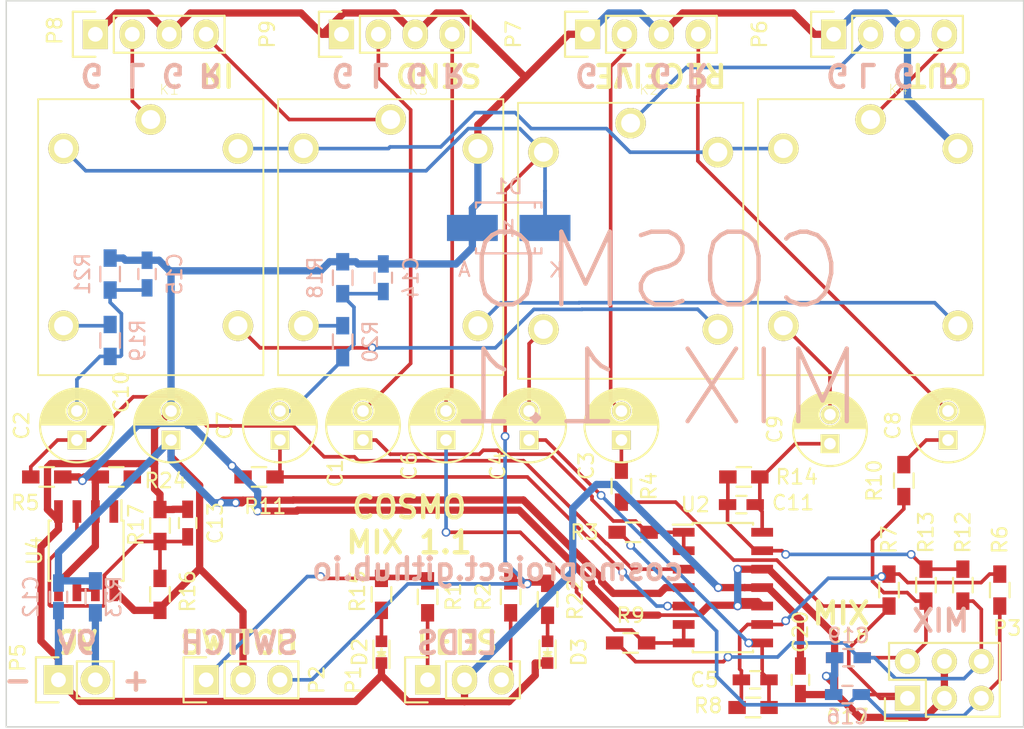
<source format=kicad_pcb>
(kicad_pcb (version 20171130) (host pcbnew "(5.1.12)-1")

  (general
    (thickness 1.6)
    (drawings 39)
    (tracks 511)
    (zones 0)
    (modules 61)
    (nets 45)
  )

  (page A4)
  (layers
    (0 F.Cu signal)
    (31 B.Cu signal)
    (32 B.Adhes user)
    (33 F.Adhes user)
    (34 B.Paste user)
    (35 F.Paste user)
    (36 B.SilkS user)
    (37 F.SilkS user)
    (38 B.Mask user)
    (39 F.Mask user)
    (40 Dwgs.User user hide)
    (41 Cmts.User user)
    (42 Eco1.User user)
    (43 Eco2.User user)
    (44 Edge.Cuts user)
    (45 Margin user)
    (46 B.CrtYd user)
    (47 F.CrtYd user)
    (48 B.Fab user)
    (49 F.Fab user hide)
  )

  (setup
    (last_trace_width 0.25)
    (trace_clearance 0.2)
    (zone_clearance 0.12)
    (zone_45_only no)
    (trace_min 0.2)
    (via_size 0.6)
    (via_drill 0.4)
    (via_min_size 0.4)
    (via_min_drill 0.3)
    (uvia_size 0.3)
    (uvia_drill 0.1)
    (uvias_allowed no)
    (uvia_min_size 0.2)
    (uvia_min_drill 0.1)
    (edge_width 0.1)
    (segment_width 0.2)
    (pcb_text_width 0.3)
    (pcb_text_size 1.5 1.5)
    (mod_edge_width 0.15)
    (mod_text_size 1 1)
    (mod_text_width 0.15)
    (pad_size 1.5 1.5)
    (pad_drill 0.6)
    (pad_to_mask_clearance 0)
    (aux_axis_origin 0 0)
    (visible_elements 7FFFFFFF)
    (pcbplotparams
      (layerselection 0x010f0_80000001)
      (usegerberextensions false)
      (usegerberattributes true)
      (usegerberadvancedattributes true)
      (creategerberjobfile true)
      (excludeedgelayer true)
      (linewidth 0.100000)
      (plotframeref false)
      (viasonmask false)
      (mode 1)
      (useauxorigin false)
      (hpglpennumber 1)
      (hpglpenspeed 20)
      (hpglpendiameter 15.000000)
      (psnegative false)
      (psa4output false)
      (plotreference true)
      (plotvalue true)
      (plotinvisibletext false)
      (padsonsilk false)
      (subtractmaskfromsilk false)
      (outputformat 1)
      (mirror false)
      (drillshape 0)
      (scaleselection 1)
      (outputdirectory "tapeout/"))
  )

  (net 0 "")
  (net 1 "Net-(C1-Pad1)")
  (net 2 "Net-(C2-Pad1)")
  (net 3 "Net-(C4-Pad1)")
  (net 4 "Net-(C5-Pad1)")
  (net 5 "Net-(C6-Pad1)")
  (net 6 "Net-(C7-Pad1)")
  (net 7 "Net-(C11-Pad2)")
  (net 8 -5V)
  (net 9 "Net-(C11-Pad1)")
  (net 10 +5V)
  (net 11 "Net-(D1-Pad1)")
  (net 12 "Net-(K1-Pad5)")
  (net 13 /in_left)
  (net 14 /out_left)
  (net 15 "Net-(K3-Pad5)")
  (net 16 /in_right)
  (net 17 /out_right)
  (net 18 "Net-(P1-Pad1)")
  (net 19 "Net-(P1-Pad3)")
  (net 20 "Net-(P2-Pad1)")
  (net 21 GND)
  (net 22 "Net-(U4-Pad6)")
  (net 23 "Net-(C15-Pad1)")
  (net 24 "Net-(C14-Pad1)")
  (net 25 "Net-(C16-Pad2)")
  (net 26 "Net-(C17-Pad1)")
  (net 27 "Net-(C18-Pad1)")
  (net 28 "Net-(C19-Pad2)")
  (net 29 "Net-(K1-Pad4)")
  (net 30 "Net-(K3-Pad4)")
  (net 31 "Net-(C13-Pad2)")
  (net 32 "Net-(K1-Pad3)")
  (net 33 "Net-(P5-Pad2)")
  (net 34 "Net-(R24-Pad2)")
  (net 35 "Net-(D2-Pad2)")
  (net 36 "Net-(D3-Pad2)")
  (net 37 /send_left)
  (net 38 "Net-(C3-Pad1)")
  (net 39 /receive_left)
  (net 40 "Net-(C4-Pad2)")
  (net 41 /send_right)
  (net 42 "Net-(C8-Pad1)")
  (net 43 /receive_right)
  (net 44 "Net-(C9-Pad2)")

  (net_class Default "This is the default net class."
    (clearance 0.2)
    (trace_width 0.25)
    (via_dia 0.6)
    (via_drill 0.4)
    (uvia_dia 0.3)
    (uvia_drill 0.1)
    (add_net /in_left)
    (add_net /in_right)
    (add_net /out_left)
    (add_net /out_right)
    (add_net /receive_left)
    (add_net /receive_right)
    (add_net /send_left)
    (add_net /send_right)
    (add_net "Net-(C1-Pad1)")
    (add_net "Net-(C11-Pad1)")
    (add_net "Net-(C11-Pad2)")
    (add_net "Net-(C13-Pad2)")
    (add_net "Net-(C14-Pad1)")
    (add_net "Net-(C15-Pad1)")
    (add_net "Net-(C16-Pad2)")
    (add_net "Net-(C17-Pad1)")
    (add_net "Net-(C18-Pad1)")
    (add_net "Net-(C19-Pad2)")
    (add_net "Net-(C2-Pad1)")
    (add_net "Net-(C3-Pad1)")
    (add_net "Net-(C4-Pad1)")
    (add_net "Net-(C4-Pad2)")
    (add_net "Net-(C5-Pad1)")
    (add_net "Net-(C6-Pad1)")
    (add_net "Net-(C7-Pad1)")
    (add_net "Net-(C8-Pad1)")
    (add_net "Net-(C9-Pad2)")
    (add_net "Net-(D1-Pad1)")
    (add_net "Net-(D2-Pad2)")
    (add_net "Net-(D3-Pad2)")
    (add_net "Net-(K1-Pad3)")
    (add_net "Net-(K1-Pad4)")
    (add_net "Net-(K1-Pad5)")
    (add_net "Net-(K3-Pad4)")
    (add_net "Net-(K3-Pad5)")
    (add_net "Net-(P1-Pad1)")
    (add_net "Net-(P1-Pad3)")
    (add_net "Net-(P2-Pad1)")
    (add_net "Net-(R24-Pad2)")
    (add_net "Net-(U4-Pad6)")
  )

  (net_class Power ""
    (clearance 0.2)
    (trace_width 0.5)
    (via_dia 0.6)
    (via_drill 0.4)
    (uvia_dia 0.3)
    (uvia_drill 0.1)
    (add_net +5V)
    (add_net -5V)
    (add_net GND)
    (add_net "Net-(P5-Pad2)")
  )

  (module Housings_SOIC:SOIC-14_3.9x8.7mm_Pitch1.27mm (layer F.Cu) (tedit 54130A77) (tstamp 562D2D93)
    (at 194.31 105.41)
    (descr "14-Lead Plastic Small Outline (SL) - Narrow, 3.90 mm Body [SOIC] (see Microchip Packaging Specification 00000049BS.pdf)")
    (tags "SOIC 1.27")
    (path /56238775)
    (attr smd)
    (fp_text reference U2 (at -1.905 -5.715) (layer F.SilkS)
      (effects (font (size 1 1) (thickness 0.15)))
    )
    (fp_text value TL074 (at 0 5.375) (layer F.Fab)
      (effects (font (size 1 1) (thickness 0.15)))
    )
    (fp_line (start -2.075 -4.335) (end -3.45 -4.335) (layer F.SilkS) (width 0.15))
    (fp_line (start -2.075 4.45) (end 2.075 4.45) (layer F.SilkS) (width 0.15))
    (fp_line (start -2.075 -4.45) (end 2.075 -4.45) (layer F.SilkS) (width 0.15))
    (fp_line (start -2.075 4.45) (end -2.075 4.335) (layer F.SilkS) (width 0.15))
    (fp_line (start 2.075 4.45) (end 2.075 4.335) (layer F.SilkS) (width 0.15))
    (fp_line (start 2.075 -4.45) (end 2.075 -4.335) (layer F.SilkS) (width 0.15))
    (fp_line (start -2.075 -4.45) (end -2.075 -4.335) (layer F.SilkS) (width 0.15))
    (fp_line (start -3.7 4.65) (end 3.7 4.65) (layer F.CrtYd) (width 0.05))
    (fp_line (start -3.7 -4.65) (end 3.7 -4.65) (layer F.CrtYd) (width 0.05))
    (fp_line (start 3.7 -4.65) (end 3.7 4.65) (layer F.CrtYd) (width 0.05))
    (fp_line (start -3.7 -4.65) (end -3.7 4.65) (layer F.CrtYd) (width 0.05))
    (pad 1 smd rect (at -2.7 -3.81) (size 1.5 0.6) (layers F.Cu F.Paste F.Mask)
      (net 1 "Net-(C1-Pad1)"))
    (pad 2 smd rect (at -2.7 -2.54) (size 1.5 0.6) (layers F.Cu F.Paste F.Mask)
      (net 1 "Net-(C1-Pad1)"))
    (pad 3 smd rect (at -2.7 -1.27) (size 1.5 0.6) (layers F.Cu F.Paste F.Mask)
      (net 2 "Net-(C2-Pad1)"))
    (pad 4 smd rect (at -2.7 0) (size 1.5 0.6) (layers F.Cu F.Paste F.Mask)
      (net 10 +5V))
    (pad 5 smd rect (at -2.7 1.27) (size 1.5 0.6) (layers F.Cu F.Paste F.Mask)
      (net 6 "Net-(C7-Pad1)"))
    (pad 6 smd rect (at -2.7 2.54) (size 1.5 0.6) (layers F.Cu F.Paste F.Mask)
      (net 5 "Net-(C6-Pad1)"))
    (pad 7 smd rect (at -2.7 3.81) (size 1.5 0.6) (layers F.Cu F.Paste F.Mask)
      (net 5 "Net-(C6-Pad1)"))
    (pad 8 smd rect (at 2.7 3.81) (size 1.5 0.6) (layers F.Cu F.Paste F.Mask)
      (net 3 "Net-(C4-Pad1)"))
    (pad 9 smd rect (at 2.7 2.54) (size 1.5 0.6) (layers F.Cu F.Paste F.Mask)
      (net 4 "Net-(C5-Pad1)"))
    (pad 10 smd rect (at 2.7 1.27) (size 1.5 0.6) (layers F.Cu F.Paste F.Mask)
      (net 21 GND))
    (pad 11 smd rect (at 2.7 0) (size 1.5 0.6) (layers F.Cu F.Paste F.Mask)
      (net 8 -5V))
    (pad 12 smd rect (at 2.7 -1.27) (size 1.5 0.6) (layers F.Cu F.Paste F.Mask)
      (net 21 GND))
    (pad 13 smd rect (at 2.7 -2.54) (size 1.5 0.6) (layers F.Cu F.Paste F.Mask)
      (net 9 "Net-(C11-Pad1)"))
    (pad 14 smd rect (at 2.7 -3.81) (size 1.5 0.6) (layers F.Cu F.Paste F.Mask)
      (net 7 "Net-(C11-Pad2)"))
    (model Housings_SOIC.3dshapes/SOIC-14_3.9x8.7mm_Pitch1.27mm.wrl
      (at (xyz 0 0 0))
      (scale (xyz 1 1 1))
      (rotate (xyz 0 0 0))
    )
  )

  (module Pin_Headers:Pin_Header_Straight_1x04 (layer F.Cu) (tedit 0) (tstamp 562D2D1B)
    (at 168.063 67.31 90)
    (descr "Through hole pin header")
    (tags "pin header")
    (path /562CBB33)
    (fp_text reference P9 (at 0 -5.1 90) (layer F.SilkS)
      (effects (font (size 1 1) (thickness 0.15)))
    )
    (fp_text value SEND (at -2.54 3.386667 180) (layer F.Fab)
      (effects (font (size 1 1) (thickness 0.15)))
    )
    (fp_line (start -1.55 -1.55) (end 1.55 -1.55) (layer F.SilkS) (width 0.15))
    (fp_line (start -1.55 0) (end -1.55 -1.55) (layer F.SilkS) (width 0.15))
    (fp_line (start 1.27 1.27) (end -1.27 1.27) (layer F.SilkS) (width 0.15))
    (fp_line (start -1.27 8.89) (end 1.27 8.89) (layer F.SilkS) (width 0.15))
    (fp_line (start 1.55 -1.55) (end 1.55 0) (layer F.SilkS) (width 0.15))
    (fp_line (start 1.27 1.27) (end 1.27 8.89) (layer F.SilkS) (width 0.15))
    (fp_line (start -1.27 1.27) (end -1.27 8.89) (layer F.SilkS) (width 0.15))
    (fp_line (start -1.75 9.4) (end 1.75 9.4) (layer F.CrtYd) (width 0.05))
    (fp_line (start -1.75 -1.75) (end 1.75 -1.75) (layer F.CrtYd) (width 0.05))
    (fp_line (start 1.75 -1.75) (end 1.75 9.4) (layer F.CrtYd) (width 0.05))
    (fp_line (start -1.75 -1.75) (end -1.75 9.4) (layer F.CrtYd) (width 0.05))
    (pad 1 thru_hole rect (at 0 0 90) (size 2.032 1.7272) (drill 1.016) (layers *.Cu *.Mask F.SilkS)
      (net 8 -5V))
    (pad 2 thru_hole oval (at 0 2.54 90) (size 2.032 1.7272) (drill 1.016) (layers *.Cu *.Mask F.SilkS)
      (net 37 /send_left))
    (pad 3 thru_hole oval (at 0 5.08 90) (size 2.032 1.7272) (drill 1.016) (layers *.Cu *.Mask F.SilkS)
      (net 8 -5V))
    (pad 4 thru_hole oval (at 0 7.62 90) (size 2.032 1.7272) (drill 1.016) (layers *.Cu *.Mask F.SilkS)
      (net 41 /send_right))
    (model Pin_Headers.3dshapes/Pin_Header_Straight_1x04.wrl
      (offset (xyz 0 -3.809999942779541 0))
      (scale (xyz 1 1 1))
      (rotate (xyz 0 0 90))
    )
  )

  (module RELAY-HLS8L-DC5V-S-C_5P-19X15MM_:REY5-19.0X15.0X15.0MM (layer F.Cu) (tedit 562CBDC4) (tstamp 562D2CCE)
    (at 171.45 81.28 270)
    (path /5623841C)
    (solder_mask_margin 0.1)
    (fp_text reference K3 (at -10.16 -1.905) (layer F.SilkS)
      (effects (font (size 0.7 0.7) (thickness 0.05)))
    )
    (fp_text value "RELAY-HLS8L-DC5V-S-C(5P-19X15MM)" (at 0.3175 0.1905 270) (layer F.SilkS) hide
      (effects (font (size 0.7 0.7) (thickness 0.05)))
    )
    (fp_poly (pts (xy -9.5 -7.75) (xy 9.5 -7.75) (xy 9.5 7.75) (xy -9.5 7.75)) (layer Dwgs.User) (width 0.381))
    (fp_line (start -9.5 -7.75) (end -9.5 7.75) (layer F.SilkS) (width 0.127))
    (fp_line (start 9.5 -7.75) (end -9.5 -7.75) (layer F.SilkS) (width 0.127))
    (fp_line (start 9.5 7.75) (end 9.5 -7.75) (layer F.SilkS) (width 0.127))
    (fp_line (start -9.5 7.75) (end 9.5 7.75) (layer F.SilkS) (width 0.127))
    (pad 3 thru_hole circle (at -6.1 -6 270) (size 2.1 2.1) (drill 1.3) (layers *.Cu *.Mask F.SilkS)
      (net 8 -5V) (solder_mask_margin 0.2))
    (pad 5 thru_hole circle (at 6.1 -6 270) (size 2.1 2.1) (drill 1.3) (layers *.Cu *.Mask F.SilkS)
      (net 15 "Net-(K3-Pad5)") (solder_mask_margin 0.2))
    (pad 2 thru_hole circle (at -6.1 6 270) (size 2.1 2.1) (drill 1.3) (layers *.Cu *.Mask F.SilkS)
      (net 32 "Net-(K1-Pad3)") (solder_mask_margin 0.2))
    (pad 4 thru_hole circle (at 6.1 6 270) (size 2.1 2.1) (drill 1.3) (layers *.Cu *.Mask F.SilkS)
      (net 30 "Net-(K3-Pad4)") (solder_mask_margin 0.2))
    (pad 1 thru_hole circle (at -8.1 0 270) (size 2.1 2.1) (drill 1.3) (layers *.Cu *.Mask F.SilkS)
      (net 16 /in_right) (solder_mask_margin 0.2))
  )

  (module Pin_Headers:Pin_Header_Straight_1x04 (layer F.Cu) (tedit 0) (tstamp 562D2D13)
    (at 151.13 67.31 90)
    (descr "Through hole pin header")
    (tags "pin header")
    (path /562CB59B)
    (fp_text reference P8 (at 0.254 -2.794 90) (layer F.SilkS)
      (effects (font (size 1 1) (thickness 0.15)))
    )
    (fp_text value IN (at -2.54 3.81 180) (layer F.Fab)
      (effects (font (size 1 1) (thickness 0.15)))
    )
    (fp_line (start -1.55 -1.55) (end 1.55 -1.55) (layer F.SilkS) (width 0.15))
    (fp_line (start -1.55 0) (end -1.55 -1.55) (layer F.SilkS) (width 0.15))
    (fp_line (start 1.27 1.27) (end -1.27 1.27) (layer F.SilkS) (width 0.15))
    (fp_line (start -1.27 8.89) (end 1.27 8.89) (layer F.SilkS) (width 0.15))
    (fp_line (start 1.55 -1.55) (end 1.55 0) (layer F.SilkS) (width 0.15))
    (fp_line (start 1.27 1.27) (end 1.27 8.89) (layer F.SilkS) (width 0.15))
    (fp_line (start -1.27 1.27) (end -1.27 8.89) (layer F.SilkS) (width 0.15))
    (fp_line (start -1.75 9.4) (end 1.75 9.4) (layer F.CrtYd) (width 0.05))
    (fp_line (start -1.75 -1.75) (end 1.75 -1.75) (layer F.CrtYd) (width 0.05))
    (fp_line (start 1.75 -1.75) (end 1.75 9.4) (layer F.CrtYd) (width 0.05))
    (fp_line (start -1.75 -1.75) (end -1.75 9.4) (layer F.CrtYd) (width 0.05))
    (pad 1 thru_hole rect (at 0 0 90) (size 2.032 1.7272) (drill 1.016) (layers *.Cu *.Mask F.SilkS)
      (net 8 -5V))
    (pad 2 thru_hole oval (at 0 2.54 90) (size 2.032 1.7272) (drill 1.016) (layers *.Cu *.Mask F.SilkS)
      (net 13 /in_left))
    (pad 3 thru_hole oval (at 0 5.08 90) (size 2.032 1.7272) (drill 1.016) (layers *.Cu *.Mask F.SilkS)
      (net 8 -5V))
    (pad 4 thru_hole oval (at 0 7.62 90) (size 2.032 1.7272) (drill 1.016) (layers *.Cu *.Mask F.SilkS)
      (net 16 /in_right))
    (model Pin_Headers.3dshapes/Pin_Header_Straight_1x04.wrl
      (offset (xyz 0 -3.809999942779541 0))
      (scale (xyz 1 1 1))
      (rotate (xyz 0 0 90))
    )
  )

  (module Resistors_SMD:R_0603_HandSoldering (layer F.Cu) (tedit 5418A00F) (tstamp 562D2D21)
    (at 173.99 106.045 90)
    (descr "Resistor SMD 0603, hand soldering")
    (tags "resistor 0603")
    (path /5623CC19)
    (attr smd)
    (fp_text reference R1 (at 0 1.778 90) (layer F.SilkS)
      (effects (font (size 1 1) (thickness 0.15)))
    )
    (fp_text value 180 (at 0 1.9 90) (layer F.Fab)
      (effects (font (size 1 1) (thickness 0.15)))
    )
    (fp_line (start -0.5 -0.675) (end 0.5 -0.675) (layer F.SilkS) (width 0.15))
    (fp_line (start 0.5 0.675) (end -0.5 0.675) (layer F.SilkS) (width 0.15))
    (fp_line (start 2 -0.8) (end 2 0.8) (layer F.CrtYd) (width 0.05))
    (fp_line (start -2 -0.8) (end -2 0.8) (layer F.CrtYd) (width 0.05))
    (fp_line (start -2 0.8) (end 2 0.8) (layer F.CrtYd) (width 0.05))
    (fp_line (start -2 -0.8) (end 2 -0.8) (layer F.CrtYd) (width 0.05))
    (pad 1 smd rect (at -1.1 0 90) (size 1.2 0.9) (layers F.Cu F.Paste F.Mask)
      (net 18 "Net-(P1-Pad1)"))
    (pad 2 smd rect (at 1.1 0 90) (size 1.2 0.9) (layers F.Cu F.Paste F.Mask)
      (net 20 "Net-(P2-Pad1)"))
    (model Resistors_SMD.3dshapes/R_0603_HandSoldering.wrl
      (at (xyz 0 0 0))
      (scale (xyz 1 1 1))
      (rotate (xyz 0 0 0))
    )
  )

  (module Resistors_SMD:R_0603_HandSoldering (layer F.Cu) (tedit 5418A00F) (tstamp 562D2D27)
    (at 179.705 106.045 90)
    (descr "Resistor SMD 0603, hand soldering")
    (tags "resistor 0603")
    (path /5623CB87)
    (attr smd)
    (fp_text reference R2 (at 0 -1.9 90) (layer F.SilkS)
      (effects (font (size 1 1) (thickness 0.15)))
    )
    (fp_text value 150 (at 0 1.9 90) (layer F.Fab)
      (effects (font (size 1 1) (thickness 0.15)))
    )
    (fp_line (start -0.5 -0.675) (end 0.5 -0.675) (layer F.SilkS) (width 0.15))
    (fp_line (start 0.5 0.675) (end -0.5 0.675) (layer F.SilkS) (width 0.15))
    (fp_line (start 2 -0.8) (end 2 0.8) (layer F.CrtYd) (width 0.05))
    (fp_line (start -2 -0.8) (end -2 0.8) (layer F.CrtYd) (width 0.05))
    (fp_line (start -2 0.8) (end 2 0.8) (layer F.CrtYd) (width 0.05))
    (fp_line (start -2 -0.8) (end 2 -0.8) (layer F.CrtYd) (width 0.05))
    (pad 1 smd rect (at -1.1 0 90) (size 1.2 0.9) (layers F.Cu F.Paste F.Mask)
      (net 19 "Net-(P1-Pad3)"))
    (pad 2 smd rect (at 1.1 0 90) (size 1.2 0.9) (layers F.Cu F.Paste F.Mask)
      (net 11 "Net-(D1-Pad1)"))
    (model Resistors_SMD.3dshapes/R_0603_HandSoldering.wrl
      (at (xyz 0 0 0))
      (scale (xyz 1 1 1))
      (rotate (xyz 0 0 0))
    )
  )

  (module Resistors_SMD:R_0603_HandSoldering (layer F.Cu) (tedit 5418A00F) (tstamp 56B9111F)
    (at 182.245 106.215 270)
    (descr "Resistor SMD 0603, hand soldering")
    (tags "resistor 0603")
    (path /56B956F0)
    (attr smd)
    (fp_text reference R22 (at 0 -1.9 270) (layer F.SilkS)
      (effects (font (size 1 1) (thickness 0.15)))
    )
    (fp_text value 150 (at 0 1.9 270) (layer F.Fab)
      (effects (font (size 1 1) (thickness 0.15)))
    )
    (fp_line (start -0.5 -0.675) (end 0.5 -0.675) (layer F.SilkS) (width 0.15))
    (fp_line (start 0.5 0.675) (end -0.5 0.675) (layer F.SilkS) (width 0.15))
    (fp_line (start 2 -0.8) (end 2 0.8) (layer F.CrtYd) (width 0.05))
    (fp_line (start -2 -0.8) (end -2 0.8) (layer F.CrtYd) (width 0.05))
    (fp_line (start -2 0.8) (end 2 0.8) (layer F.CrtYd) (width 0.05))
    (fp_line (start -2 -0.8) (end 2 -0.8) (layer F.CrtYd) (width 0.05))
    (pad 1 smd rect (at -1.1 0 270) (size 1.2 0.9) (layers F.Cu F.Paste F.Mask)
      (net 11 "Net-(D1-Pad1)"))
    (pad 2 smd rect (at 1.1 0 270) (size 1.2 0.9) (layers F.Cu F.Paste F.Mask)
      (net 36 "Net-(D3-Pad2)"))
    (model Resistors_SMD.3dshapes/R_0603_HandSoldering.wrl
      (at (xyz 0 0 0))
      (scale (xyz 1 1 1))
      (rotate (xyz 0 0 0))
    )
  )

  (module Resistors_SMD:R_0603_HandSoldering (layer F.Cu) (tedit 5418A00F) (tstamp 562D2D39)
    (at 147.785 97.79)
    (descr "Resistor SMD 0603, hand soldering")
    (tags "resistor 0603")
    (path /562389FF)
    (attr smd)
    (fp_text reference R5 (at -1.481 1.778) (layer F.SilkS)
      (effects (font (size 1 1) (thickness 0.15)))
    )
    (fp_text value 1M (at 0 1.9) (layer F.Fab)
      (effects (font (size 1 1) (thickness 0.15)))
    )
    (fp_line (start -0.5 -0.675) (end 0.5 -0.675) (layer F.SilkS) (width 0.15))
    (fp_line (start 0.5 0.675) (end -0.5 0.675) (layer F.SilkS) (width 0.15))
    (fp_line (start 2 -0.8) (end 2 0.8) (layer F.CrtYd) (width 0.05))
    (fp_line (start -2 -0.8) (end -2 0.8) (layer F.CrtYd) (width 0.05))
    (fp_line (start -2 0.8) (end 2 0.8) (layer F.CrtYd) (width 0.05))
    (fp_line (start -2 -0.8) (end 2 -0.8) (layer F.CrtYd) (width 0.05))
    (pad 1 smd rect (at -1.1 0) (size 1.2 0.9) (layers F.Cu F.Paste F.Mask)
      (net 2 "Net-(C2-Pad1)"))
    (pad 2 smd rect (at 1.1 0) (size 1.2 0.9) (layers F.Cu F.Paste F.Mask)
      (net 21 GND))
    (model Resistors_SMD.3dshapes/R_0603_HandSoldering.wrl
      (at (xyz 0 0 0))
      (scale (xyz 1 1 1))
      (rotate (xyz 0 0 0))
    )
  )

  (module Resistors_SMD:R_0603_HandSoldering (layer F.Cu) (tedit 5418A00F) (tstamp 562D2D5D)
    (at 162.39 97.79 180)
    (descr "Resistor SMD 0603, hand soldering")
    (tags "resistor 0603")
    (path /5623925A)
    (attr smd)
    (fp_text reference R11 (at -0.424 -2.032 180) (layer F.SilkS)
      (effects (font (size 1 1) (thickness 0.15)))
    )
    (fp_text value 1M (at 0 1.9 180) (layer F.Fab)
      (effects (font (size 1 1) (thickness 0.15)))
    )
    (fp_line (start -0.5 -0.675) (end 0.5 -0.675) (layer F.SilkS) (width 0.15))
    (fp_line (start 0.5 0.675) (end -0.5 0.675) (layer F.SilkS) (width 0.15))
    (fp_line (start 2 -0.8) (end 2 0.8) (layer F.CrtYd) (width 0.05))
    (fp_line (start -2 -0.8) (end -2 0.8) (layer F.CrtYd) (width 0.05))
    (fp_line (start -2 0.8) (end 2 0.8) (layer F.CrtYd) (width 0.05))
    (fp_line (start -2 -0.8) (end 2 -0.8) (layer F.CrtYd) (width 0.05))
    (pad 1 smd rect (at -1.1 0 180) (size 1.2 0.9) (layers F.Cu F.Paste F.Mask)
      (net 6 "Net-(C7-Pad1)"))
    (pad 2 smd rect (at 1.1 0 180) (size 1.2 0.9) (layers F.Cu F.Paste F.Mask)
      (net 21 GND))
    (model Resistors_SMD.3dshapes/R_0603_HandSoldering.wrl
      (at (xyz 0 0 0))
      (scale (xyz 1 1 1))
      (rotate (xyz 0 0 0))
    )
  )

  (module Resistors_SMD:R_0603_HandSoldering (layer F.Cu) (tedit 5418A00F) (tstamp 562D2D81)
    (at 155.575 101.135 90)
    (descr "Resistor SMD 0603, hand soldering")
    (tags "resistor 0603")
    (path /56247692)
    (attr smd)
    (fp_text reference R17 (at 0.043 -1.651 90) (layer F.SilkS)
      (effects (font (size 1 1) (thickness 0.15)))
    )
    (fp_text value 47k (at 0 1.9 90) (layer F.Fab)
      (effects (font (size 1 1) (thickness 0.15)))
    )
    (fp_line (start -0.5 -0.675) (end 0.5 -0.675) (layer F.SilkS) (width 0.15))
    (fp_line (start 0.5 0.675) (end -0.5 0.675) (layer F.SilkS) (width 0.15))
    (fp_line (start 2 -0.8) (end 2 0.8) (layer F.CrtYd) (width 0.05))
    (fp_line (start -2 -0.8) (end -2 0.8) (layer F.CrtYd) (width 0.05))
    (fp_line (start -2 0.8) (end 2 0.8) (layer F.CrtYd) (width 0.05))
    (fp_line (start -2 -0.8) (end 2 -0.8) (layer F.CrtYd) (width 0.05))
    (pad 1 smd rect (at -1.1 0 90) (size 1.2 0.9) (layers F.Cu F.Paste F.Mask)
      (net 31 "Net-(C13-Pad2)"))
    (pad 2 smd rect (at 1.1 0 90) (size 1.2 0.9) (layers F.Cu F.Paste F.Mask)
      (net 8 -5V))
    (model Resistors_SMD.3dshapes/R_0603_HandSoldering.wrl
      (at (xyz 0 0 0))
      (scale (xyz 1 1 1))
      (rotate (xyz 0 0 0))
    )
  )

  (module Resistors_SMD:R_0603_HandSoldering (layer F.Cu) (tedit 5418A00F) (tstamp 562D2D7B)
    (at 155.575 105.875 90)
    (descr "Resistor SMD 0603, hand soldering")
    (tags "resistor 0603")
    (path /562475FC)
    (attr smd)
    (fp_text reference R16 (at 0.211 1.905 90) (layer F.SilkS)
      (effects (font (size 1 1) (thickness 0.15)))
    )
    (fp_text value 47k (at 0 1.9 90) (layer F.Fab)
      (effects (font (size 1 1) (thickness 0.15)))
    )
    (fp_line (start -0.5 -0.675) (end 0.5 -0.675) (layer F.SilkS) (width 0.15))
    (fp_line (start 0.5 0.675) (end -0.5 0.675) (layer F.SilkS) (width 0.15))
    (fp_line (start 2 -0.8) (end 2 0.8) (layer F.CrtYd) (width 0.05))
    (fp_line (start -2 -0.8) (end -2 0.8) (layer F.CrtYd) (width 0.05))
    (fp_line (start -2 0.8) (end 2 0.8) (layer F.CrtYd) (width 0.05))
    (fp_line (start -2 -0.8) (end 2 -0.8) (layer F.CrtYd) (width 0.05))
    (pad 1 smd rect (at -1.1 0 90) (size 1.2 0.9) (layers F.Cu F.Paste F.Mask)
      (net 10 +5V))
    (pad 2 smd rect (at 1.1 0 90) (size 1.2 0.9) (layers F.Cu F.Paste F.Mask)
      (net 31 "Net-(C13-Pad2)"))
    (model Resistors_SMD.3dshapes/R_0603_HandSoldering.wrl
      (at (xyz 0 0 0))
      (scale (xyz 1 1 1))
      (rotate (xyz 0 0 0))
    )
  )

  (module Housings_SOIC:SOIC-8_3.9x4.9mm_Pitch1.27mm (layer F.Cu) (tedit 54130A77) (tstamp 562D2D9F)
    (at 150.495 102.87 270)
    (descr "8-Lead Plastic Small Outline (SN) - Narrow, 3.90 mm Body [SOIC] (see Microchip Packaging Specification 00000049BS.pdf)")
    (tags "SOIC 1.27")
    (path /562468B2)
    (attr smd)
    (fp_text reference U4 (at 0 3.556 270) (layer F.SilkS)
      (effects (font (size 1 1) (thickness 0.15)))
    )
    (fp_text value LM358 (at 0 3.5 270) (layer F.Fab)
      (effects (font (size 1 1) (thickness 0.15)))
    )
    (fp_line (start -2.075 -2.43) (end -3.475 -2.43) (layer F.SilkS) (width 0.15))
    (fp_line (start -2.075 2.575) (end 2.075 2.575) (layer F.SilkS) (width 0.15))
    (fp_line (start -2.075 -2.575) (end 2.075 -2.575) (layer F.SilkS) (width 0.15))
    (fp_line (start -2.075 2.575) (end -2.075 2.43) (layer F.SilkS) (width 0.15))
    (fp_line (start 2.075 2.575) (end 2.075 2.43) (layer F.SilkS) (width 0.15))
    (fp_line (start 2.075 -2.575) (end 2.075 -2.43) (layer F.SilkS) (width 0.15))
    (fp_line (start -2.075 -2.575) (end -2.075 -2.43) (layer F.SilkS) (width 0.15))
    (fp_line (start -3.75 2.75) (end 3.75 2.75) (layer F.CrtYd) (width 0.05))
    (fp_line (start -3.75 -2.75) (end 3.75 -2.75) (layer F.CrtYd) (width 0.05))
    (fp_line (start 3.75 -2.75) (end 3.75 2.75) (layer F.CrtYd) (width 0.05))
    (fp_line (start -3.75 -2.75) (end -3.75 2.75) (layer F.CrtYd) (width 0.05))
    (pad 1 smd rect (at -2.7 -1.905 270) (size 1.55 0.6) (layers F.Cu F.Paste F.Mask)
      (net 34 "Net-(R24-Pad2)"))
    (pad 2 smd rect (at -2.7 -0.635 270) (size 1.55 0.6) (layers F.Cu F.Paste F.Mask)
      (net 21 GND))
    (pad 3 smd rect (at -2.7 0.635 270) (size 1.55 0.6) (layers F.Cu F.Paste F.Mask)
      (net 31 "Net-(C13-Pad2)"))
    (pad 4 smd rect (at -2.7 1.905 270) (size 1.55 0.6) (layers F.Cu F.Paste F.Mask)
      (net 8 -5V))
    (pad 5 smd rect (at 2.7 1.905 270) (size 1.55 0.6) (layers F.Cu F.Paste F.Mask)
      (net 21 GND))
    (pad 6 smd rect (at 2.7 0.635 270) (size 1.55 0.6) (layers F.Cu F.Paste F.Mask)
      (net 22 "Net-(U4-Pad6)"))
    (pad 7 smd rect (at 2.7 -0.635 270) (size 1.55 0.6) (layers F.Cu F.Paste F.Mask)
      (net 22 "Net-(U4-Pad6)"))
    (pad 8 smd rect (at 2.7 -1.905 270) (size 1.55 0.6) (layers F.Cu F.Paste F.Mask)
      (net 10 +5V))
    (model Housings_SOIC.3dshapes/SOIC-8_3.9x4.9mm_Pitch1.27mm.wrl
      (at (xyz 0 0 0))
      (scale (xyz 1 1 1))
      (rotate (xyz 0 0 0))
    )
  )

  (module Resistors_SMD:R_0603_HandSoldering (layer F.Cu) (tedit 5418A00F) (tstamp 56B91137)
    (at 152.57 97.79)
    (descr "Resistor SMD 0603, hand soldering")
    (tags "resistor 0603")
    (path /56B941F3)
    (attr smd)
    (fp_text reference R24 (at 3.386 0.254) (layer F.SilkS)
      (effects (font (size 1 1) (thickness 0.15)))
    )
    (fp_text value 12 (at 0 1.9) (layer F.Fab)
      (effects (font (size 1 1) (thickness 0.15)))
    )
    (fp_line (start -0.5 -0.675) (end 0.5 -0.675) (layer F.SilkS) (width 0.15))
    (fp_line (start 0.5 0.675) (end -0.5 0.675) (layer F.SilkS) (width 0.15))
    (fp_line (start 2 -0.8) (end 2 0.8) (layer F.CrtYd) (width 0.05))
    (fp_line (start -2 -0.8) (end -2 0.8) (layer F.CrtYd) (width 0.05))
    (fp_line (start -2 0.8) (end 2 0.8) (layer F.CrtYd) (width 0.05))
    (fp_line (start -2 -0.8) (end 2 -0.8) (layer F.CrtYd) (width 0.05))
    (pad 1 smd rect (at -1.1 0) (size 1.2 0.9) (layers F.Cu F.Paste F.Mask)
      (net 21 GND))
    (pad 2 smd rect (at 1.1 0) (size 1.2 0.9) (layers F.Cu F.Paste F.Mask)
      (net 34 "Net-(R24-Pad2)"))
    (model Resistors_SMD.3dshapes/R_0603_HandSoldering.wrl
      (at (xyz 0 0 0))
      (scale (xyz 1 1 1))
      (rotate (xyz 0 0 0))
    )
  )

  (module Resistors_SMD:R_0603_HandSoldering (layer B.Cu) (tedit 5418A00F) (tstamp 56B9112B)
    (at 151.13 106.045 270)
    (descr "Resistor SMD 0603, hand soldering")
    (tags "resistor 0603")
    (path /56B91A66)
    (attr smd)
    (fp_text reference R23 (at 0 -1.27 270) (layer B.SilkS)
      (effects (font (size 1 1) (thickness 0.15)) (justify mirror))
    )
    (fp_text value 12 (at 0 -1.9 270) (layer B.Fab)
      (effects (font (size 1 1) (thickness 0.15)) (justify mirror))
    )
    (fp_line (start -0.5 0.675) (end 0.5 0.675) (layer B.SilkS) (width 0.15))
    (fp_line (start 0.5 -0.675) (end -0.5 -0.675) (layer B.SilkS) (width 0.15))
    (fp_line (start 2 0.8) (end 2 -0.8) (layer B.CrtYd) (width 0.05))
    (fp_line (start -2 0.8) (end -2 -0.8) (layer B.CrtYd) (width 0.05))
    (fp_line (start -2 -0.8) (end 2 -0.8) (layer B.CrtYd) (width 0.05))
    (fp_line (start -2 0.8) (end 2 0.8) (layer B.CrtYd) (width 0.05))
    (pad 1 smd rect (at -1.1 0 270) (size 1.2 0.9) (layers B.Cu B.Paste B.Mask)
      (net 10 +5V))
    (pad 2 smd rect (at 1.1 0 270) (size 1.2 0.9) (layers B.Cu B.Paste B.Mask)
      (net 33 "Net-(P5-Pad2)"))
    (model Resistors_SMD.3dshapes/R_0603_HandSoldering.wrl
      (at (xyz 0 0 0))
      (scale (xyz 1 1 1))
      (rotate (xyz 0 0 0))
    )
  )

  (module Resistors_SMD:R_0603_HandSoldering (layer F.Cu) (tedit 5418A00F) (tstamp 562D2D75)
    (at 170.815 105.875 90)
    (descr "Resistor SMD 0603, hand soldering")
    (tags "resistor 0603")
    (path /56B95F68)
    (attr smd)
    (fp_text reference R15 (at 0.211 -1.651 270) (layer F.SilkS)
      (effects (font (size 1 1) (thickness 0.15)))
    )
    (fp_text value 180 (at 0 1.9 90) (layer F.Fab)
      (effects (font (size 1 1) (thickness 0.15)))
    )
    (fp_line (start -0.5 -0.675) (end 0.5 -0.675) (layer F.SilkS) (width 0.15))
    (fp_line (start 0.5 0.675) (end -0.5 0.675) (layer F.SilkS) (width 0.15))
    (fp_line (start 2 -0.8) (end 2 0.8) (layer F.CrtYd) (width 0.05))
    (fp_line (start -2 -0.8) (end -2 0.8) (layer F.CrtYd) (width 0.05))
    (fp_line (start -2 0.8) (end 2 0.8) (layer F.CrtYd) (width 0.05))
    (fp_line (start -2 -0.8) (end 2 -0.8) (layer F.CrtYd) (width 0.05))
    (pad 1 smd rect (at -1.1 0 90) (size 1.2 0.9) (layers F.Cu F.Paste F.Mask)
      (net 35 "Net-(D2-Pad2)"))
    (pad 2 smd rect (at 1.1 0 90) (size 1.2 0.9) (layers F.Cu F.Paste F.Mask)
      (net 20 "Net-(P2-Pad1)"))
    (model Resistors_SMD.3dshapes/R_0603_HandSoldering.wrl
      (at (xyz 0 0 0))
      (scale (xyz 1 1 1))
      (rotate (xyz 0 0 0))
    )
  )

  (module RELAY-HLS8L-DC5V-S-C_5P-19X15MM_:REY5-19.0X15.0X15.0MM (layer F.Cu) (tedit 562CBDC0) (tstamp 562D2CBC)
    (at 154.94 81.28 270)
    (path /5623836E)
    (solder_mask_margin 0.1)
    (fp_text reference K1 (at -10.16 -1.27) (layer F.SilkS)
      (effects (font (size 0.7 0.7) (thickness 0.05)))
    )
    (fp_text value "RELAY-HLS8L-DC5V-S-C(5P-19X15MM)" (at 0.3175 0.1905 270) (layer F.SilkS) hide
      (effects (font (size 0.7 0.7) (thickness 0.05)))
    )
    (fp_poly (pts (xy -9.5 -7.75) (xy 9.5 -7.75) (xy 9.5 7.75) (xy -9.5 7.75)) (layer Dwgs.User) (width 0.381))
    (fp_line (start -9.5 -7.75) (end -9.5 7.75) (layer F.SilkS) (width 0.127))
    (fp_line (start 9.5 -7.75) (end -9.5 -7.75) (layer F.SilkS) (width 0.127))
    (fp_line (start 9.5 7.75) (end 9.5 -7.75) (layer F.SilkS) (width 0.127))
    (fp_line (start -9.5 7.75) (end 9.5 7.75) (layer F.SilkS) (width 0.127))
    (pad 3 thru_hole circle (at -6.1 -6 270) (size 2.1 2.1) (drill 1.3) (layers *.Cu *.Mask F.SilkS)
      (net 32 "Net-(K1-Pad3)") (solder_mask_margin 0.2))
    (pad 5 thru_hole circle (at 6.1 -6 270) (size 2.1 2.1) (drill 1.3) (layers *.Cu *.Mask F.SilkS)
      (net 12 "Net-(K1-Pad5)") (solder_mask_margin 0.2))
    (pad 2 thru_hole circle (at -6.1 6 270) (size 2.1 2.1) (drill 1.3) (layers *.Cu *.Mask F.SilkS)
      (net 11 "Net-(D1-Pad1)") (solder_mask_margin 0.2))
    (pad 4 thru_hole circle (at 6.1 6 270) (size 2.1 2.1) (drill 1.3) (layers *.Cu *.Mask F.SilkS)
      (net 29 "Net-(K1-Pad4)") (solder_mask_margin 0.2))
    (pad 1 thru_hole circle (at -8.1 0 270) (size 2.1 2.1) (drill 1.3) (layers *.Cu *.Mask F.SilkS)
      (net 13 /in_left) (solder_mask_margin 0.2))
  )

  (module Resistors_SMD:R_0603_HandSoldering (layer F.Cu) (tedit 5418A00F) (tstamp 562D2D51)
    (at 187.96 109.22)
    (descr "Resistor SMD 0603, hand soldering")
    (tags "resistor 0603")
    (path /5623F9FD)
    (attr smd)
    (fp_text reference R9 (at 0 -1.9) (layer F.SilkS)
      (effects (font (size 1 1) (thickness 0.15)))
    )
    (fp_text value 47k (at 0 1.9) (layer F.Fab)
      (effects (font (size 1 1) (thickness 0.15)))
    )
    (fp_line (start -0.5 -0.675) (end 0.5 -0.675) (layer F.SilkS) (width 0.15))
    (fp_line (start 0.5 0.675) (end -0.5 0.675) (layer F.SilkS) (width 0.15))
    (fp_line (start 2 -0.8) (end 2 0.8) (layer F.CrtYd) (width 0.05))
    (fp_line (start -2 -0.8) (end -2 0.8) (layer F.CrtYd) (width 0.05))
    (fp_line (start -2 0.8) (end 2 0.8) (layer F.CrtYd) (width 0.05))
    (fp_line (start -2 -0.8) (end 2 -0.8) (layer F.CrtYd) (width 0.05))
    (pad 1 smd rect (at -1.1 0) (size 1.2 0.9) (layers F.Cu F.Paste F.Mask)
      (net 28 "Net-(C19-Pad2)"))
    (pad 2 smd rect (at 1.1 0) (size 1.2 0.9) (layers F.Cu F.Paste F.Mask)
      (net 5 "Net-(C6-Pad1)"))
    (model Resistors_SMD.3dshapes/R_0603_HandSoldering.wrl
      (at (xyz 0 0 0))
      (scale (xyz 1 1 1))
      (rotate (xyz 0 0 0))
    )
  )

  (module Resistors_SMD:R_0603_HandSoldering (layer F.Cu) (tedit 5418A00F) (tstamp 562D2D6F)
    (at 195.75 97.79)
    (descr "Resistor SMD 0603, hand soldering")
    (tags "resistor 0603")
    (path /56240972)
    (attr smd)
    (fp_text reference R14 (at 3.64 0) (layer F.SilkS)
      (effects (font (size 1 1) (thickness 0.15)))
    )
    (fp_text value 100k (at 0 1.9) (layer F.Fab)
      (effects (font (size 1 1) (thickness 0.15)))
    )
    (fp_line (start -0.5 -0.675) (end 0.5 -0.675) (layer F.SilkS) (width 0.15))
    (fp_line (start 0.5 0.675) (end -0.5 0.675) (layer F.SilkS) (width 0.15))
    (fp_line (start 2 -0.8) (end 2 0.8) (layer F.CrtYd) (width 0.05))
    (fp_line (start -2 -0.8) (end -2 0.8) (layer F.CrtYd) (width 0.05))
    (fp_line (start -2 0.8) (end 2 0.8) (layer F.CrtYd) (width 0.05))
    (fp_line (start -2 -0.8) (end 2 -0.8) (layer F.CrtYd) (width 0.05))
    (pad 1 smd rect (at -1.1 0) (size 1.2 0.9) (layers F.Cu F.Paste F.Mask)
      (net 9 "Net-(C11-Pad1)"))
    (pad 2 smd rect (at 1.1 0) (size 1.2 0.9) (layers F.Cu F.Paste F.Mask)
      (net 7 "Net-(C11-Pad2)"))
    (model Resistors_SMD.3dshapes/R_0603_HandSoldering.wrl
      (at (xyz 0 0 0))
      (scale (xyz 1 1 1))
      (rotate (xyz 0 0 0))
    )
  )

  (module Resistors_SMD:R_0603_HandSoldering (layer F.Cu) (tedit 5418A00F) (tstamp 562D2D2D)
    (at 188.13 101.6)
    (descr "Resistor SMD 0603, hand soldering")
    (tags "resistor 0603")
    (path /5623DCAB)
    (attr smd)
    (fp_text reference R3 (at -3.345 0) (layer F.SilkS)
      (effects (font (size 1 1) (thickness 0.15)))
    )
    (fp_text value 47k (at 0 1.9) (layer F.Fab)
      (effects (font (size 1 1) (thickness 0.15)))
    )
    (fp_line (start -0.5 -0.675) (end 0.5 -0.675) (layer F.SilkS) (width 0.15))
    (fp_line (start 0.5 0.675) (end -0.5 0.675) (layer F.SilkS) (width 0.15))
    (fp_line (start 2 -0.8) (end 2 0.8) (layer F.CrtYd) (width 0.05))
    (fp_line (start -2 -0.8) (end -2 0.8) (layer F.CrtYd) (width 0.05))
    (fp_line (start -2 0.8) (end 2 0.8) (layer F.CrtYd) (width 0.05))
    (fp_line (start -2 -0.8) (end 2 -0.8) (layer F.CrtYd) (width 0.05))
    (pad 1 smd rect (at -1.1 0) (size 1.2 0.9) (layers F.Cu F.Paste F.Mask)
      (net 25 "Net-(C16-Pad2)"))
    (pad 2 smd rect (at 1.1 0) (size 1.2 0.9) (layers F.Cu F.Paste F.Mask)
      (net 1 "Net-(C1-Pad1)"))
    (model Resistors_SMD.3dshapes/R_0603_HandSoldering.wrl
      (at (xyz 0 0 0))
      (scale (xyz 1 1 1))
      (rotate (xyz 0 0 0))
    )
  )

  (module Resistors_SMD:R_0603_HandSoldering (layer F.Cu) (tedit 5418A00F) (tstamp 562D2D33)
    (at 187.325 98.425 270)
    (descr "Resistor SMD 0603, hand soldering")
    (tags "resistor 0603")
    (path /5623E7A9)
    (attr smd)
    (fp_text reference R4 (at 0 -1.9 270) (layer F.SilkS)
      (effects (font (size 1 1) (thickness 0.15)))
    )
    (fp_text value 47k (at 0 1.9 270) (layer F.Fab)
      (effects (font (size 1 1) (thickness 0.15)))
    )
    (fp_line (start -0.5 -0.675) (end 0.5 -0.675) (layer F.SilkS) (width 0.15))
    (fp_line (start 0.5 0.675) (end -0.5 0.675) (layer F.SilkS) (width 0.15))
    (fp_line (start 2 -0.8) (end 2 0.8) (layer F.CrtYd) (width 0.05))
    (fp_line (start -2 -0.8) (end -2 0.8) (layer F.CrtYd) (width 0.05))
    (fp_line (start -2 0.8) (end 2 0.8) (layer F.CrtYd) (width 0.05))
    (fp_line (start -2 -0.8) (end 2 -0.8) (layer F.CrtYd) (width 0.05))
    (pad 1 smd rect (at -1.1 0 270) (size 1.2 0.9) (layers F.Cu F.Paste F.Mask)
      (net 38 "Net-(C3-Pad1)"))
    (pad 2 smd rect (at 1.1 0 270) (size 1.2 0.9) (layers F.Cu F.Paste F.Mask)
      (net 26 "Net-(C17-Pad1)"))
    (model Resistors_SMD.3dshapes/R_0603_HandSoldering.wrl
      (at (xyz 0 0 0))
      (scale (xyz 1 1 1))
      (rotate (xyz 0 0 0))
    )
  )

  (module Pin_Headers:Pin_Header_Straight_1x04 (layer F.Cu) (tedit 0) (tstamp 562D2D03)
    (at 201.93 67.31 90)
    (descr "Through hole pin header")
    (tags "pin header")
    (path /562CB822)
    (fp_text reference P6 (at 0 -5.1 90) (layer F.SilkS)
      (effects (font (size 1 1) (thickness 0.15)))
    )
    (fp_text value OUT (at -2.54 3.810001 180) (layer F.Fab)
      (effects (font (size 1 1) (thickness 0.15)))
    )
    (fp_line (start -1.55 -1.55) (end 1.55 -1.55) (layer F.SilkS) (width 0.15))
    (fp_line (start -1.55 0) (end -1.55 -1.55) (layer F.SilkS) (width 0.15))
    (fp_line (start 1.27 1.27) (end -1.27 1.27) (layer F.SilkS) (width 0.15))
    (fp_line (start -1.27 8.89) (end 1.27 8.89) (layer F.SilkS) (width 0.15))
    (fp_line (start 1.55 -1.55) (end 1.55 0) (layer F.SilkS) (width 0.15))
    (fp_line (start 1.27 1.27) (end 1.27 8.89) (layer F.SilkS) (width 0.15))
    (fp_line (start -1.27 1.27) (end -1.27 8.89) (layer F.SilkS) (width 0.15))
    (fp_line (start -1.75 9.4) (end 1.75 9.4) (layer F.CrtYd) (width 0.05))
    (fp_line (start -1.75 -1.75) (end 1.75 -1.75) (layer F.CrtYd) (width 0.05))
    (fp_line (start 1.75 -1.75) (end 1.75 9.4) (layer F.CrtYd) (width 0.05))
    (fp_line (start -1.75 -1.75) (end -1.75 9.4) (layer F.CrtYd) (width 0.05))
    (pad 1 thru_hole rect (at 0 0 90) (size 2.032 1.7272) (drill 1.016) (layers *.Cu *.Mask F.SilkS)
      (net 8 -5V))
    (pad 2 thru_hole oval (at 0 2.54 90) (size 2.032 1.7272) (drill 1.016) (layers *.Cu *.Mask F.SilkS)
      (net 14 /out_left))
    (pad 3 thru_hole oval (at 0 5.08 90) (size 2.032 1.7272) (drill 1.016) (layers *.Cu *.Mask F.SilkS)
      (net 8 -5V))
    (pad 4 thru_hole oval (at 0 7.62 90) (size 2.032 1.7272) (drill 1.016) (layers *.Cu *.Mask F.SilkS)
      (net 17 /out_right))
    (model Pin_Headers.3dshapes/Pin_Header_Straight_1x04.wrl
      (offset (xyz 0 -3.809999942779541 0))
      (scale (xyz 1 1 1))
      (rotate (xyz 0 0 90))
    )
  )

  (module RELAY-HLS8L-DC5V-S-C_5P-19X15MM_:REY5-19.0X15.0X15.0MM (layer F.Cu) (tedit 562CBDCB) (tstamp 562D2CC5)
    (at 187.96 81.53 270)
    (path /5622483B)
    (solder_mask_margin 0.1)
    (fp_text reference K2 (at -10.41 -1.27) (layer F.SilkS)
      (effects (font (size 0.7 0.7) (thickness 0.05)))
    )
    (fp_text value "RELAY-HLS8L-DC5V-S-C(5P-19X15MM)" (at 0.3175 0.1905 270) (layer F.SilkS) hide
      (effects (font (size 0.7 0.7) (thickness 0.05)))
    )
    (fp_poly (pts (xy -9.5 -7.75) (xy 9.5 -7.75) (xy 9.5 7.75) (xy -9.5 7.75)) (layer Dwgs.User) (width 0.381))
    (fp_line (start -9.5 -7.75) (end -9.5 7.75) (layer F.SilkS) (width 0.127))
    (fp_line (start 9.5 -7.75) (end -9.5 -7.75) (layer F.SilkS) (width 0.127))
    (fp_line (start 9.5 7.75) (end 9.5 -7.75) (layer F.SilkS) (width 0.127))
    (fp_line (start -9.5 7.75) (end 9.5 7.75) (layer F.SilkS) (width 0.127))
    (pad 3 thru_hole circle (at -6.1 -6 270) (size 2.1 2.1) (drill 1.3) (layers *.Cu *.Mask F.SilkS)
      (net 32 "Net-(K1-Pad3)") (solder_mask_margin 0.2))
    (pad 5 thru_hole circle (at 6.1 -6 270) (size 2.1 2.1) (drill 1.3) (layers *.Cu *.Mask F.SilkS)
      (net 12 "Net-(K1-Pad5)") (solder_mask_margin 0.2))
    (pad 2 thru_hole circle (at -6.1 6 270) (size 2.1 2.1) (drill 1.3) (layers *.Cu *.Mask F.SilkS)
      (net 11 "Net-(D1-Pad1)") (solder_mask_margin 0.2))
    (pad 4 thru_hole circle (at 6.1 6 270) (size 2.1 2.1) (drill 1.3) (layers *.Cu *.Mask F.SilkS)
      (net 40 "Net-(C4-Pad2)") (solder_mask_margin 0.2))
    (pad 1 thru_hole circle (at -8.1 0 270) (size 2.1 2.1) (drill 1.3) (layers *.Cu *.Mask F.SilkS)
      (net 14 /out_left) (solder_mask_margin 0.2))
  )

  (module RELAY-HLS8L-DC5V-S-C_5P-19X15MM_:REY5-19.0X15.0X15.0MM (layer F.Cu) (tedit 562CBDC9) (tstamp 562D2CD7)
    (at 204.47 81.28 270)
    (path /56238454)
    (solder_mask_margin 0.1)
    (fp_text reference K4 (at -10.16 -1.905) (layer F.SilkS)
      (effects (font (size 0.7 0.7) (thickness 0.05)))
    )
    (fp_text value "RELAY-HLS8L-DC5V-S-C(5P-19X15MM)" (at 0.3175 0.1905 270) (layer F.SilkS) hide
      (effects (font (size 0.7 0.7) (thickness 0.05)))
    )
    (fp_poly (pts (xy -9.5 -7.75) (xy 9.5 -7.75) (xy 9.5 7.75) (xy -9.5 7.75)) (layer Dwgs.User) (width 0.381))
    (fp_line (start -9.5 -7.75) (end -9.5 7.75) (layer F.SilkS) (width 0.127))
    (fp_line (start 9.5 -7.75) (end -9.5 -7.75) (layer F.SilkS) (width 0.127))
    (fp_line (start 9.5 7.75) (end 9.5 -7.75) (layer F.SilkS) (width 0.127))
    (fp_line (start -9.5 7.75) (end 9.5 7.75) (layer F.SilkS) (width 0.127))
    (pad 3 thru_hole circle (at -6.1 -6 270) (size 2.1 2.1) (drill 1.3) (layers *.Cu *.Mask F.SilkS)
      (net 8 -5V) (solder_mask_margin 0.2))
    (pad 5 thru_hole circle (at 6.1 -6 270) (size 2.1 2.1) (drill 1.3) (layers *.Cu *.Mask F.SilkS)
      (net 15 "Net-(K3-Pad5)") (solder_mask_margin 0.2))
    (pad 2 thru_hole circle (at -6.1 6 270) (size 2.1 2.1) (drill 1.3) (layers *.Cu *.Mask F.SilkS)
      (net 32 "Net-(K1-Pad3)") (solder_mask_margin 0.2))
    (pad 4 thru_hole circle (at 6.1 6 270) (size 2.1 2.1) (drill 1.3) (layers *.Cu *.Mask F.SilkS)
      (net 44 "Net-(C9-Pad2)") (solder_mask_margin 0.2))
    (pad 1 thru_hole circle (at -8.1 0 270) (size 2.1 2.1) (drill 1.3) (layers *.Cu *.Mask F.SilkS)
      (net 17 /out_right) (solder_mask_margin 0.2))
  )

  (module Pin_Headers:Pin_Header_Straight_1x04 (layer F.Cu) (tedit 0) (tstamp 562D2D0B)
    (at 184.997 67.31 90)
    (descr "Through hole pin header")
    (tags "pin header")
    (path /562CB8CB)
    (fp_text reference P7 (at 0 -5.1 90) (layer F.SilkS)
      (effects (font (size 1 1) (thickness 0.15)))
    )
    (fp_text value RECEIVE (at -2.54 4.233334 180) (layer F.Fab)
      (effects (font (size 1 1) (thickness 0.15)))
    )
    (fp_line (start -1.55 -1.55) (end 1.55 -1.55) (layer F.SilkS) (width 0.15))
    (fp_line (start -1.55 0) (end -1.55 -1.55) (layer F.SilkS) (width 0.15))
    (fp_line (start 1.27 1.27) (end -1.27 1.27) (layer F.SilkS) (width 0.15))
    (fp_line (start -1.27 8.89) (end 1.27 8.89) (layer F.SilkS) (width 0.15))
    (fp_line (start 1.55 -1.55) (end 1.55 0) (layer F.SilkS) (width 0.15))
    (fp_line (start 1.27 1.27) (end 1.27 8.89) (layer F.SilkS) (width 0.15))
    (fp_line (start -1.27 1.27) (end -1.27 8.89) (layer F.SilkS) (width 0.15))
    (fp_line (start -1.75 9.4) (end 1.75 9.4) (layer F.CrtYd) (width 0.05))
    (fp_line (start -1.75 -1.75) (end 1.75 -1.75) (layer F.CrtYd) (width 0.05))
    (fp_line (start 1.75 -1.75) (end 1.75 9.4) (layer F.CrtYd) (width 0.05))
    (fp_line (start -1.75 -1.75) (end -1.75 9.4) (layer F.CrtYd) (width 0.05))
    (pad 1 thru_hole rect (at 0 0 90) (size 2.032 1.7272) (drill 1.016) (layers *.Cu *.Mask F.SilkS)
      (net 8 -5V))
    (pad 2 thru_hole oval (at 0 2.54 90) (size 2.032 1.7272) (drill 1.016) (layers *.Cu *.Mask F.SilkS)
      (net 39 /receive_left))
    (pad 3 thru_hole oval (at 0 5.08 90) (size 2.032 1.7272) (drill 1.016) (layers *.Cu *.Mask F.SilkS)
      (net 8 -5V))
    (pad 4 thru_hole oval (at 0 7.62 90) (size 2.032 1.7272) (drill 1.016) (layers *.Cu *.Mask F.SilkS)
      (net 43 /receive_right))
    (model Pin_Headers.3dshapes/Pin_Header_Straight_1x04.wrl
      (offset (xyz 0 -3.809999942779541 0))
      (scale (xyz 1 1 1))
      (rotate (xyz 0 0 90))
    )
  )

  (module Pin_Headers:Pin_Header_Straight_2x03 (layer F.Cu) (tedit 54EA0A4B) (tstamp 562D2CEF)
    (at 207.01 113.03 90)
    (descr "Through hole pin header")
    (tags "pin header")
    (path /5623E55D)
    (fp_text reference P3 (at 4.826 6.858 180) (layer F.SilkS)
      (effects (font (size 1 1) (thickness 0.15)))
    )
    (fp_text value DRYWET (at 5.08 2.54 180) (layer F.Fab)
      (effects (font (size 1 1) (thickness 0.15)))
    )
    (fp_line (start 3.81 1.27) (end 3.81 -1.27) (layer F.SilkS) (width 0.15))
    (fp_line (start 3.81 -1.27) (end 1.27 -1.27) (layer F.SilkS) (width 0.15))
    (fp_line (start -1.55 -1.55) (end -1.55 0) (layer F.SilkS) (width 0.15))
    (fp_line (start 3.81 6.35) (end 3.81 1.27) (layer F.SilkS) (width 0.15))
    (fp_line (start -1.27 6.35) (end 3.81 6.35) (layer F.SilkS) (width 0.15))
    (fp_line (start 1.27 1.27) (end -1.27 1.27) (layer F.SilkS) (width 0.15))
    (fp_line (start 1.27 -1.27) (end 1.27 1.27) (layer F.SilkS) (width 0.15))
    (fp_line (start -1.75 6.85) (end 4.3 6.85) (layer F.CrtYd) (width 0.05))
    (fp_line (start -1.75 -1.75) (end 4.3 -1.75) (layer F.CrtYd) (width 0.05))
    (fp_line (start 4.3 -1.75) (end 4.3 6.85) (layer F.CrtYd) (width 0.05))
    (fp_line (start -1.75 -1.75) (end -1.75 6.85) (layer F.CrtYd) (width 0.05))
    (fp_line (start -1.55 -1.55) (end 0 -1.55) (layer F.SilkS) (width 0.15))
    (fp_line (start -1.27 1.27) (end -1.27 6.35) (layer F.SilkS) (width 0.15))
    (pad 1 thru_hole rect (at 0 0 90) (size 1.7272 1.7272) (drill 1.016) (layers *.Cu *.Mask F.SilkS)
      (net 26 "Net-(C17-Pad1)"))
    (pad 2 thru_hole oval (at 2.54 0 90) (size 1.7272 1.7272) (drill 1.016) (layers *.Cu *.Mask F.SilkS)
      (net 27 "Net-(C18-Pad1)"))
    (pad 3 thru_hole oval (at 0 2.54 90) (size 1.7272 1.7272) (drill 1.016) (layers *.Cu *.Mask F.SilkS)
      (net 21 GND))
    (pad 4 thru_hole oval (at 2.54 2.54 90) (size 1.7272 1.7272) (drill 1.016) (layers *.Cu *.Mask F.SilkS)
      (net 21 GND))
    (pad 5 thru_hole oval (at 0 5.08 90) (size 1.7272 1.7272) (drill 1.016) (layers *.Cu *.Mask F.SilkS)
      (net 25 "Net-(C16-Pad2)"))
    (pad 6 thru_hole oval (at 2.54 5.08 90) (size 1.7272 1.7272) (drill 1.016) (layers *.Cu *.Mask F.SilkS)
      (net 28 "Net-(C19-Pad2)"))
    (model Pin_Headers.3dshapes/Pin_Header_Straight_2x03.wrl
      (offset (xyz 1.269999980926514 -2.539999961853027 0))
      (scale (xyz 1 1 1))
      (rotate (xyz 0 0 90))
    )
  )

  (module Resistors_SMD:R_0603_HandSoldering (layer F.Cu) (tedit 5418A00F) (tstamp 562D2D3F)
    (at 213.36 105.58 270)
    (descr "Resistor SMD 0603, hand soldering")
    (tags "resistor 0603")
    (path /5623DDFD)
    (attr smd)
    (fp_text reference R6 (at -3.472 0 270) (layer F.SilkS)
      (effects (font (size 1 1) (thickness 0.15)))
    )
    (fp_text value 47k (at 0 1.9 270) (layer F.Fab)
      (effects (font (size 1 1) (thickness 0.15)))
    )
    (fp_line (start -0.5 -0.675) (end 0.5 -0.675) (layer F.SilkS) (width 0.15))
    (fp_line (start 0.5 0.675) (end -0.5 0.675) (layer F.SilkS) (width 0.15))
    (fp_line (start 2 -0.8) (end 2 0.8) (layer F.CrtYd) (width 0.05))
    (fp_line (start -2 -0.8) (end -2 0.8) (layer F.CrtYd) (width 0.05))
    (fp_line (start -2 0.8) (end 2 0.8) (layer F.CrtYd) (width 0.05))
    (fp_line (start -2 -0.8) (end 2 -0.8) (layer F.CrtYd) (width 0.05))
    (pad 1 smd rect (at -1.1 0 270) (size 1.2 0.9) (layers F.Cu F.Paste F.Mask)
      (net 4 "Net-(C5-Pad1)"))
    (pad 2 smd rect (at 1.1 0 270) (size 1.2 0.9) (layers F.Cu F.Paste F.Mask)
      (net 25 "Net-(C16-Pad2)"))
    (model Resistors_SMD.3dshapes/R_0603_HandSoldering.wrl
      (at (xyz 0 0 0))
      (scale (xyz 1 1 1))
      (rotate (xyz 0 0 0))
    )
  )

  (module Resistors_SMD:R_0603_HandSoldering (layer F.Cu) (tedit 5418A00F) (tstamp 562D2D45)
    (at 205.74 105.58 270)
    (descr "Resistor SMD 0603, hand soldering")
    (tags "resistor 0603")
    (path /5623E6A4)
    (attr smd)
    (fp_text reference R7 (at -3.472 0 270) (layer F.SilkS)
      (effects (font (size 1 1) (thickness 0.15)))
    )
    (fp_text value 47k (at 0 1.9 270) (layer F.Fab)
      (effects (font (size 1 1) (thickness 0.15)))
    )
    (fp_line (start -0.5 -0.675) (end 0.5 -0.675) (layer F.SilkS) (width 0.15))
    (fp_line (start 0.5 0.675) (end -0.5 0.675) (layer F.SilkS) (width 0.15))
    (fp_line (start 2 -0.8) (end 2 0.8) (layer F.CrtYd) (width 0.05))
    (fp_line (start -2 -0.8) (end -2 0.8) (layer F.CrtYd) (width 0.05))
    (fp_line (start -2 0.8) (end 2 0.8) (layer F.CrtYd) (width 0.05))
    (fp_line (start -2 -0.8) (end 2 -0.8) (layer F.CrtYd) (width 0.05))
    (pad 1 smd rect (at -1.1 0 270) (size 1.2 0.9) (layers F.Cu F.Paste F.Mask)
      (net 4 "Net-(C5-Pad1)"))
    (pad 2 smd rect (at 1.1 0 270) (size 1.2 0.9) (layers F.Cu F.Paste F.Mask)
      (net 26 "Net-(C17-Pad1)"))
    (model Resistors_SMD.3dshapes/R_0603_HandSoldering.wrl
      (at (xyz 0 0 0))
      (scale (xyz 1 1 1))
      (rotate (xyz 0 0 0))
    )
  )

  (module Resistors_SMD:R_0603_HandSoldering (layer F.Cu) (tedit 5418A00F) (tstamp 562D2D57)
    (at 206.756 98.044 270)
    (descr "Resistor SMD 0603, hand soldering")
    (tags "resistor 0603")
    (path /5623FA11)
    (attr smd)
    (fp_text reference R10 (at 0 2.032 270) (layer F.SilkS)
      (effects (font (size 1 1) (thickness 0.15)))
    )
    (fp_text value 47k (at 0 1.9 270) (layer F.Fab)
      (effects (font (size 1 1) (thickness 0.15)))
    )
    (fp_line (start -0.5 -0.675) (end 0.5 -0.675) (layer F.SilkS) (width 0.15))
    (fp_line (start 0.5 0.675) (end -0.5 0.675) (layer F.SilkS) (width 0.15))
    (fp_line (start 2 -0.8) (end 2 0.8) (layer F.CrtYd) (width 0.05))
    (fp_line (start -2 -0.8) (end -2 0.8) (layer F.CrtYd) (width 0.05))
    (fp_line (start -2 0.8) (end 2 0.8) (layer F.CrtYd) (width 0.05))
    (fp_line (start -2 -0.8) (end 2 -0.8) (layer F.CrtYd) (width 0.05))
    (pad 1 smd rect (at -1.1 0 270) (size 1.2 0.9) (layers F.Cu F.Paste F.Mask)
      (net 42 "Net-(C8-Pad1)"))
    (pad 2 smd rect (at 1.1 0 270) (size 1.2 0.9) (layers F.Cu F.Paste F.Mask)
      (net 27 "Net-(C18-Pad1)"))
    (model Resistors_SMD.3dshapes/R_0603_HandSoldering.wrl
      (at (xyz 0 0 0))
      (scale (xyz 1 1 1))
      (rotate (xyz 0 0 0))
    )
  )

  (module Resistors_SMD:R_0603_HandSoldering (layer F.Cu) (tedit 5418A00F) (tstamp 562D2D63)
    (at 210.82 105.24 270)
    (descr "Resistor SMD 0603, hand soldering")
    (tags "resistor 0603")
    (path /5623FA03)
    (attr smd)
    (fp_text reference R12 (at -3.64 0 270) (layer F.SilkS)
      (effects (font (size 1 1) (thickness 0.15)))
    )
    (fp_text value 47k (at 0 1.9 270) (layer F.Fab)
      (effects (font (size 1 1) (thickness 0.15)))
    )
    (fp_line (start -0.5 -0.675) (end 0.5 -0.675) (layer F.SilkS) (width 0.15))
    (fp_line (start 0.5 0.675) (end -0.5 0.675) (layer F.SilkS) (width 0.15))
    (fp_line (start 2 -0.8) (end 2 0.8) (layer F.CrtYd) (width 0.05))
    (fp_line (start -2 -0.8) (end -2 0.8) (layer F.CrtYd) (width 0.05))
    (fp_line (start -2 0.8) (end 2 0.8) (layer F.CrtYd) (width 0.05))
    (fp_line (start -2 -0.8) (end 2 -0.8) (layer F.CrtYd) (width 0.05))
    (pad 1 smd rect (at -1.1 0 270) (size 1.2 0.9) (layers F.Cu F.Paste F.Mask)
      (net 9 "Net-(C11-Pad1)"))
    (pad 2 smd rect (at 1.1 0 270) (size 1.2 0.9) (layers F.Cu F.Paste F.Mask)
      (net 28 "Net-(C19-Pad2)"))
    (model Resistors_SMD.3dshapes/R_0603_HandSoldering.wrl
      (at (xyz 0 0 0))
      (scale (xyz 1 1 1))
      (rotate (xyz 0 0 0))
    )
  )

  (module Resistors_SMD:R_0603_HandSoldering (layer F.Cu) (tedit 5418A00F) (tstamp 562D2D69)
    (at 208.28 105.24 270)
    (descr "Resistor SMD 0603, hand soldering")
    (tags "resistor 0603")
    (path /5623FA0B)
    (attr smd)
    (fp_text reference R13 (at -3.64 0 90) (layer F.SilkS)
      (effects (font (size 1 1) (thickness 0.15)))
    )
    (fp_text value 47k (at 0 1.9 270) (layer F.Fab)
      (effects (font (size 1 1) (thickness 0.15)))
    )
    (fp_line (start -0.5 -0.675) (end 0.5 -0.675) (layer F.SilkS) (width 0.15))
    (fp_line (start 0.5 0.675) (end -0.5 0.675) (layer F.SilkS) (width 0.15))
    (fp_line (start 2 -0.8) (end 2 0.8) (layer F.CrtYd) (width 0.05))
    (fp_line (start -2 -0.8) (end -2 0.8) (layer F.CrtYd) (width 0.05))
    (fp_line (start -2 0.8) (end 2 0.8) (layer F.CrtYd) (width 0.05))
    (fp_line (start -2 -0.8) (end 2 -0.8) (layer F.CrtYd) (width 0.05))
    (pad 1 smd rect (at -1.1 0 270) (size 1.2 0.9) (layers F.Cu F.Paste F.Mask)
      (net 9 "Net-(C11-Pad1)"))
    (pad 2 smd rect (at 1.1 0 270) (size 1.2 0.9) (layers F.Cu F.Paste F.Mask)
      (net 27 "Net-(C18-Pad1)"))
    (model Resistors_SMD.3dshapes/R_0603_HandSoldering.wrl
      (at (xyz 0 0 0))
      (scale (xyz 1 1 1))
      (rotate (xyz 0 0 0))
    )
  )

  (module Capacitors_SMD:C_0603_HandSoldering (layer F.Cu) (tedit 541A9B4D) (tstamp 562D4273)
    (at 202.88 112.776 180)
    (descr "Capacitor SMD 0603, hand soldering")
    (tags "capacitor 0603")
    (path /562D94B3)
    (attr smd)
    (fp_text reference C17 (at 0 -1.524 180) (layer F.SilkS)
      (effects (font (size 1 1) (thickness 0.15)))
    )
    (fp_text value 100p (at 0 1.9 180) (layer F.Fab)
      (effects (font (size 1 1) (thickness 0.15)))
    )
    (fp_line (start 0.35 0.6) (end -0.35 0.6) (layer F.SilkS) (width 0.15))
    (fp_line (start -0.35 -0.6) (end 0.35 -0.6) (layer F.SilkS) (width 0.15))
    (fp_line (start 1.85 -0.75) (end 1.85 0.75) (layer F.CrtYd) (width 0.05))
    (fp_line (start -1.85 -0.75) (end -1.85 0.75) (layer F.CrtYd) (width 0.05))
    (fp_line (start -1.85 0.75) (end 1.85 0.75) (layer F.CrtYd) (width 0.05))
    (fp_line (start -1.85 -0.75) (end 1.85 -0.75) (layer F.CrtYd) (width 0.05))
    (pad 1 smd rect (at -0.95 0 180) (size 1.2 0.75) (layers F.Cu F.Paste F.Mask)
      (net 26 "Net-(C17-Pad1)"))
    (pad 2 smd rect (at 0.95 0 180) (size 1.2 0.75) (layers F.Cu F.Paste F.Mask)
      (net 21 GND))
    (model Capacitors_SMD.3dshapes/C_0603_HandSoldering.wrl
      (at (xyz 0 0 0))
      (scale (xyz 1 1 1))
      (rotate (xyz 0 0 0))
    )
  )

  (module Resistors_SMD:R_0603_HandSoldering (layer F.Cu) (tedit 5418A00F) (tstamp 562D2D4B)
    (at 196.385 113.665)
    (descr "Resistor SMD 0603, hand soldering")
    (tags "resistor 0603")
    (path /5623D72A)
    (attr smd)
    (fp_text reference R8 (at -3.091 -0.127) (layer F.SilkS)
      (effects (font (size 1 1) (thickness 0.15)))
    )
    (fp_text value 100k (at 0 1.9) (layer F.Fab)
      (effects (font (size 1 1) (thickness 0.15)))
    )
    (fp_line (start -0.5 -0.675) (end 0.5 -0.675) (layer F.SilkS) (width 0.15))
    (fp_line (start 0.5 0.675) (end -0.5 0.675) (layer F.SilkS) (width 0.15))
    (fp_line (start 2 -0.8) (end 2 0.8) (layer F.CrtYd) (width 0.05))
    (fp_line (start -2 -0.8) (end -2 0.8) (layer F.CrtYd) (width 0.05))
    (fp_line (start -2 0.8) (end 2 0.8) (layer F.CrtYd) (width 0.05))
    (fp_line (start -2 -0.8) (end 2 -0.8) (layer F.CrtYd) (width 0.05))
    (pad 1 smd rect (at -1.1 0) (size 1.2 0.9) (layers F.Cu F.Paste F.Mask)
      (net 4 "Net-(C5-Pad1)"))
    (pad 2 smd rect (at 1.1 0) (size 1.2 0.9) (layers F.Cu F.Paste F.Mask)
      (net 3 "Net-(C4-Pad1)"))
    (model Resistors_SMD.3dshapes/R_0603_HandSoldering.wrl
      (at (xyz 0 0 0))
      (scale (xyz 1 1 1))
      (rotate (xyz 0 0 0))
    )
  )

  (module Capacitors_SMD:C_0603_HandSoldering (layer F.Cu) (tedit 541A9B4D) (tstamp 562D4279)
    (at 202.946 110.236 180)
    (descr "Capacitor SMD 0603, hand soldering")
    (tags "capacitor 0603")
    (path /562D93E5)
    (attr smd)
    (fp_text reference C18 (at 0 1.524 180) (layer F.SilkS)
      (effects (font (size 1 1) (thickness 0.15)))
    )
    (fp_text value 100p (at 0 1.9 180) (layer F.Fab)
      (effects (font (size 1 1) (thickness 0.15)))
    )
    (fp_line (start 0.35 0.6) (end -0.35 0.6) (layer F.SilkS) (width 0.15))
    (fp_line (start -0.35 -0.6) (end 0.35 -0.6) (layer F.SilkS) (width 0.15))
    (fp_line (start 1.85 -0.75) (end 1.85 0.75) (layer F.CrtYd) (width 0.05))
    (fp_line (start -1.85 -0.75) (end -1.85 0.75) (layer F.CrtYd) (width 0.05))
    (fp_line (start -1.85 0.75) (end 1.85 0.75) (layer F.CrtYd) (width 0.05))
    (fp_line (start -1.85 -0.75) (end 1.85 -0.75) (layer F.CrtYd) (width 0.05))
    (pad 1 smd rect (at -0.95 0 180) (size 1.2 0.75) (layers F.Cu F.Paste F.Mask)
      (net 27 "Net-(C18-Pad1)"))
    (pad 2 smd rect (at 0.95 0 180) (size 1.2 0.75) (layers F.Cu F.Paste F.Mask)
      (net 21 GND))
    (model Capacitors_SMD.3dshapes/C_0603_HandSoldering.wrl
      (at (xyz 0 0 0))
      (scale (xyz 1 1 1))
      (rotate (xyz 0 0 0))
    )
  )

  (module Capacitors_SMD:C_0603_HandSoldering (layer F.Cu) (tedit 541A9B4D) (tstamp 562D44CA)
    (at 199.644 111.76 90)
    (descr "Capacitor SMD 0603, hand soldering")
    (tags "capacitor 0603")
    (path /562DC704)
    (attr smd)
    (fp_text reference C20 (at 3.302 0 90) (layer F.SilkS)
      (effects (font (size 1 1) (thickness 0.15)))
    )
    (fp_text value 100n (at 0 1.9 90) (layer F.Fab)
      (effects (font (size 1 1) (thickness 0.15)))
    )
    (fp_line (start 0.35 0.6) (end -0.35 0.6) (layer F.SilkS) (width 0.15))
    (fp_line (start -0.35 -0.6) (end 0.35 -0.6) (layer F.SilkS) (width 0.15))
    (fp_line (start 1.85 -0.75) (end 1.85 0.75) (layer F.CrtYd) (width 0.05))
    (fp_line (start -1.85 -0.75) (end -1.85 0.75) (layer F.CrtYd) (width 0.05))
    (fp_line (start -1.85 0.75) (end 1.85 0.75) (layer F.CrtYd) (width 0.05))
    (fp_line (start -1.85 -0.75) (end 1.85 -0.75) (layer F.CrtYd) (width 0.05))
    (pad 1 smd rect (at -0.95 0 90) (size 1.2 0.75) (layers F.Cu F.Paste F.Mask)
      (net 21 GND))
    (pad 2 smd rect (at 0.95 0 90) (size 1.2 0.75) (layers F.Cu F.Paste F.Mask)
      (net 8 -5V))
    (model Capacitors_SMD.3dshapes/C_0603_HandSoldering.wrl
      (at (xyz 0 0 0))
      (scale (xyz 1 1 1))
      (rotate (xyz 0 0 0))
    )
  )

  (module Resistors_SMD:R_0603_HandSoldering (layer B.Cu) (tedit 5418A00F) (tstamp 562D4291)
    (at 168.148 88.476 90)
    (descr "Resistor SMD 0603, hand soldering")
    (tags "resistor 0603")
    (path /562D7FCB)
    (attr smd)
    (fp_text reference R20 (at 0 1.9 90) (layer B.SilkS)
      (effects (font (size 1 1) (thickness 0.15)) (justify mirror))
    )
    (fp_text value 470 (at 0 -1.9 90) (layer B.Fab)
      (effects (font (size 1 1) (thickness 0.15)) (justify mirror))
    )
    (fp_line (start -0.5 0.675) (end 0.5 0.675) (layer B.SilkS) (width 0.15))
    (fp_line (start 0.5 -0.675) (end -0.5 -0.675) (layer B.SilkS) (width 0.15))
    (fp_line (start 2 0.8) (end 2 -0.8) (layer B.CrtYd) (width 0.05))
    (fp_line (start -2 0.8) (end -2 -0.8) (layer B.CrtYd) (width 0.05))
    (fp_line (start -2 -0.8) (end 2 -0.8) (layer B.CrtYd) (width 0.05))
    (fp_line (start -2 0.8) (end 2 0.8) (layer B.CrtYd) (width 0.05))
    (pad 1 smd rect (at -1.1 0 90) (size 1.2 0.9) (layers B.Cu B.Paste B.Mask)
      (net 24 "Net-(C14-Pad1)"))
    (pad 2 smd rect (at 1.1 0 90) (size 1.2 0.9) (layers B.Cu B.Paste B.Mask)
      (net 30 "Net-(K3-Pad4)"))
    (model Resistors_SMD.3dshapes/R_0603_HandSoldering.wrl
      (at (xyz 0 0 0))
      (scale (xyz 1 1 1))
      (rotate (xyz 0 0 0))
    )
  )

  (module Resistors_SMD:R_0603_HandSoldering (layer B.Cu) (tedit 5418A00F) (tstamp 562D428B)
    (at 152.146 88.392 90)
    (descr "Resistor SMD 0603, hand soldering")
    (tags "resistor 0603")
    (path /562D428F)
    (attr smd)
    (fp_text reference R19 (at 0 1.9 90) (layer B.SilkS)
      (effects (font (size 1 1) (thickness 0.15)) (justify mirror))
    )
    (fp_text value 470 (at 0 -1.9 90) (layer B.Fab)
      (effects (font (size 1 1) (thickness 0.15)) (justify mirror))
    )
    (fp_line (start -0.5 0.675) (end 0.5 0.675) (layer B.SilkS) (width 0.15))
    (fp_line (start 0.5 -0.675) (end -0.5 -0.675) (layer B.SilkS) (width 0.15))
    (fp_line (start 2 0.8) (end 2 -0.8) (layer B.CrtYd) (width 0.05))
    (fp_line (start -2 0.8) (end -2 -0.8) (layer B.CrtYd) (width 0.05))
    (fp_line (start -2 -0.8) (end 2 -0.8) (layer B.CrtYd) (width 0.05))
    (fp_line (start -2 0.8) (end 2 0.8) (layer B.CrtYd) (width 0.05))
    (pad 1 smd rect (at -1.1 0 90) (size 1.2 0.9) (layers B.Cu B.Paste B.Mask)
      (net 23 "Net-(C15-Pad1)"))
    (pad 2 smd rect (at 1.1 0 90) (size 1.2 0.9) (layers B.Cu B.Paste B.Mask)
      (net 29 "Net-(K1-Pad4)"))
    (model Resistors_SMD.3dshapes/R_0603_HandSoldering.wrl
      (at (xyz 0 0 0))
      (scale (xyz 1 1 1))
      (rotate (xyz 0 0 0))
    )
  )

  (module Capacitors_SMD:C_0603_HandSoldering (layer B.Cu) (tedit 541A9B4D) (tstamp 562D4267)
    (at 154.686 83.82 90)
    (descr "Capacitor SMD 0603, hand soldering")
    (tags "capacitor 0603")
    (path /562D700A)
    (attr smd)
    (fp_text reference C15 (at 0 1.9 90) (layer B.SilkS)
      (effects (font (size 1 1) (thickness 0.15)) (justify mirror))
    )
    (fp_text value 10n (at 0 -1.9 90) (layer B.Fab)
      (effects (font (size 1 1) (thickness 0.15)) (justify mirror))
    )
    (fp_line (start 0.35 -0.6) (end -0.35 -0.6) (layer B.SilkS) (width 0.15))
    (fp_line (start -0.35 0.6) (end 0.35 0.6) (layer B.SilkS) (width 0.15))
    (fp_line (start 1.85 0.75) (end 1.85 -0.75) (layer B.CrtYd) (width 0.05))
    (fp_line (start -1.85 0.75) (end -1.85 -0.75) (layer B.CrtYd) (width 0.05))
    (fp_line (start -1.85 -0.75) (end 1.85 -0.75) (layer B.CrtYd) (width 0.05))
    (fp_line (start -1.85 0.75) (end 1.85 0.75) (layer B.CrtYd) (width 0.05))
    (pad 1 smd rect (at -0.95 0 90) (size 1.2 0.75) (layers B.Cu B.Paste B.Mask)
      (net 23 "Net-(C15-Pad1)"))
    (pad 2 smd rect (at 0.95 0 90) (size 1.2 0.75) (layers B.Cu B.Paste B.Mask)
      (net 8 -5V))
    (model Capacitors_SMD.3dshapes/C_0603_HandSoldering.wrl
      (at (xyz 0 0 0))
      (scale (xyz 1 1 1))
      (rotate (xyz 0 0 0))
    )
  )

  (module Resistors_SMD:R_0603_HandSoldering (layer B.Cu) (tedit 5418A00F) (tstamp 562D4285)
    (at 168.148 84.074 270)
    (descr "Resistor SMD 0603, hand soldering")
    (tags "resistor 0603")
    (path /562D45FD)
    (attr smd)
    (fp_text reference R18 (at 0 1.9 270) (layer B.SilkS)
      (effects (font (size 1 1) (thickness 0.15)) (justify mirror))
    )
    (fp_text value 1M (at 0 -1.9 270) (layer B.Fab)
      (effects (font (size 1 1) (thickness 0.15)) (justify mirror))
    )
    (fp_line (start -0.5 0.675) (end 0.5 0.675) (layer B.SilkS) (width 0.15))
    (fp_line (start 0.5 -0.675) (end -0.5 -0.675) (layer B.SilkS) (width 0.15))
    (fp_line (start 2 0.8) (end 2 -0.8) (layer B.CrtYd) (width 0.05))
    (fp_line (start -2 0.8) (end -2 -0.8) (layer B.CrtYd) (width 0.05))
    (fp_line (start -2 -0.8) (end 2 -0.8) (layer B.CrtYd) (width 0.05))
    (fp_line (start -2 0.8) (end 2 0.8) (layer B.CrtYd) (width 0.05))
    (pad 1 smd rect (at -1.1 0 270) (size 1.2 0.9) (layers B.Cu B.Paste B.Mask)
      (net 8 -5V))
    (pad 2 smd rect (at 1.1 0 270) (size 1.2 0.9) (layers B.Cu B.Paste B.Mask)
      (net 24 "Net-(C14-Pad1)"))
    (model Resistors_SMD.3dshapes/R_0603_HandSoldering.wrl
      (at (xyz 0 0 0))
      (scale (xyz 1 1 1))
      (rotate (xyz 0 0 0))
    )
  )

  (module Resistors_SMD:R_0603_HandSoldering (layer B.Cu) (tedit 5418A00F) (tstamp 562D4297)
    (at 152.146 83.82 270)
    (descr "Resistor SMD 0603, hand soldering")
    (tags "resistor 0603")
    (path /562D7004)
    (attr smd)
    (fp_text reference R21 (at 0 1.9 270) (layer B.SilkS)
      (effects (font (size 1 1) (thickness 0.15)) (justify mirror))
    )
    (fp_text value 1M (at 0 -1.9 270) (layer B.Fab)
      (effects (font (size 1 1) (thickness 0.15)) (justify mirror))
    )
    (fp_line (start -0.5 0.675) (end 0.5 0.675) (layer B.SilkS) (width 0.15))
    (fp_line (start 0.5 -0.675) (end -0.5 -0.675) (layer B.SilkS) (width 0.15))
    (fp_line (start 2 0.8) (end 2 -0.8) (layer B.CrtYd) (width 0.05))
    (fp_line (start -2 0.8) (end -2 -0.8) (layer B.CrtYd) (width 0.05))
    (fp_line (start -2 -0.8) (end 2 -0.8) (layer B.CrtYd) (width 0.05))
    (fp_line (start -2 0.8) (end 2 0.8) (layer B.CrtYd) (width 0.05))
    (pad 1 smd rect (at -1.1 0 270) (size 1.2 0.9) (layers B.Cu B.Paste B.Mask)
      (net 8 -5V))
    (pad 2 smd rect (at 1.1 0 270) (size 1.2 0.9) (layers B.Cu B.Paste B.Mask)
      (net 23 "Net-(C15-Pad1)"))
    (model Resistors_SMD.3dshapes/R_0603_HandSoldering.wrl
      (at (xyz 0 0 0))
      (scale (xyz 1 1 1))
      (rotate (xyz 0 0 0))
    )
  )

  (module Capacitors_SMD:C_0603_HandSoldering (layer B.Cu) (tedit 541A9B4D) (tstamp 562D426D)
    (at 202.88 112.776)
    (descr "Capacitor SMD 0603, hand soldering")
    (tags "capacitor 0603")
    (path /562D924E)
    (attr smd)
    (fp_text reference C16 (at 0 1.524) (layer B.SilkS)
      (effects (font (size 1 1) (thickness 0.15)) (justify mirror))
    )
    (fp_text value 100p (at 0 -1.9) (layer B.Fab)
      (effects (font (size 1 1) (thickness 0.15)) (justify mirror))
    )
    (fp_line (start 0.35 -0.6) (end -0.35 -0.6) (layer B.SilkS) (width 0.15))
    (fp_line (start -0.35 0.6) (end 0.35 0.6) (layer B.SilkS) (width 0.15))
    (fp_line (start 1.85 0.75) (end 1.85 -0.75) (layer B.CrtYd) (width 0.05))
    (fp_line (start -1.85 0.75) (end -1.85 -0.75) (layer B.CrtYd) (width 0.05))
    (fp_line (start -1.85 -0.75) (end 1.85 -0.75) (layer B.CrtYd) (width 0.05))
    (fp_line (start -1.85 0.75) (end 1.85 0.75) (layer B.CrtYd) (width 0.05))
    (pad 1 smd rect (at -0.95 0) (size 1.2 0.75) (layers B.Cu B.Paste B.Mask)
      (net 21 GND))
    (pad 2 smd rect (at 0.95 0) (size 1.2 0.75) (layers B.Cu B.Paste B.Mask)
      (net 25 "Net-(C16-Pad2)"))
    (model Capacitors_SMD.3dshapes/C_0603_HandSoldering.wrl
      (at (xyz 0 0 0))
      (scale (xyz 1 1 1))
      (rotate (xyz 0 0 0))
    )
  )

  (module Capacitors_SMD:C_0603_HandSoldering (layer B.Cu) (tedit 541A9B4D) (tstamp 562D4261)
    (at 170.942 84.074 90)
    (descr "Capacitor SMD 0603, hand soldering")
    (tags "capacitor 0603")
    (path /562D4E3D)
    (attr smd)
    (fp_text reference C14 (at 0 1.9 90) (layer B.SilkS)
      (effects (font (size 1 1) (thickness 0.15)) (justify mirror))
    )
    (fp_text value 10n (at 0 -1.9 90) (layer B.Fab)
      (effects (font (size 1 1) (thickness 0.15)) (justify mirror))
    )
    (fp_line (start 0.35 -0.6) (end -0.35 -0.6) (layer B.SilkS) (width 0.15))
    (fp_line (start -0.35 0.6) (end 0.35 0.6) (layer B.SilkS) (width 0.15))
    (fp_line (start 1.85 0.75) (end 1.85 -0.75) (layer B.CrtYd) (width 0.05))
    (fp_line (start -1.85 0.75) (end -1.85 -0.75) (layer B.CrtYd) (width 0.05))
    (fp_line (start -1.85 -0.75) (end 1.85 -0.75) (layer B.CrtYd) (width 0.05))
    (fp_line (start -1.85 0.75) (end 1.85 0.75) (layer B.CrtYd) (width 0.05))
    (pad 1 smd rect (at -0.95 0 90) (size 1.2 0.75) (layers B.Cu B.Paste B.Mask)
      (net 24 "Net-(C14-Pad1)"))
    (pad 2 smd rect (at 0.95 0 90) (size 1.2 0.75) (layers B.Cu B.Paste B.Mask)
      (net 8 -5V))
    (model Capacitors_SMD.3dshapes/C_0603_HandSoldering.wrl
      (at (xyz 0 0 0))
      (scale (xyz 1 1 1))
      (rotate (xyz 0 0 0))
    )
  )

  (module Capacitors_SMD:C_0603_HandSoldering (layer B.Cu) (tedit 541A9B4D) (tstamp 562D427F)
    (at 202.946 110.236)
    (descr "Capacitor SMD 0603, hand soldering")
    (tags "capacitor 0603")
    (path /562D931D)
    (attr smd)
    (fp_text reference C19 (at 0 -1.524) (layer B.SilkS)
      (effects (font (size 1 1) (thickness 0.15)) (justify mirror))
    )
    (fp_text value 100p (at 0 -1.9) (layer B.Fab)
      (effects (font (size 1 1) (thickness 0.15)) (justify mirror))
    )
    (fp_line (start 0.35 -0.6) (end -0.35 -0.6) (layer B.SilkS) (width 0.15))
    (fp_line (start -0.35 0.6) (end 0.35 0.6) (layer B.SilkS) (width 0.15))
    (fp_line (start 1.85 0.75) (end 1.85 -0.75) (layer B.CrtYd) (width 0.05))
    (fp_line (start -1.85 0.75) (end -1.85 -0.75) (layer B.CrtYd) (width 0.05))
    (fp_line (start -1.85 -0.75) (end 1.85 -0.75) (layer B.CrtYd) (width 0.05))
    (fp_line (start -1.85 0.75) (end 1.85 0.75) (layer B.CrtYd) (width 0.05))
    (pad 1 smd rect (at -0.95 0) (size 1.2 0.75) (layers B.Cu B.Paste B.Mask)
      (net 21 GND))
    (pad 2 smd rect (at 0.95 0) (size 1.2 0.75) (layers B.Cu B.Paste B.Mask)
      (net 28 "Net-(C19-Pad2)"))
    (model Capacitors_SMD.3dshapes/C_0603_HandSoldering.wrl
      (at (xyz 0 0 0))
      (scale (xyz 1 1 1))
      (rotate (xyz 0 0 0))
    )
  )

  (module Diodes_SMD:SMA_Handsoldering (layer B.Cu) (tedit 552FF1AB) (tstamp 56B91CE5)
    (at 179.57 80.645 180)
    (descr "Diode SMA Handsoldering")
    (tags "Diode SMA Handsoldering")
    (path /5623AB85)
    (attr smd)
    (fp_text reference D1 (at 0 2.85 180) (layer B.SilkS)
      (effects (font (size 1 1) (thickness 0.15)) (justify mirror))
    )
    (fp_text value D (at 0.05 -4.4 180) (layer B.Fab)
      (effects (font (size 1 1) (thickness 0.15)) (justify mirror))
    )
    (fp_line (start -2.25044 1.75006) (end 2.25044 1.75006) (layer B.SilkS) (width 0.15))
    (fp_line (start -2.25044 -1.75006) (end 2.25044 -1.75006) (layer B.SilkS) (width 0.15))
    (fp_line (start 2.25044 1.75006) (end 2.25044 1.39954) (layer B.SilkS) (width 0.15))
    (fp_line (start -2.25044 1.75006) (end -2.25044 1.39954) (layer B.SilkS) (width 0.15))
    (fp_line (start -2.25044 -1.75006) (end -2.25044 -1.39954) (layer B.SilkS) (width 0.15))
    (fp_line (start 2.25044 -1.75006) (end 2.25044 -1.39954) (layer B.SilkS) (width 0.15))
    (fp_line (start -1.79914 1.75006) (end -1.79914 1.39954) (layer B.SilkS) (width 0.15))
    (fp_line (start -1.79914 -1.75006) (end -1.79914 -1.39954) (layer B.SilkS) (width 0.15))
    (fp_line (start -0.25 0.55) (end -0.25 -0.55) (layer B.SilkS) (width 0.15))
    (fp_line (start 0.3 -0.45) (end -0.25 0) (layer B.SilkS) (width 0.15))
    (fp_line (start 0.3 0.45) (end 0.3 -0.45) (layer B.SilkS) (width 0.15))
    (fp_line (start -0.25 0) (end 0.3 0.45) (layer B.SilkS) (width 0.15))
    (fp_line (start -4.5 -2) (end -4.5 2) (layer B.CrtYd) (width 0.05))
    (fp_line (start 4.5 -2) (end -4.5 -2) (layer B.CrtYd) (width 0.05))
    (fp_line (start 4.5 2) (end 4.5 -2) (layer B.CrtYd) (width 0.05))
    (fp_line (start -4.5 2) (end 4.5 2) (layer B.CrtYd) (width 0.05))
    (fp_text user K (at -3.25 -2.9 180) (layer B.SilkS)
      (effects (font (size 1 1) (thickness 0.15)) (justify mirror))
    )
    (fp_text user A (at 3.05 -2.85 180) (layer B.SilkS)
      (effects (font (size 1 1) (thickness 0.15)) (justify mirror))
    )
    (pad 1 smd rect (at -2.49936 0 180) (size 3.50012 1.80086) (layers B.Cu B.Paste B.Mask)
      (net 11 "Net-(D1-Pad1)"))
    (pad 2 smd rect (at 2.49936 0 180) (size 3.50012 1.80086) (layers B.Cu B.Paste B.Mask)
      (net 8 -5V))
    (model Diodes_SMD.3dshapes/SMA_Handsoldering.wrl
      (at (xyz 0 0 0))
      (scale (xyz 0.3937 0.3937 0.3937))
      (rotate (xyz 0 0 180))
    )
  )

  (module LEDs:LED-0603 (layer F.Cu) (tedit 55BDE255) (tstamp 56B91CEA)
    (at 170.815 109.855 90)
    (descr "LED 0603 smd package")
    (tags "LED led 0603 SMD smd SMT smt smdled SMDLED smtled SMTLED")
    (path /56B96213)
    (attr smd)
    (fp_text reference D2 (at 0 -1.5 90) (layer F.SilkS)
      (effects (font (size 1 1) (thickness 0.15)))
    )
    (fp_text value RED (at 0 1.5 90) (layer F.Fab)
      (effects (font (size 1 1) (thickness 0.15)))
    )
    (fp_line (start -1.4 -0.75) (end 1.4 -0.75) (layer F.CrtYd) (width 0.05))
    (fp_line (start -1.4 0.75) (end -1.4 -0.75) (layer F.CrtYd) (width 0.05))
    (fp_line (start 1.4 0.75) (end -1.4 0.75) (layer F.CrtYd) (width 0.05))
    (fp_line (start 1.4 -0.75) (end 1.4 0.75) (layer F.CrtYd) (width 0.05))
    (fp_line (start 0 0.25) (end -0.25 0) (layer F.SilkS) (width 0.15))
    (fp_line (start 0 -0.25) (end 0 0.25) (layer F.SilkS) (width 0.15))
    (fp_line (start -0.25 0) (end 0 -0.25) (layer F.SilkS) (width 0.15))
    (fp_line (start -0.25 -0.25) (end -0.25 0.25) (layer F.SilkS) (width 0.15))
    (fp_line (start -0.2 0) (end 0.25 0) (layer F.SilkS) (width 0.15))
    (fp_line (start -1.1 -0.55) (end 0.8 -0.55) (layer F.SilkS) (width 0.15))
    (fp_line (start -1.1 0.55) (end 0.8 0.55) (layer F.SilkS) (width 0.15))
    (pad 2 smd rect (at 0.7493 0 270) (size 0.79756 0.79756) (layers F.Cu F.Paste F.Mask)
      (net 35 "Net-(D2-Pad2)"))
    (pad 1 smd rect (at -0.7493 0 270) (size 0.79756 0.79756) (layers F.Cu F.Paste F.Mask)
      (net 8 -5V))
  )

  (module LEDs:LED-0603 (layer F.Cu) (tedit 55BDE255) (tstamp 56B91CEF)
    (at 182.245 109.855 90)
    (descr "LED 0603 smd package")
    (tags "LED led 0603 SMD smd SMT smt smdled SMDLED smtled SMTLED")
    (path /56B95A0A)
    (attr smd)
    (fp_text reference D3 (at 0 2.159 90) (layer F.SilkS)
      (effects (font (size 1 1) (thickness 0.15)))
    )
    (fp_text value GREEN (at 0 1.5 90) (layer F.Fab)
      (effects (font (size 1 1) (thickness 0.15)))
    )
    (fp_line (start -1.4 -0.75) (end 1.4 -0.75) (layer F.CrtYd) (width 0.05))
    (fp_line (start -1.4 0.75) (end -1.4 -0.75) (layer F.CrtYd) (width 0.05))
    (fp_line (start 1.4 0.75) (end -1.4 0.75) (layer F.CrtYd) (width 0.05))
    (fp_line (start 1.4 -0.75) (end 1.4 0.75) (layer F.CrtYd) (width 0.05))
    (fp_line (start 0 0.25) (end -0.25 0) (layer F.SilkS) (width 0.15))
    (fp_line (start 0 -0.25) (end 0 0.25) (layer F.SilkS) (width 0.15))
    (fp_line (start -0.25 0) (end 0 -0.25) (layer F.SilkS) (width 0.15))
    (fp_line (start -0.25 -0.25) (end -0.25 0.25) (layer F.SilkS) (width 0.15))
    (fp_line (start -0.2 0) (end 0.25 0) (layer F.SilkS) (width 0.15))
    (fp_line (start -1.1 -0.55) (end 0.8 -0.55) (layer F.SilkS) (width 0.15))
    (fp_line (start -1.1 0.55) (end 0.8 0.55) (layer F.SilkS) (width 0.15))
    (pad 2 smd rect (at 0.7493 0 270) (size 0.79756 0.79756) (layers F.Cu F.Paste F.Mask)
      (net 36 "Net-(D3-Pad2)"))
    (pad 1 smd rect (at -0.7493 0 270) (size 0.79756 0.79756) (layers F.Cu F.Paste F.Mask)
      (net 8 -5V))
  )

  (module Capacitors_ThroughHole:C_Radial_D5_L11_P2 (layer F.Cu) (tedit 0) (tstamp 56B926D9)
    (at 169.545 95.25 90)
    (descr "Radial Electrolytic Capacitor 5mm x Length 11mm, Pitch 2mm")
    (tags "Electrolytic Capacitor")
    (path /5623BAB9)
    (fp_text reference C1 (at -2.286 -1.905 90) (layer F.SilkS)
      (effects (font (size 1 1) (thickness 0.15)))
    )
    (fp_text value 100u (at 1 3.8 90) (layer F.Fab)
      (effects (font (size 1 1) (thickness 0.15)))
    )
    (fp_circle (center 1 0) (end 1 -2.8) (layer F.CrtYd) (width 0.05))
    (fp_circle (center 1 0) (end 1 -2.5375) (layer F.SilkS) (width 0.15))
    (fp_circle (center 2 0) (end 2 -0.8) (layer F.SilkS) (width 0.15))
    (fp_line (start 3.455 -0.472) (end 3.455 0.472) (layer F.SilkS) (width 0.15))
    (fp_line (start 3.315 -0.944) (end 3.315 0.944) (layer F.SilkS) (width 0.15))
    (fp_line (start 3.175 -1.233) (end 3.175 1.233) (layer F.SilkS) (width 0.15))
    (fp_line (start 3.035 -1.452) (end 3.035 1.452) (layer F.SilkS) (width 0.15))
    (fp_line (start 2.895 -1.631) (end 2.895 1.631) (layer F.SilkS) (width 0.15))
    (fp_line (start 2.755 0.265) (end 2.755 1.78) (layer F.SilkS) (width 0.15))
    (fp_line (start 2.755 -1.78) (end 2.755 -0.265) (layer F.SilkS) (width 0.15))
    (fp_line (start 2.615 0.512) (end 2.615 1.908) (layer F.SilkS) (width 0.15))
    (fp_line (start 2.615 -1.908) (end 2.615 -0.512) (layer F.SilkS) (width 0.15))
    (fp_line (start 2.475 0.644) (end 2.475 2.019) (layer F.SilkS) (width 0.15))
    (fp_line (start 2.475 -2.019) (end 2.475 -0.644) (layer F.SilkS) (width 0.15))
    (fp_line (start 2.335 0.726) (end 2.335 2.114) (layer F.SilkS) (width 0.15))
    (fp_line (start 2.335 -2.114) (end 2.335 -0.726) (layer F.SilkS) (width 0.15))
    (fp_line (start 2.195 0.776) (end 2.195 2.196) (layer F.SilkS) (width 0.15))
    (fp_line (start 2.195 -2.196) (end 2.195 -0.776) (layer F.SilkS) (width 0.15))
    (fp_line (start 2.055 0.798) (end 2.055 2.266) (layer F.SilkS) (width 0.15))
    (fp_line (start 2.055 -2.266) (end 2.055 -0.798) (layer F.SilkS) (width 0.15))
    (fp_line (start 1.915 0.795) (end 1.915 2.327) (layer F.SilkS) (width 0.15))
    (fp_line (start 1.915 -2.327) (end 1.915 -0.795) (layer F.SilkS) (width 0.15))
    (fp_line (start 1.775 0.768) (end 1.775 2.377) (layer F.SilkS) (width 0.15))
    (fp_line (start 1.775 -2.377) (end 1.775 -0.768) (layer F.SilkS) (width 0.15))
    (fp_line (start 1.635 0.712) (end 1.635 2.418) (layer F.SilkS) (width 0.15))
    (fp_line (start 1.635 -2.418) (end 1.635 -0.712) (layer F.SilkS) (width 0.15))
    (fp_line (start 1.495 0.62) (end 1.495 2.451) (layer F.SilkS) (width 0.15))
    (fp_line (start 1.495 -2.451) (end 1.495 -0.62) (layer F.SilkS) (width 0.15))
    (fp_line (start 1.355 0.473) (end 1.355 2.475) (layer F.SilkS) (width 0.15))
    (fp_line (start 1.355 -2.475) (end 1.355 -0.473) (layer F.SilkS) (width 0.15))
    (fp_line (start 1.215 0.154) (end 1.215 2.491) (layer F.SilkS) (width 0.15))
    (fp_line (start 1.215 -2.491) (end 1.215 -0.154) (layer F.SilkS) (width 0.15))
    (fp_line (start 1.075 -2.499) (end 1.075 2.499) (layer F.SilkS) (width 0.15))
    (pad 1 thru_hole rect (at 0 0 90) (size 1.3 1.3) (drill 0.8) (layers *.Cu *.Mask F.SilkS)
      (net 1 "Net-(C1-Pad1)"))
    (pad 2 thru_hole circle (at 2 0 90) (size 1.3 1.3) (drill 0.8) (layers *.Cu *.Mask F.SilkS)
      (net 37 /send_left))
    (model Capacitors_ThroughHole.3dshapes/C_Radial_D5_L11_P2.wrl
      (at (xyz 0 0 0))
      (scale (xyz 1 1 1))
      (rotate (xyz 0 0 0))
    )
  )

  (module Capacitors_ThroughHole:C_Radial_D5_L11_P2 (layer F.Cu) (tedit 0) (tstamp 56B926DE)
    (at 149.86 95.25 90)
    (descr "Radial Electrolytic Capacitor 5mm x Length 11mm, Pitch 2mm")
    (tags "Electrolytic Capacitor")
    (path /56238976)
    (fp_text reference C2 (at 1 -3.8 90) (layer F.SilkS)
      (effects (font (size 1 1) (thickness 0.15)))
    )
    (fp_text value 100u (at 1 3.8 90) (layer F.Fab)
      (effects (font (size 1 1) (thickness 0.15)))
    )
    (fp_circle (center 1 0) (end 1 -2.8) (layer F.CrtYd) (width 0.05))
    (fp_circle (center 1 0) (end 1 -2.5375) (layer F.SilkS) (width 0.15))
    (fp_circle (center 2 0) (end 2 -0.8) (layer F.SilkS) (width 0.15))
    (fp_line (start 3.455 -0.472) (end 3.455 0.472) (layer F.SilkS) (width 0.15))
    (fp_line (start 3.315 -0.944) (end 3.315 0.944) (layer F.SilkS) (width 0.15))
    (fp_line (start 3.175 -1.233) (end 3.175 1.233) (layer F.SilkS) (width 0.15))
    (fp_line (start 3.035 -1.452) (end 3.035 1.452) (layer F.SilkS) (width 0.15))
    (fp_line (start 2.895 -1.631) (end 2.895 1.631) (layer F.SilkS) (width 0.15))
    (fp_line (start 2.755 0.265) (end 2.755 1.78) (layer F.SilkS) (width 0.15))
    (fp_line (start 2.755 -1.78) (end 2.755 -0.265) (layer F.SilkS) (width 0.15))
    (fp_line (start 2.615 0.512) (end 2.615 1.908) (layer F.SilkS) (width 0.15))
    (fp_line (start 2.615 -1.908) (end 2.615 -0.512) (layer F.SilkS) (width 0.15))
    (fp_line (start 2.475 0.644) (end 2.475 2.019) (layer F.SilkS) (width 0.15))
    (fp_line (start 2.475 -2.019) (end 2.475 -0.644) (layer F.SilkS) (width 0.15))
    (fp_line (start 2.335 0.726) (end 2.335 2.114) (layer F.SilkS) (width 0.15))
    (fp_line (start 2.335 -2.114) (end 2.335 -0.726) (layer F.SilkS) (width 0.15))
    (fp_line (start 2.195 0.776) (end 2.195 2.196) (layer F.SilkS) (width 0.15))
    (fp_line (start 2.195 -2.196) (end 2.195 -0.776) (layer F.SilkS) (width 0.15))
    (fp_line (start 2.055 0.798) (end 2.055 2.266) (layer F.SilkS) (width 0.15))
    (fp_line (start 2.055 -2.266) (end 2.055 -0.798) (layer F.SilkS) (width 0.15))
    (fp_line (start 1.915 0.795) (end 1.915 2.327) (layer F.SilkS) (width 0.15))
    (fp_line (start 1.915 -2.327) (end 1.915 -0.795) (layer F.SilkS) (width 0.15))
    (fp_line (start 1.775 0.768) (end 1.775 2.377) (layer F.SilkS) (width 0.15))
    (fp_line (start 1.775 -2.377) (end 1.775 -0.768) (layer F.SilkS) (width 0.15))
    (fp_line (start 1.635 0.712) (end 1.635 2.418) (layer F.SilkS) (width 0.15))
    (fp_line (start 1.635 -2.418) (end 1.635 -0.712) (layer F.SilkS) (width 0.15))
    (fp_line (start 1.495 0.62) (end 1.495 2.451) (layer F.SilkS) (width 0.15))
    (fp_line (start 1.495 -2.451) (end 1.495 -0.62) (layer F.SilkS) (width 0.15))
    (fp_line (start 1.355 0.473) (end 1.355 2.475) (layer F.SilkS) (width 0.15))
    (fp_line (start 1.355 -2.475) (end 1.355 -0.473) (layer F.SilkS) (width 0.15))
    (fp_line (start 1.215 0.154) (end 1.215 2.491) (layer F.SilkS) (width 0.15))
    (fp_line (start 1.215 -2.491) (end 1.215 -0.154) (layer F.SilkS) (width 0.15))
    (fp_line (start 1.075 -2.499) (end 1.075 2.499) (layer F.SilkS) (width 0.15))
    (pad 1 thru_hole rect (at 0 0 90) (size 1.3 1.3) (drill 0.8) (layers *.Cu *.Mask F.SilkS)
      (net 2 "Net-(C2-Pad1)"))
    (pad 2 thru_hole circle (at 2 0 90) (size 1.3 1.3) (drill 0.8) (layers *.Cu *.Mask F.SilkS)
      (net 23 "Net-(C15-Pad1)"))
    (model Capacitors_ThroughHole.3dshapes/C_Radial_D5_L11_P2.wrl
      (at (xyz 0 0 0))
      (scale (xyz 1 1 1))
      (rotate (xyz 0 0 0))
    )
  )

  (module Capacitors_ThroughHole:C_Radial_D5_L11_P2 (layer F.Cu) (tedit 0) (tstamp 56B926E3)
    (at 187.325 95.25 90)
    (descr "Radial Electrolytic Capacitor 5mm x Length 11mm, Pitch 2mm")
    (tags "Electrolytic Capacitor")
    (path /5623E94F)
    (fp_text reference C3 (at -1.778 -2.413 90) (layer F.SilkS)
      (effects (font (size 1 1) (thickness 0.15)))
    )
    (fp_text value 100u (at 1 3.8 90) (layer F.Fab)
      (effects (font (size 1 1) (thickness 0.15)))
    )
    (fp_circle (center 1 0) (end 1 -2.8) (layer F.CrtYd) (width 0.05))
    (fp_circle (center 1 0) (end 1 -2.5375) (layer F.SilkS) (width 0.15))
    (fp_circle (center 2 0) (end 2 -0.8) (layer F.SilkS) (width 0.15))
    (fp_line (start 3.455 -0.472) (end 3.455 0.472) (layer F.SilkS) (width 0.15))
    (fp_line (start 3.315 -0.944) (end 3.315 0.944) (layer F.SilkS) (width 0.15))
    (fp_line (start 3.175 -1.233) (end 3.175 1.233) (layer F.SilkS) (width 0.15))
    (fp_line (start 3.035 -1.452) (end 3.035 1.452) (layer F.SilkS) (width 0.15))
    (fp_line (start 2.895 -1.631) (end 2.895 1.631) (layer F.SilkS) (width 0.15))
    (fp_line (start 2.755 0.265) (end 2.755 1.78) (layer F.SilkS) (width 0.15))
    (fp_line (start 2.755 -1.78) (end 2.755 -0.265) (layer F.SilkS) (width 0.15))
    (fp_line (start 2.615 0.512) (end 2.615 1.908) (layer F.SilkS) (width 0.15))
    (fp_line (start 2.615 -1.908) (end 2.615 -0.512) (layer F.SilkS) (width 0.15))
    (fp_line (start 2.475 0.644) (end 2.475 2.019) (layer F.SilkS) (width 0.15))
    (fp_line (start 2.475 -2.019) (end 2.475 -0.644) (layer F.SilkS) (width 0.15))
    (fp_line (start 2.335 0.726) (end 2.335 2.114) (layer F.SilkS) (width 0.15))
    (fp_line (start 2.335 -2.114) (end 2.335 -0.726) (layer F.SilkS) (width 0.15))
    (fp_line (start 2.195 0.776) (end 2.195 2.196) (layer F.SilkS) (width 0.15))
    (fp_line (start 2.195 -2.196) (end 2.195 -0.776) (layer F.SilkS) (width 0.15))
    (fp_line (start 2.055 0.798) (end 2.055 2.266) (layer F.SilkS) (width 0.15))
    (fp_line (start 2.055 -2.266) (end 2.055 -0.798) (layer F.SilkS) (width 0.15))
    (fp_line (start 1.915 0.795) (end 1.915 2.327) (layer F.SilkS) (width 0.15))
    (fp_line (start 1.915 -2.327) (end 1.915 -0.795) (layer F.SilkS) (width 0.15))
    (fp_line (start 1.775 0.768) (end 1.775 2.377) (layer F.SilkS) (width 0.15))
    (fp_line (start 1.775 -2.377) (end 1.775 -0.768) (layer F.SilkS) (width 0.15))
    (fp_line (start 1.635 0.712) (end 1.635 2.418) (layer F.SilkS) (width 0.15))
    (fp_line (start 1.635 -2.418) (end 1.635 -0.712) (layer F.SilkS) (width 0.15))
    (fp_line (start 1.495 0.62) (end 1.495 2.451) (layer F.SilkS) (width 0.15))
    (fp_line (start 1.495 -2.451) (end 1.495 -0.62) (layer F.SilkS) (width 0.15))
    (fp_line (start 1.355 0.473) (end 1.355 2.475) (layer F.SilkS) (width 0.15))
    (fp_line (start 1.355 -2.475) (end 1.355 -0.473) (layer F.SilkS) (width 0.15))
    (fp_line (start 1.215 0.154) (end 1.215 2.491) (layer F.SilkS) (width 0.15))
    (fp_line (start 1.215 -2.491) (end 1.215 -0.154) (layer F.SilkS) (width 0.15))
    (fp_line (start 1.075 -2.499) (end 1.075 2.499) (layer F.SilkS) (width 0.15))
    (pad 1 thru_hole rect (at 0 0 90) (size 1.3 1.3) (drill 0.8) (layers *.Cu *.Mask F.SilkS)
      (net 38 "Net-(C3-Pad1)"))
    (pad 2 thru_hole circle (at 2 0 90) (size 1.3 1.3) (drill 0.8) (layers *.Cu *.Mask F.SilkS)
      (net 39 /receive_left))
    (model Capacitors_ThroughHole.3dshapes/C_Radial_D5_L11_P2.wrl
      (at (xyz 0 0 0))
      (scale (xyz 1 1 1))
      (rotate (xyz 0 0 0))
    )
  )

  (module Capacitors_ThroughHole:C_Radial_D5_L11_P2 (layer F.Cu) (tedit 0) (tstamp 56B926E8)
    (at 180.975 95.25 90)
    (descr "Radial Electrolytic Capacitor 5mm x Length 11mm, Pitch 2mm")
    (tags "Electrolytic Capacitor")
    (path /562393B3)
    (fp_text reference C4 (at -1.778 -2.159 90) (layer F.SilkS)
      (effects (font (size 1 1) (thickness 0.15)))
    )
    (fp_text value 100u (at 1 3.8 90) (layer F.Fab)
      (effects (font (size 1 1) (thickness 0.15)))
    )
    (fp_circle (center 1 0) (end 1 -2.8) (layer F.CrtYd) (width 0.05))
    (fp_circle (center 1 0) (end 1 -2.5375) (layer F.SilkS) (width 0.15))
    (fp_circle (center 2 0) (end 2 -0.8) (layer F.SilkS) (width 0.15))
    (fp_line (start 3.455 -0.472) (end 3.455 0.472) (layer F.SilkS) (width 0.15))
    (fp_line (start 3.315 -0.944) (end 3.315 0.944) (layer F.SilkS) (width 0.15))
    (fp_line (start 3.175 -1.233) (end 3.175 1.233) (layer F.SilkS) (width 0.15))
    (fp_line (start 3.035 -1.452) (end 3.035 1.452) (layer F.SilkS) (width 0.15))
    (fp_line (start 2.895 -1.631) (end 2.895 1.631) (layer F.SilkS) (width 0.15))
    (fp_line (start 2.755 0.265) (end 2.755 1.78) (layer F.SilkS) (width 0.15))
    (fp_line (start 2.755 -1.78) (end 2.755 -0.265) (layer F.SilkS) (width 0.15))
    (fp_line (start 2.615 0.512) (end 2.615 1.908) (layer F.SilkS) (width 0.15))
    (fp_line (start 2.615 -1.908) (end 2.615 -0.512) (layer F.SilkS) (width 0.15))
    (fp_line (start 2.475 0.644) (end 2.475 2.019) (layer F.SilkS) (width 0.15))
    (fp_line (start 2.475 -2.019) (end 2.475 -0.644) (layer F.SilkS) (width 0.15))
    (fp_line (start 2.335 0.726) (end 2.335 2.114) (layer F.SilkS) (width 0.15))
    (fp_line (start 2.335 -2.114) (end 2.335 -0.726) (layer F.SilkS) (width 0.15))
    (fp_line (start 2.195 0.776) (end 2.195 2.196) (layer F.SilkS) (width 0.15))
    (fp_line (start 2.195 -2.196) (end 2.195 -0.776) (layer F.SilkS) (width 0.15))
    (fp_line (start 2.055 0.798) (end 2.055 2.266) (layer F.SilkS) (width 0.15))
    (fp_line (start 2.055 -2.266) (end 2.055 -0.798) (layer F.SilkS) (width 0.15))
    (fp_line (start 1.915 0.795) (end 1.915 2.327) (layer F.SilkS) (width 0.15))
    (fp_line (start 1.915 -2.327) (end 1.915 -0.795) (layer F.SilkS) (width 0.15))
    (fp_line (start 1.775 0.768) (end 1.775 2.377) (layer F.SilkS) (width 0.15))
    (fp_line (start 1.775 -2.377) (end 1.775 -0.768) (layer F.SilkS) (width 0.15))
    (fp_line (start 1.635 0.712) (end 1.635 2.418) (layer F.SilkS) (width 0.15))
    (fp_line (start 1.635 -2.418) (end 1.635 -0.712) (layer F.SilkS) (width 0.15))
    (fp_line (start 1.495 0.62) (end 1.495 2.451) (layer F.SilkS) (width 0.15))
    (fp_line (start 1.495 -2.451) (end 1.495 -0.62) (layer F.SilkS) (width 0.15))
    (fp_line (start 1.355 0.473) (end 1.355 2.475) (layer F.SilkS) (width 0.15))
    (fp_line (start 1.355 -2.475) (end 1.355 -0.473) (layer F.SilkS) (width 0.15))
    (fp_line (start 1.215 0.154) (end 1.215 2.491) (layer F.SilkS) (width 0.15))
    (fp_line (start 1.215 -2.491) (end 1.215 -0.154) (layer F.SilkS) (width 0.15))
    (fp_line (start 1.075 -2.499) (end 1.075 2.499) (layer F.SilkS) (width 0.15))
    (pad 1 thru_hole rect (at 0 0 90) (size 1.3 1.3) (drill 0.8) (layers *.Cu *.Mask F.SilkS)
      (net 3 "Net-(C4-Pad1)"))
    (pad 2 thru_hole circle (at 2 0 90) (size 1.3 1.3) (drill 0.8) (layers *.Cu *.Mask F.SilkS)
      (net 40 "Net-(C4-Pad2)"))
    (model Capacitors_ThroughHole.3dshapes/C_Radial_D5_L11_P2.wrl
      (at (xyz 0 0 0))
      (scale (xyz 1 1 1))
      (rotate (xyz 0 0 0))
    )
  )

  (module Capacitors_SMD:C_0603_HandSoldering (layer F.Cu) (tedit 541A9B4D) (tstamp 56B926ED)
    (at 196.53 111.76)
    (descr "Capacitor SMD 0603, hand soldering")
    (tags "capacitor 0603")
    (path /5623D959)
    (attr smd)
    (fp_text reference C5 (at -3.49 0) (layer F.SilkS)
      (effects (font (size 1 1) (thickness 0.15)))
    )
    (fp_text value C (at 0 1.9) (layer F.Fab)
      (effects (font (size 1 1) (thickness 0.15)))
    )
    (fp_line (start 0.35 0.6) (end -0.35 0.6) (layer F.SilkS) (width 0.15))
    (fp_line (start -0.35 -0.6) (end 0.35 -0.6) (layer F.SilkS) (width 0.15))
    (fp_line (start 1.85 -0.75) (end 1.85 0.75) (layer F.CrtYd) (width 0.05))
    (fp_line (start -1.85 -0.75) (end -1.85 0.75) (layer F.CrtYd) (width 0.05))
    (fp_line (start -1.85 0.75) (end 1.85 0.75) (layer F.CrtYd) (width 0.05))
    (fp_line (start -1.85 -0.75) (end 1.85 -0.75) (layer F.CrtYd) (width 0.05))
    (pad 1 smd rect (at -0.95 0) (size 1.2 0.75) (layers F.Cu F.Paste F.Mask)
      (net 4 "Net-(C5-Pad1)"))
    (pad 2 smd rect (at 0.95 0) (size 1.2 0.75) (layers F.Cu F.Paste F.Mask)
      (net 3 "Net-(C4-Pad1)"))
    (model Capacitors_SMD.3dshapes/C_0603_HandSoldering.wrl
      (at (xyz 0 0 0))
      (scale (xyz 1 1 1))
      (rotate (xyz 0 0 0))
    )
  )

  (module Capacitors_ThroughHole:C_Radial_D5_L11_P2 (layer F.Cu) (tedit 0) (tstamp 56B926F2)
    (at 175.26 95.25 90)
    (descr "Radial Electrolytic Capacitor 5mm x Length 11mm, Pitch 2mm")
    (tags "Electrolytic Capacitor")
    (path /5623BFD4)
    (fp_text reference C6 (at -1.778 -2.54 90) (layer F.SilkS)
      (effects (font (size 1 1) (thickness 0.15)))
    )
    (fp_text value 100u (at 1 3.8 90) (layer F.Fab)
      (effects (font (size 1 1) (thickness 0.15)))
    )
    (fp_circle (center 1 0) (end 1 -2.8) (layer F.CrtYd) (width 0.05))
    (fp_circle (center 1 0) (end 1 -2.5375) (layer F.SilkS) (width 0.15))
    (fp_circle (center 2 0) (end 2 -0.8) (layer F.SilkS) (width 0.15))
    (fp_line (start 3.455 -0.472) (end 3.455 0.472) (layer F.SilkS) (width 0.15))
    (fp_line (start 3.315 -0.944) (end 3.315 0.944) (layer F.SilkS) (width 0.15))
    (fp_line (start 3.175 -1.233) (end 3.175 1.233) (layer F.SilkS) (width 0.15))
    (fp_line (start 3.035 -1.452) (end 3.035 1.452) (layer F.SilkS) (width 0.15))
    (fp_line (start 2.895 -1.631) (end 2.895 1.631) (layer F.SilkS) (width 0.15))
    (fp_line (start 2.755 0.265) (end 2.755 1.78) (layer F.SilkS) (width 0.15))
    (fp_line (start 2.755 -1.78) (end 2.755 -0.265) (layer F.SilkS) (width 0.15))
    (fp_line (start 2.615 0.512) (end 2.615 1.908) (layer F.SilkS) (width 0.15))
    (fp_line (start 2.615 -1.908) (end 2.615 -0.512) (layer F.SilkS) (width 0.15))
    (fp_line (start 2.475 0.644) (end 2.475 2.019) (layer F.SilkS) (width 0.15))
    (fp_line (start 2.475 -2.019) (end 2.475 -0.644) (layer F.SilkS) (width 0.15))
    (fp_line (start 2.335 0.726) (end 2.335 2.114) (layer F.SilkS) (width 0.15))
    (fp_line (start 2.335 -2.114) (end 2.335 -0.726) (layer F.SilkS) (width 0.15))
    (fp_line (start 2.195 0.776) (end 2.195 2.196) (layer F.SilkS) (width 0.15))
    (fp_line (start 2.195 -2.196) (end 2.195 -0.776) (layer F.SilkS) (width 0.15))
    (fp_line (start 2.055 0.798) (end 2.055 2.266) (layer F.SilkS) (width 0.15))
    (fp_line (start 2.055 -2.266) (end 2.055 -0.798) (layer F.SilkS) (width 0.15))
    (fp_line (start 1.915 0.795) (end 1.915 2.327) (layer F.SilkS) (width 0.15))
    (fp_line (start 1.915 -2.327) (end 1.915 -0.795) (layer F.SilkS) (width 0.15))
    (fp_line (start 1.775 0.768) (end 1.775 2.377) (layer F.SilkS) (width 0.15))
    (fp_line (start 1.775 -2.377) (end 1.775 -0.768) (layer F.SilkS) (width 0.15))
    (fp_line (start 1.635 0.712) (end 1.635 2.418) (layer F.SilkS) (width 0.15))
    (fp_line (start 1.635 -2.418) (end 1.635 -0.712) (layer F.SilkS) (width 0.15))
    (fp_line (start 1.495 0.62) (end 1.495 2.451) (layer F.SilkS) (width 0.15))
    (fp_line (start 1.495 -2.451) (end 1.495 -0.62) (layer F.SilkS) (width 0.15))
    (fp_line (start 1.355 0.473) (end 1.355 2.475) (layer F.SilkS) (width 0.15))
    (fp_line (start 1.355 -2.475) (end 1.355 -0.473) (layer F.SilkS) (width 0.15))
    (fp_line (start 1.215 0.154) (end 1.215 2.491) (layer F.SilkS) (width 0.15))
    (fp_line (start 1.215 -2.491) (end 1.215 -0.154) (layer F.SilkS) (width 0.15))
    (fp_line (start 1.075 -2.499) (end 1.075 2.499) (layer F.SilkS) (width 0.15))
    (pad 1 thru_hole rect (at 0 0 90) (size 1.3 1.3) (drill 0.8) (layers *.Cu *.Mask F.SilkS)
      (net 5 "Net-(C6-Pad1)"))
    (pad 2 thru_hole circle (at 2 0 90) (size 1.3 1.3) (drill 0.8) (layers *.Cu *.Mask F.SilkS)
      (net 41 /send_right))
    (model Capacitors_ThroughHole.3dshapes/C_Radial_D5_L11_P2.wrl
      (at (xyz 0 0 0))
      (scale (xyz 1 1 1))
      (rotate (xyz 0 0 0))
    )
  )

  (module Capacitors_ThroughHole:C_Radial_D5_L11_P2 (layer F.Cu) (tedit 0) (tstamp 56B926F7)
    (at 163.83 95.25 90)
    (descr "Radial Electrolytic Capacitor 5mm x Length 11mm, Pitch 2mm")
    (tags "Electrolytic Capacitor")
    (path /56239254)
    (fp_text reference C7 (at 1 -3.8 90) (layer F.SilkS)
      (effects (font (size 1 1) (thickness 0.15)))
    )
    (fp_text value 100u (at 1 3.8 90) (layer F.Fab)
      (effects (font (size 1 1) (thickness 0.15)))
    )
    (fp_circle (center 1 0) (end 1 -2.8) (layer F.CrtYd) (width 0.05))
    (fp_circle (center 1 0) (end 1 -2.5375) (layer F.SilkS) (width 0.15))
    (fp_circle (center 2 0) (end 2 -0.8) (layer F.SilkS) (width 0.15))
    (fp_line (start 3.455 -0.472) (end 3.455 0.472) (layer F.SilkS) (width 0.15))
    (fp_line (start 3.315 -0.944) (end 3.315 0.944) (layer F.SilkS) (width 0.15))
    (fp_line (start 3.175 -1.233) (end 3.175 1.233) (layer F.SilkS) (width 0.15))
    (fp_line (start 3.035 -1.452) (end 3.035 1.452) (layer F.SilkS) (width 0.15))
    (fp_line (start 2.895 -1.631) (end 2.895 1.631) (layer F.SilkS) (width 0.15))
    (fp_line (start 2.755 0.265) (end 2.755 1.78) (layer F.SilkS) (width 0.15))
    (fp_line (start 2.755 -1.78) (end 2.755 -0.265) (layer F.SilkS) (width 0.15))
    (fp_line (start 2.615 0.512) (end 2.615 1.908) (layer F.SilkS) (width 0.15))
    (fp_line (start 2.615 -1.908) (end 2.615 -0.512) (layer F.SilkS) (width 0.15))
    (fp_line (start 2.475 0.644) (end 2.475 2.019) (layer F.SilkS) (width 0.15))
    (fp_line (start 2.475 -2.019) (end 2.475 -0.644) (layer F.SilkS) (width 0.15))
    (fp_line (start 2.335 0.726) (end 2.335 2.114) (layer F.SilkS) (width 0.15))
    (fp_line (start 2.335 -2.114) (end 2.335 -0.726) (layer F.SilkS) (width 0.15))
    (fp_line (start 2.195 0.776) (end 2.195 2.196) (layer F.SilkS) (width 0.15))
    (fp_line (start 2.195 -2.196) (end 2.195 -0.776) (layer F.SilkS) (width 0.15))
    (fp_line (start 2.055 0.798) (end 2.055 2.266) (layer F.SilkS) (width 0.15))
    (fp_line (start 2.055 -2.266) (end 2.055 -0.798) (layer F.SilkS) (width 0.15))
    (fp_line (start 1.915 0.795) (end 1.915 2.327) (layer F.SilkS) (width 0.15))
    (fp_line (start 1.915 -2.327) (end 1.915 -0.795) (layer F.SilkS) (width 0.15))
    (fp_line (start 1.775 0.768) (end 1.775 2.377) (layer F.SilkS) (width 0.15))
    (fp_line (start 1.775 -2.377) (end 1.775 -0.768) (layer F.SilkS) (width 0.15))
    (fp_line (start 1.635 0.712) (end 1.635 2.418) (layer F.SilkS) (width 0.15))
    (fp_line (start 1.635 -2.418) (end 1.635 -0.712) (layer F.SilkS) (width 0.15))
    (fp_line (start 1.495 0.62) (end 1.495 2.451) (layer F.SilkS) (width 0.15))
    (fp_line (start 1.495 -2.451) (end 1.495 -0.62) (layer F.SilkS) (width 0.15))
    (fp_line (start 1.355 0.473) (end 1.355 2.475) (layer F.SilkS) (width 0.15))
    (fp_line (start 1.355 -2.475) (end 1.355 -0.473) (layer F.SilkS) (width 0.15))
    (fp_line (start 1.215 0.154) (end 1.215 2.491) (layer F.SilkS) (width 0.15))
    (fp_line (start 1.215 -2.491) (end 1.215 -0.154) (layer F.SilkS) (width 0.15))
    (fp_line (start 1.075 -2.499) (end 1.075 2.499) (layer F.SilkS) (width 0.15))
    (pad 1 thru_hole rect (at 0 0 90) (size 1.3 1.3) (drill 0.8) (layers *.Cu *.Mask F.SilkS)
      (net 6 "Net-(C7-Pad1)"))
    (pad 2 thru_hole circle (at 2 0 90) (size 1.3 1.3) (drill 0.8) (layers *.Cu *.Mask F.SilkS)
      (net 24 "Net-(C14-Pad1)"))
    (model Capacitors_ThroughHole.3dshapes/C_Radial_D5_L11_P2.wrl
      (at (xyz 0 0 0))
      (scale (xyz 1 1 1))
      (rotate (xyz 0 0 0))
    )
  )

  (module Capacitors_ThroughHole:C_Radial_D5_L11_P2 (layer F.Cu) (tedit 0) (tstamp 56B926FC)
    (at 209.804 95.25 90)
    (descr "Radial Electrolytic Capacitor 5mm x Length 11mm, Pitch 2mm")
    (tags "Electrolytic Capacitor")
    (path /5623FA19)
    (fp_text reference C8 (at 1 -3.8 90) (layer F.SilkS)
      (effects (font (size 1 1) (thickness 0.15)))
    )
    (fp_text value 100u (at 1 3.8 90) (layer F.Fab)
      (effects (font (size 1 1) (thickness 0.15)))
    )
    (fp_circle (center 1 0) (end 1 -2.8) (layer F.CrtYd) (width 0.05))
    (fp_circle (center 1 0) (end 1 -2.5375) (layer F.SilkS) (width 0.15))
    (fp_circle (center 2 0) (end 2 -0.8) (layer F.SilkS) (width 0.15))
    (fp_line (start 3.455 -0.472) (end 3.455 0.472) (layer F.SilkS) (width 0.15))
    (fp_line (start 3.315 -0.944) (end 3.315 0.944) (layer F.SilkS) (width 0.15))
    (fp_line (start 3.175 -1.233) (end 3.175 1.233) (layer F.SilkS) (width 0.15))
    (fp_line (start 3.035 -1.452) (end 3.035 1.452) (layer F.SilkS) (width 0.15))
    (fp_line (start 2.895 -1.631) (end 2.895 1.631) (layer F.SilkS) (width 0.15))
    (fp_line (start 2.755 0.265) (end 2.755 1.78) (layer F.SilkS) (width 0.15))
    (fp_line (start 2.755 -1.78) (end 2.755 -0.265) (layer F.SilkS) (width 0.15))
    (fp_line (start 2.615 0.512) (end 2.615 1.908) (layer F.SilkS) (width 0.15))
    (fp_line (start 2.615 -1.908) (end 2.615 -0.512) (layer F.SilkS) (width 0.15))
    (fp_line (start 2.475 0.644) (end 2.475 2.019) (layer F.SilkS) (width 0.15))
    (fp_line (start 2.475 -2.019) (end 2.475 -0.644) (layer F.SilkS) (width 0.15))
    (fp_line (start 2.335 0.726) (end 2.335 2.114) (layer F.SilkS) (width 0.15))
    (fp_line (start 2.335 -2.114) (end 2.335 -0.726) (layer F.SilkS) (width 0.15))
    (fp_line (start 2.195 0.776) (end 2.195 2.196) (layer F.SilkS) (width 0.15))
    (fp_line (start 2.195 -2.196) (end 2.195 -0.776) (layer F.SilkS) (width 0.15))
    (fp_line (start 2.055 0.798) (end 2.055 2.266) (layer F.SilkS) (width 0.15))
    (fp_line (start 2.055 -2.266) (end 2.055 -0.798) (layer F.SilkS) (width 0.15))
    (fp_line (start 1.915 0.795) (end 1.915 2.327) (layer F.SilkS) (width 0.15))
    (fp_line (start 1.915 -2.327) (end 1.915 -0.795) (layer F.SilkS) (width 0.15))
    (fp_line (start 1.775 0.768) (end 1.775 2.377) (layer F.SilkS) (width 0.15))
    (fp_line (start 1.775 -2.377) (end 1.775 -0.768) (layer F.SilkS) (width 0.15))
    (fp_line (start 1.635 0.712) (end 1.635 2.418) (layer F.SilkS) (width 0.15))
    (fp_line (start 1.635 -2.418) (end 1.635 -0.712) (layer F.SilkS) (width 0.15))
    (fp_line (start 1.495 0.62) (end 1.495 2.451) (layer F.SilkS) (width 0.15))
    (fp_line (start 1.495 -2.451) (end 1.495 -0.62) (layer F.SilkS) (width 0.15))
    (fp_line (start 1.355 0.473) (end 1.355 2.475) (layer F.SilkS) (width 0.15))
    (fp_line (start 1.355 -2.475) (end 1.355 -0.473) (layer F.SilkS) (width 0.15))
    (fp_line (start 1.215 0.154) (end 1.215 2.491) (layer F.SilkS) (width 0.15))
    (fp_line (start 1.215 -2.491) (end 1.215 -0.154) (layer F.SilkS) (width 0.15))
    (fp_line (start 1.075 -2.499) (end 1.075 2.499) (layer F.SilkS) (width 0.15))
    (pad 1 thru_hole rect (at 0 0 90) (size 1.3 1.3) (drill 0.8) (layers *.Cu *.Mask F.SilkS)
      (net 42 "Net-(C8-Pad1)"))
    (pad 2 thru_hole circle (at 2 0 90) (size 1.3 1.3) (drill 0.8) (layers *.Cu *.Mask F.SilkS)
      (net 43 /receive_right))
    (model Capacitors_ThroughHole.3dshapes/C_Radial_D5_L11_P2.wrl
      (at (xyz 0 0 0))
      (scale (xyz 1 1 1))
      (rotate (xyz 0 0 0))
    )
  )

  (module Capacitors_ThroughHole:C_Radial_D5_L11_P2 (layer F.Cu) (tedit 0) (tstamp 56B92701)
    (at 201.676 95.504 90)
    (descr "Radial Electrolytic Capacitor 5mm x Length 11mm, Pitch 2mm")
    (tags "Electrolytic Capacitor")
    (path /56239431)
    (fp_text reference C9 (at 1 -3.8 90) (layer F.SilkS)
      (effects (font (size 1 1) (thickness 0.15)))
    )
    (fp_text value 100u (at 1 3.8 90) (layer F.Fab)
      (effects (font (size 1 1) (thickness 0.15)))
    )
    (fp_circle (center 1 0) (end 1 -2.8) (layer F.CrtYd) (width 0.05))
    (fp_circle (center 1 0) (end 1 -2.5375) (layer F.SilkS) (width 0.15))
    (fp_circle (center 2 0) (end 2 -0.8) (layer F.SilkS) (width 0.15))
    (fp_line (start 3.455 -0.472) (end 3.455 0.472) (layer F.SilkS) (width 0.15))
    (fp_line (start 3.315 -0.944) (end 3.315 0.944) (layer F.SilkS) (width 0.15))
    (fp_line (start 3.175 -1.233) (end 3.175 1.233) (layer F.SilkS) (width 0.15))
    (fp_line (start 3.035 -1.452) (end 3.035 1.452) (layer F.SilkS) (width 0.15))
    (fp_line (start 2.895 -1.631) (end 2.895 1.631) (layer F.SilkS) (width 0.15))
    (fp_line (start 2.755 0.265) (end 2.755 1.78) (layer F.SilkS) (width 0.15))
    (fp_line (start 2.755 -1.78) (end 2.755 -0.265) (layer F.SilkS) (width 0.15))
    (fp_line (start 2.615 0.512) (end 2.615 1.908) (layer F.SilkS) (width 0.15))
    (fp_line (start 2.615 -1.908) (end 2.615 -0.512) (layer F.SilkS) (width 0.15))
    (fp_line (start 2.475 0.644) (end 2.475 2.019) (layer F.SilkS) (width 0.15))
    (fp_line (start 2.475 -2.019) (end 2.475 -0.644) (layer F.SilkS) (width 0.15))
    (fp_line (start 2.335 0.726) (end 2.335 2.114) (layer F.SilkS) (width 0.15))
    (fp_line (start 2.335 -2.114) (end 2.335 -0.726) (layer F.SilkS) (width 0.15))
    (fp_line (start 2.195 0.776) (end 2.195 2.196) (layer F.SilkS) (width 0.15))
    (fp_line (start 2.195 -2.196) (end 2.195 -0.776) (layer F.SilkS) (width 0.15))
    (fp_line (start 2.055 0.798) (end 2.055 2.266) (layer F.SilkS) (width 0.15))
    (fp_line (start 2.055 -2.266) (end 2.055 -0.798) (layer F.SilkS) (width 0.15))
    (fp_line (start 1.915 0.795) (end 1.915 2.327) (layer F.SilkS) (width 0.15))
    (fp_line (start 1.915 -2.327) (end 1.915 -0.795) (layer F.SilkS) (width 0.15))
    (fp_line (start 1.775 0.768) (end 1.775 2.377) (layer F.SilkS) (width 0.15))
    (fp_line (start 1.775 -2.377) (end 1.775 -0.768) (layer F.SilkS) (width 0.15))
    (fp_line (start 1.635 0.712) (end 1.635 2.418) (layer F.SilkS) (width 0.15))
    (fp_line (start 1.635 -2.418) (end 1.635 -0.712) (layer F.SilkS) (width 0.15))
    (fp_line (start 1.495 0.62) (end 1.495 2.451) (layer F.SilkS) (width 0.15))
    (fp_line (start 1.495 -2.451) (end 1.495 -0.62) (layer F.SilkS) (width 0.15))
    (fp_line (start 1.355 0.473) (end 1.355 2.475) (layer F.SilkS) (width 0.15))
    (fp_line (start 1.355 -2.475) (end 1.355 -0.473) (layer F.SilkS) (width 0.15))
    (fp_line (start 1.215 0.154) (end 1.215 2.491) (layer F.SilkS) (width 0.15))
    (fp_line (start 1.215 -2.491) (end 1.215 -0.154) (layer F.SilkS) (width 0.15))
    (fp_line (start 1.075 -2.499) (end 1.075 2.499) (layer F.SilkS) (width 0.15))
    (pad 1 thru_hole rect (at 0 0 90) (size 1.3 1.3) (drill 0.8) (layers *.Cu *.Mask F.SilkS)
      (net 7 "Net-(C11-Pad2)"))
    (pad 2 thru_hole circle (at 2 0 90) (size 1.3 1.3) (drill 0.8) (layers *.Cu *.Mask F.SilkS)
      (net 44 "Net-(C9-Pad2)"))
    (model Capacitors_ThroughHole.3dshapes/C_Radial_D5_L11_P2.wrl
      (at (xyz 0 0 0))
      (scale (xyz 1 1 1))
      (rotate (xyz 0 0 0))
    )
  )

  (module Capacitors_ThroughHole:C_Radial_D5_L11_P2 (layer F.Cu) (tedit 0) (tstamp 56B92706)
    (at 156.337 95.25 90)
    (descr "Radial Electrolytic Capacitor 5mm x Length 11mm, Pitch 2mm")
    (tags "Electrolytic Capacitor")
    (path /56B91FAF)
    (fp_text reference C10 (at 3.302 -3.429 90) (layer F.SilkS)
      (effects (font (size 1 1) (thickness 0.15)))
    )
    (fp_text value 100u (at 1 3.8 90) (layer F.Fab)
      (effects (font (size 1 1) (thickness 0.15)))
    )
    (fp_circle (center 1 0) (end 1 -2.8) (layer F.CrtYd) (width 0.05))
    (fp_circle (center 1 0) (end 1 -2.5375) (layer F.SilkS) (width 0.15))
    (fp_circle (center 2 0) (end 2 -0.8) (layer F.SilkS) (width 0.15))
    (fp_line (start 3.455 -0.472) (end 3.455 0.472) (layer F.SilkS) (width 0.15))
    (fp_line (start 3.315 -0.944) (end 3.315 0.944) (layer F.SilkS) (width 0.15))
    (fp_line (start 3.175 -1.233) (end 3.175 1.233) (layer F.SilkS) (width 0.15))
    (fp_line (start 3.035 -1.452) (end 3.035 1.452) (layer F.SilkS) (width 0.15))
    (fp_line (start 2.895 -1.631) (end 2.895 1.631) (layer F.SilkS) (width 0.15))
    (fp_line (start 2.755 0.265) (end 2.755 1.78) (layer F.SilkS) (width 0.15))
    (fp_line (start 2.755 -1.78) (end 2.755 -0.265) (layer F.SilkS) (width 0.15))
    (fp_line (start 2.615 0.512) (end 2.615 1.908) (layer F.SilkS) (width 0.15))
    (fp_line (start 2.615 -1.908) (end 2.615 -0.512) (layer F.SilkS) (width 0.15))
    (fp_line (start 2.475 0.644) (end 2.475 2.019) (layer F.SilkS) (width 0.15))
    (fp_line (start 2.475 -2.019) (end 2.475 -0.644) (layer F.SilkS) (width 0.15))
    (fp_line (start 2.335 0.726) (end 2.335 2.114) (layer F.SilkS) (width 0.15))
    (fp_line (start 2.335 -2.114) (end 2.335 -0.726) (layer F.SilkS) (width 0.15))
    (fp_line (start 2.195 0.776) (end 2.195 2.196) (layer F.SilkS) (width 0.15))
    (fp_line (start 2.195 -2.196) (end 2.195 -0.776) (layer F.SilkS) (width 0.15))
    (fp_line (start 2.055 0.798) (end 2.055 2.266) (layer F.SilkS) (width 0.15))
    (fp_line (start 2.055 -2.266) (end 2.055 -0.798) (layer F.SilkS) (width 0.15))
    (fp_line (start 1.915 0.795) (end 1.915 2.327) (layer F.SilkS) (width 0.15))
    (fp_line (start 1.915 -2.327) (end 1.915 -0.795) (layer F.SilkS) (width 0.15))
    (fp_line (start 1.775 0.768) (end 1.775 2.377) (layer F.SilkS) (width 0.15))
    (fp_line (start 1.775 -2.377) (end 1.775 -0.768) (layer F.SilkS) (width 0.15))
    (fp_line (start 1.635 0.712) (end 1.635 2.418) (layer F.SilkS) (width 0.15))
    (fp_line (start 1.635 -2.418) (end 1.635 -0.712) (layer F.SilkS) (width 0.15))
    (fp_line (start 1.495 0.62) (end 1.495 2.451) (layer F.SilkS) (width 0.15))
    (fp_line (start 1.495 -2.451) (end 1.495 -0.62) (layer F.SilkS) (width 0.15))
    (fp_line (start 1.355 0.473) (end 1.355 2.475) (layer F.SilkS) (width 0.15))
    (fp_line (start 1.355 -2.475) (end 1.355 -0.473) (layer F.SilkS) (width 0.15))
    (fp_line (start 1.215 0.154) (end 1.215 2.491) (layer F.SilkS) (width 0.15))
    (fp_line (start 1.215 -2.491) (end 1.215 -0.154) (layer F.SilkS) (width 0.15))
    (fp_line (start 1.075 -2.499) (end 1.075 2.499) (layer F.SilkS) (width 0.15))
    (pad 1 thru_hole rect (at 0 0 90) (size 1.3 1.3) (drill 0.8) (layers *.Cu *.Mask F.SilkS)
      (net 10 +5V))
    (pad 2 thru_hole circle (at 2 0 90) (size 1.3 1.3) (drill 0.8) (layers *.Cu *.Mask F.SilkS)
      (net 8 -5V))
    (model Capacitors_ThroughHole.3dshapes/C_Radial_D5_L11_P2.wrl
      (at (xyz 0 0 0))
      (scale (xyz 1 1 1))
      (rotate (xyz 0 0 0))
    )
  )

  (module Capacitors_SMD:C_0603_HandSoldering (layer F.Cu) (tedit 541A9B4D) (tstamp 56B9270B)
    (at 195.58 99.695)
    (descr "Capacitor SMD 0603, hand soldering")
    (tags "capacitor 0603")
    (path /56240979)
    (attr smd)
    (fp_text reference C11 (at 3.556 -0.127) (layer F.SilkS)
      (effects (font (size 1 1) (thickness 0.15)))
    )
    (fp_text value C (at 0 1.9) (layer F.Fab)
      (effects (font (size 1 1) (thickness 0.15)))
    )
    (fp_line (start 0.35 0.6) (end -0.35 0.6) (layer F.SilkS) (width 0.15))
    (fp_line (start -0.35 -0.6) (end 0.35 -0.6) (layer F.SilkS) (width 0.15))
    (fp_line (start 1.85 -0.75) (end 1.85 0.75) (layer F.CrtYd) (width 0.05))
    (fp_line (start -1.85 -0.75) (end -1.85 0.75) (layer F.CrtYd) (width 0.05))
    (fp_line (start -1.85 0.75) (end 1.85 0.75) (layer F.CrtYd) (width 0.05))
    (fp_line (start -1.85 -0.75) (end 1.85 -0.75) (layer F.CrtYd) (width 0.05))
    (pad 1 smd rect (at -0.95 0) (size 1.2 0.75) (layers F.Cu F.Paste F.Mask)
      (net 9 "Net-(C11-Pad1)"))
    (pad 2 smd rect (at 0.95 0) (size 1.2 0.75) (layers F.Cu F.Paste F.Mask)
      (net 7 "Net-(C11-Pad2)"))
    (model Capacitors_SMD.3dshapes/C_0603_HandSoldering.wrl
      (at (xyz 0 0 0))
      (scale (xyz 1 1 1))
      (rotate (xyz 0 0 0))
    )
  )

  (module Capacitors_SMD:C_0603_HandSoldering (layer B.Cu) (tedit 541A9B4D) (tstamp 56B92710)
    (at 148.59 106.045 270)
    (descr "Capacitor SMD 0603, hand soldering")
    (tags "capacitor 0603")
    (path /562DC039)
    (attr smd)
    (fp_text reference C12 (at 0 1.9 270) (layer B.SilkS)
      (effects (font (size 1 1) (thickness 0.15)) (justify mirror))
    )
    (fp_text value 100n (at 0 -1.9 270) (layer B.Fab)
      (effects (font (size 1 1) (thickness 0.15)) (justify mirror))
    )
    (fp_line (start 0.35 -0.6) (end -0.35 -0.6) (layer B.SilkS) (width 0.15))
    (fp_line (start -0.35 0.6) (end 0.35 0.6) (layer B.SilkS) (width 0.15))
    (fp_line (start 1.85 0.75) (end 1.85 -0.75) (layer B.CrtYd) (width 0.05))
    (fp_line (start -1.85 0.75) (end -1.85 -0.75) (layer B.CrtYd) (width 0.05))
    (fp_line (start -1.85 -0.75) (end 1.85 -0.75) (layer B.CrtYd) (width 0.05))
    (fp_line (start -1.85 0.75) (end 1.85 0.75) (layer B.CrtYd) (width 0.05))
    (pad 1 smd rect (at -0.95 0 270) (size 1.2 0.75) (layers B.Cu B.Paste B.Mask)
      (net 10 +5V))
    (pad 2 smd rect (at 0.95 0 270) (size 1.2 0.75) (layers B.Cu B.Paste B.Mask)
      (net 8 -5V))
    (model Capacitors_SMD.3dshapes/C_0603_HandSoldering.wrl
      (at (xyz 0 0 0))
      (scale (xyz 1 1 1))
      (rotate (xyz 0 0 0))
    )
  )

  (module Capacitors_SMD:C_0603_HandSoldering (layer F.Cu) (tedit 541A9B4D) (tstamp 56B92715)
    (at 157.48 100.965 270)
    (descr "Capacitor SMD 0603, hand soldering")
    (tags "capacitor 0603")
    (path /56249816)
    (attr smd)
    (fp_text reference C13 (at 0 -1.9 270) (layer F.SilkS)
      (effects (font (size 1 1) (thickness 0.15)))
    )
    (fp_text value 100n (at 0 1.9 270) (layer F.Fab)
      (effects (font (size 1 1) (thickness 0.15)))
    )
    (fp_line (start 0.35 0.6) (end -0.35 0.6) (layer F.SilkS) (width 0.15))
    (fp_line (start -0.35 -0.6) (end 0.35 -0.6) (layer F.SilkS) (width 0.15))
    (fp_line (start 1.85 -0.75) (end 1.85 0.75) (layer F.CrtYd) (width 0.05))
    (fp_line (start -1.85 -0.75) (end -1.85 0.75) (layer F.CrtYd) (width 0.05))
    (fp_line (start -1.85 0.75) (end 1.85 0.75) (layer F.CrtYd) (width 0.05))
    (fp_line (start -1.85 -0.75) (end 1.85 -0.75) (layer F.CrtYd) (width 0.05))
    (pad 1 smd rect (at -0.95 0 270) (size 1.2 0.75) (layers F.Cu F.Paste F.Mask)
      (net 8 -5V))
    (pad 2 smd rect (at 0.95 0 270) (size 1.2 0.75) (layers F.Cu F.Paste F.Mask)
      (net 31 "Net-(C13-Pad2)"))
    (model Capacitors_SMD.3dshapes/C_0603_HandSoldering.wrl
      (at (xyz 0 0 0))
      (scale (xyz 1 1 1))
      (rotate (xyz 0 0 0))
    )
  )

  (module Pin_Headers:Pin_Header_Straight_1x03 (layer F.Cu) (tedit 0) (tstamp 56B9279E)
    (at 173.99 111.76 90)
    (descr "Through hole pin header")
    (tags "pin header")
    (path /5623CE5A)
    (fp_text reference P1 (at 0 -5.1 90) (layer F.SilkS)
      (effects (font (size 1 1) (thickness 0.15)))
    )
    (fp_text value "STATUS LED" (at 0 -3.1 90) (layer F.Fab)
      (effects (font (size 1 1) (thickness 0.15)))
    )
    (fp_line (start -1.55 -1.55) (end 1.55 -1.55) (layer F.SilkS) (width 0.15))
    (fp_line (start -1.55 0) (end -1.55 -1.55) (layer F.SilkS) (width 0.15))
    (fp_line (start 1.27 1.27) (end -1.27 1.27) (layer F.SilkS) (width 0.15))
    (fp_line (start 1.55 -1.55) (end 1.55 0) (layer F.SilkS) (width 0.15))
    (fp_line (start 1.27 6.35) (end 1.27 1.27) (layer F.SilkS) (width 0.15))
    (fp_line (start -1.27 6.35) (end 1.27 6.35) (layer F.SilkS) (width 0.15))
    (fp_line (start -1.27 1.27) (end -1.27 6.35) (layer F.SilkS) (width 0.15))
    (fp_line (start -1.75 6.85) (end 1.75 6.85) (layer F.CrtYd) (width 0.05))
    (fp_line (start -1.75 -1.75) (end 1.75 -1.75) (layer F.CrtYd) (width 0.05))
    (fp_line (start 1.75 -1.75) (end 1.75 6.85) (layer F.CrtYd) (width 0.05))
    (fp_line (start -1.75 -1.75) (end -1.75 6.85) (layer F.CrtYd) (width 0.05))
    (pad 1 thru_hole rect (at 0 0 90) (size 2.032 1.7272) (drill 1.016) (layers *.Cu *.Mask F.SilkS)
      (net 18 "Net-(P1-Pad1)"))
    (pad 2 thru_hole oval (at 0 2.54 90) (size 2.032 1.7272) (drill 1.016) (layers *.Cu *.Mask F.SilkS)
      (net 8 -5V))
    (pad 3 thru_hole oval (at 0 5.08 90) (size 2.032 1.7272) (drill 1.016) (layers *.Cu *.Mask F.SilkS)
      (net 19 "Net-(P1-Pad3)"))
    (model Pin_Headers.3dshapes/Pin_Header_Straight_1x03.wrl
      (offset (xyz 0 -2.539999961853027 0))
      (scale (xyz 1 1 1))
      (rotate (xyz 0 0 90))
    )
  )

  (module Pin_Headers:Pin_Header_Straight_1x03 (layer F.Cu) (tedit 0) (tstamp 56B927A4)
    (at 158.75 111.76 90)
    (descr "Through hole pin header")
    (tags "pin header")
    (path /5623AE6A)
    (fp_text reference P2 (at 0 7.62 90) (layer F.SilkS)
      (effects (font (size 1 1) (thickness 0.15)))
    )
    (fp_text value SWITCH (at 0 -3.1 90) (layer F.Fab)
      (effects (font (size 1 1) (thickness 0.15)))
    )
    (fp_line (start -1.55 -1.55) (end 1.55 -1.55) (layer F.SilkS) (width 0.15))
    (fp_line (start -1.55 0) (end -1.55 -1.55) (layer F.SilkS) (width 0.15))
    (fp_line (start 1.27 1.27) (end -1.27 1.27) (layer F.SilkS) (width 0.15))
    (fp_line (start 1.55 -1.55) (end 1.55 0) (layer F.SilkS) (width 0.15))
    (fp_line (start 1.27 6.35) (end 1.27 1.27) (layer F.SilkS) (width 0.15))
    (fp_line (start -1.27 6.35) (end 1.27 6.35) (layer F.SilkS) (width 0.15))
    (fp_line (start -1.27 1.27) (end -1.27 6.35) (layer F.SilkS) (width 0.15))
    (fp_line (start -1.75 6.85) (end 1.75 6.85) (layer F.CrtYd) (width 0.05))
    (fp_line (start -1.75 -1.75) (end 1.75 -1.75) (layer F.CrtYd) (width 0.05))
    (fp_line (start 1.75 -1.75) (end 1.75 6.85) (layer F.CrtYd) (width 0.05))
    (fp_line (start -1.75 -1.75) (end -1.75 6.85) (layer F.CrtYd) (width 0.05))
    (pad 1 thru_hole rect (at 0 0 90) (size 2.032 1.7272) (drill 1.016) (layers *.Cu *.Mask F.SilkS)
      (net 20 "Net-(P2-Pad1)"))
    (pad 2 thru_hole oval (at 0 2.54 90) (size 2.032 1.7272) (drill 1.016) (layers *.Cu *.Mask F.SilkS)
      (net 10 +5V))
    (pad 3 thru_hole oval (at 0 5.08 90) (size 2.032 1.7272) (drill 1.016) (layers *.Cu *.Mask F.SilkS)
      (net 11 "Net-(D1-Pad1)"))
    (model Pin_Headers.3dshapes/Pin_Header_Straight_1x03.wrl
      (offset (xyz 0 -2.539999961853027 0))
      (scale (xyz 1 1 1))
      (rotate (xyz 0 0 90))
    )
  )

  (module Pin_Headers:Pin_Header_Straight_1x02 (layer F.Cu) (tedit 54EA090C) (tstamp 56B927AA)
    (at 148.59 111.76 90)
    (descr "Through hole pin header")
    (tags "pin header")
    (path /5624A6D7)
    (fp_text reference P5 (at 1.524 -2.794 90) (layer F.SilkS)
      (effects (font (size 1 1) (thickness 0.15)))
    )
    (fp_text value 9V (at 0 -3.1 90) (layer F.Fab)
      (effects (font (size 1 1) (thickness 0.15)))
    )
    (fp_line (start -1.27 3.81) (end 1.27 3.81) (layer F.SilkS) (width 0.15))
    (fp_line (start -1.27 1.27) (end -1.27 3.81) (layer F.SilkS) (width 0.15))
    (fp_line (start -1.55 -1.55) (end 1.55 -1.55) (layer F.SilkS) (width 0.15))
    (fp_line (start -1.55 0) (end -1.55 -1.55) (layer F.SilkS) (width 0.15))
    (fp_line (start 1.27 1.27) (end -1.27 1.27) (layer F.SilkS) (width 0.15))
    (fp_line (start -1.75 4.3) (end 1.75 4.3) (layer F.CrtYd) (width 0.05))
    (fp_line (start -1.75 -1.75) (end 1.75 -1.75) (layer F.CrtYd) (width 0.05))
    (fp_line (start 1.75 -1.75) (end 1.75 4.3) (layer F.CrtYd) (width 0.05))
    (fp_line (start -1.75 -1.75) (end -1.75 4.3) (layer F.CrtYd) (width 0.05))
    (fp_line (start 1.55 -1.55) (end 1.55 0) (layer F.SilkS) (width 0.15))
    (fp_line (start 1.27 1.27) (end 1.27 3.81) (layer F.SilkS) (width 0.15))
    (pad 1 thru_hole rect (at 0 0 90) (size 2.032 2.032) (drill 1.016) (layers *.Cu *.Mask F.SilkS)
      (net 8 -5V))
    (pad 2 thru_hole oval (at 0 2.54 90) (size 2.032 2.032) (drill 1.016) (layers *.Cu *.Mask F.SilkS)
      (net 33 "Net-(P5-Pad2)"))
    (model Pin_Headers.3dshapes/Pin_Header_Straight_1x02.wrl
      (offset (xyz 0 -1.269999980926514 0))
      (scale (xyz 1 1 1))
      (rotate (xyz 0 0 90))
    )
  )

  (gr_text MIX (at 202.438 107.188) (layer F.SilkS) (tstamp 562D40F2)
    (effects (font (size 1.5 1.5) (thickness 0.3)))
  )
  (gr_text OUT (at 209.296 70.104 180) (layer F.SilkS) (tstamp 562D4049)
    (effects (font (size 1.5 1.5) (thickness 0.3)))
  )
  (gr_text RECEIVE (at 189.992 70.104 180) (layer F.SilkS) (tstamp 562D403E)
    (effects (font (size 1.5 1.5) (thickness 0.3)))
  )
  (gr_text IN (at 159.512 70.104 180) (layer F.SilkS)
    (effects (font (size 1.5 1.5) (thickness 0.3)))
  )
  (gr_text "COSMO\nMIX 1.1" (at 172.72 101.092) (layer F.SilkS)
    (effects (font (size 1.5 1.5) (thickness 0.3)))
  )
  (gr_text LEDS (at 176.022 109.22) (layer F.SilkS) (tstamp 562D40EC)
    (effects (font (size 1.5 1.5) (thickness 0.3)))
  )
  (gr_text SWITCH (at 161.036 109.22) (layer F.SilkS) (tstamp 562D40EF)
    (effects (font (size 1.5 1.5) (thickness 0.3)))
  )
  (gr_text 9V (at 149.86 109.22) (layer F.SilkS) (tstamp 562D40B3)
    (effects (font (size 1.5 1.5) (thickness 0.3)))
  )
  (gr_text + (at 153.924 111.76) (layer F.SilkS) (tstamp 562D407D)
    (effects (font (size 1.5 1.5) (thickness 0.3)))
  )
  (gr_text - (at 145.796 111.76) (layer F.SilkS)
    (effects (font (size 1.5 1.5) (thickness 0.3)))
  )
  (gr_text "SEND\n" (at 174.752 70.104 180) (layer F.SilkS) (tstamp 562D4028)
    (effects (font (size 1.5 1.5) (thickness 0.3)))
  )
  (gr_text L (at 170.688 70.104 180) (layer B.SilkS) (tstamp 562D4078)
    (effects (font (size 1.5 1.5) (thickness 0.3)) (justify mirror))
  )
  (gr_text L (at 153.924 70.104 180) (layer B.SilkS) (tstamp 562D4075)
    (effects (font (size 1.5 1.5) (thickness 0.3)) (justify mirror))
  )
  (gr_text R (at 159.004 70.104 180) (layer B.SilkS) (tstamp 562D4074)
    (effects (font (size 1.5 1.5) (thickness 0.3)) (justify mirror))
  )
  (gr_text G (at 156.464 70.104 180) (layer B.SilkS) (tstamp 562D4063)
    (effects (font (size 1.5 1.5) (thickness 0.3)) (justify mirror))
  )
  (gr_text G (at 168.148 70.104 180) (layer B.SilkS)
    (effects (font (size 1.5 1.5) (thickness 0.3)) (justify mirror))
  )
  (gr_text G (at 150.876 70.104 180) (layer B.SilkS) (tstamp 562D4064)
    (effects (font (size 1.5 1.5) (thickness 0.3)) (justify mirror))
  )
  (gr_text 9V (at 149.86 109.22) (layer B.SilkS) (tstamp 562D4103)
    (effects (font (size 1.5 1.5) (thickness 0.3)) (justify mirror))
  )
  (gr_text + (at 153.924 111.76) (layer B.SilkS) (tstamp 562D40FA)
    (effects (font (size 1.5 1.5) (thickness 0.3)) (justify mirror))
  )
  (gr_text - (at 145.796 111.76) (layer B.SilkS) (tstamp 562D4101)
    (effects (font (size 1.5 1.5) (thickness 0.3)) (justify mirror))
  )
  (gr_text SWITCH (at 161.036 109.22) (layer B.SilkS) (tstamp 562D410C)
    (effects (font (size 1.5 1.5) (thickness 0.3)) (justify mirror))
  )
  (gr_text cosmoproject.github.io (at 178.816 104.14) (layer B.SilkS)
    (effects (font (size 1.5 1.5) (thickness 0.3)) (justify mirror))
  )
  (gr_text LEDS (at 176.022 109.22) (layer B.SilkS) (tstamp 562D4109)
    (effects (font (size 1.5 1.5) (thickness 0.3)) (justify mirror))
  )
  (gr_text G (at 173.228 70.104 180) (layer B.SilkS) (tstamp 562D4058)
    (effects (font (size 1.5 1.5) (thickness 0.3)) (justify mirror))
  )
  (gr_text R (at 175.768 70.104 180) (layer B.SilkS) (tstamp 562D4073)
    (effects (font (size 1.5 1.5) (thickness 0.3)) (justify mirror))
  )
  (gr_text G (at 184.912 70.104 180) (layer B.SilkS) (tstamp 562D4068)
    (effects (font (size 1.5 1.5) (thickness 0.3)) (justify mirror))
  )
  (gr_text G (at 202.184 70.104 180) (layer B.SilkS) (tstamp 562D406A)
    (effects (font (size 1.5 1.5) (thickness 0.3)) (justify mirror))
  )
  (gr_text R (at 192.532 70.104 180) (layer B.SilkS) (tstamp 562D4072)
    (effects (font (size 1.5 1.5) (thickness 0.3)) (justify mirror))
  )
  (gr_text G (at 206.756 70.104 180) (layer B.SilkS) (tstamp 562D406B)
    (effects (font (size 1.5 1.5) (thickness 0.3)) (justify mirror))
  )
  (gr_text L (at 204.216 70.104 180) (layer B.SilkS) (tstamp 562D407A)
    (effects (font (size 1.5 1.5) (thickness 0.3)) (justify mirror))
  )
  (gr_text R (at 209.804 70.104 180) (layer B.SilkS) (tstamp 562D406C)
    (effects (font (size 1.5 1.5) (thickness 0.3)) (justify mirror))
  )
  (gr_text G (at 189.992 70.104 180) (layer B.SilkS) (tstamp 562D4069)
    (effects (font (size 1.5 1.5) (thickness 0.3)) (justify mirror))
  )
  (gr_text L (at 187.452 70.104 180) (layer B.SilkS) (tstamp 562D4079)
    (effects (font (size 1.5 1.5) (thickness 0.3)) (justify mirror))
  )
  (gr_text "COSMO\nMIX 1.1" (at 189.738 87.63) (layer B.SilkS)
    (effects (font (size 5 5) (thickness 0.3)) (justify mirror))
  )
  (gr_text MIX (at 209.296 107.696) (layer B.SilkS) (tstamp 562D4110)
    (effects (font (size 1.5 1.5) (thickness 0.3)) (justify mirror))
  )
  (gr_line (start 145 115) (end 215 115) (layer Edge.Cuts) (width 0.1))
  (gr_line (start 215 65) (end 145 65) (layer Edge.Cuts) (width 0.1))
  (gr_line (start 215 115) (end 215 65) (layer Edge.Cuts) (width 0.1))
  (gr_line (start 145 65) (end 145 115) (layer Edge.Cuts) (width 0.1))

  (segment (start 191.61 101.6) (end 191.61 102.87) (width 0.25) (layer F.Cu) (net 1))
  (segment (start 191.61 101.6) (end 189.23 101.6) (width 0.25) (layer F.Cu) (net 1))
  (segment (start 169.545 95.25) (end 170.445 95.25) (width 0.25) (layer F.Cu) (net 1))
  (segment (start 170.445 95.25) (end 171.42 96.225) (width 0.25) (layer F.Cu) (net 1))
  (segment (start 171.42 96.225) (end 177.55 96.225) (width 0.25) (layer F.Cu) (net 1))
  (segment (start 177.55 96.225) (end 177.822 95.953) (width 0.25) (layer F.Cu) (net 1))
  (segment (start 177.822 95.953) (end 178.794 95.953) (width 0.25) (layer F.Cu) (net 1))
  (segment (start 178.794 95.953) (end 179.066 96.225) (width 0.25) (layer F.Cu) (net 1))
  (segment (start 179.066 96.225) (end 182.39 96.225) (width 0.25) (layer F.Cu) (net 1))
  (segment (start 182.39 96.225) (end 185.303 99.138) (width 0.25) (layer F.Cu) (net 1))
  (segment (start 185.303 99.138) (end 185.303 99.36) (width 0.25) (layer F.Cu) (net 1))
  (segment (start 185.303 99.36) (end 186.768 100.825) (width 0.25) (layer F.Cu) (net 1))
  (segment (start 186.768 100.825) (end 188.305 100.825) (width 0.25) (layer F.Cu) (net 1))
  (segment (start 188.305 100.825) (end 189.08 101.6) (width 0.25) (layer F.Cu) (net 1))
  (segment (start 189.08 101.6) (end 189.23 101.6) (width 0.25) (layer F.Cu) (net 1))
  (segment (start 146.685 97.79) (end 146.685 97.09) (width 0.25) (layer F.Cu) (net 2))
  (segment (start 146.685 97.09) (end 148.525 95.25) (width 0.25) (layer F.Cu) (net 2))
  (segment (start 148.525 95.25) (end 149.86 95.25) (width 0.25) (layer F.Cu) (net 2))
  (segment (start 191.61 104.14) (end 188.087 104.14) (width 0.25) (layer F.Cu) (net 2))
  (segment (start 188.087 104.14) (end 186.322 102.375) (width 0.25) (layer F.Cu) (net 2))
  (segment (start 186.322 102.375) (end 186.294 102.375) (width 0.25) (layer F.Cu) (net 2))
  (segment (start 186.294 102.375) (end 180.594 96.675) (width 0.25) (layer F.Cu) (net 2))
  (segment (start 180.594 96.675) (end 169.228 96.675) (width 0.25) (layer F.Cu) (net 2))
  (segment (start 169.228 96.675) (end 168.956 96.403) (width 0.25) (layer F.Cu) (net 2))
  (segment (start 168.956 96.403) (end 166.868 96.403) (width 0.25) (layer F.Cu) (net 2))
  (segment (start 166.868 96.403) (end 164.74 94.275) (width 0.25) (layer F.Cu) (net 2))
  (segment (start 164.74 94.275) (end 158.805 94.275) (width 0.25) (layer F.Cu) (net 2))
  (segment (start 158.805 94.275) (end 156.805 92.275) (width 0.25) (layer F.Cu) (net 2))
  (segment (start 156.805 92.275) (end 153.735 92.275) (width 0.25) (layer F.Cu) (net 2))
  (segment (start 153.735 92.275) (end 150.76 95.25) (width 0.25) (layer F.Cu) (net 2))
  (segment (start 150.76 95.25) (end 149.86 95.25) (width 0.25) (layer F.Cu) (net 2))
  (segment (start 197.48 111.76) (end 197.48 113.66) (width 0.25) (layer F.Cu) (net 3))
  (segment (start 197.48 113.66) (end 197.485 113.665) (width 0.25) (layer F.Cu) (net 3))
  (segment (start 197.01 109.22) (end 197.01 111.29) (width 0.25) (layer F.Cu) (net 3))
  (segment (start 197.01 111.29) (end 197.48 111.76) (width 0.25) (layer F.Cu) (net 3))
  (segment (start 180.975 95.25) (end 182.118 95.25) (width 0.25) (layer F.Cu) (net 3))
  (segment (start 182.118 95.25) (end 185.928 99.06) (width 0.25) (layer F.Cu) (net 3))
  (segment (start 185.928 99.06) (end 196.088 109.22) (width 0.25) (layer B.Cu) (net 3))
  (segment (start 196.088 109.22) (end 197.01 109.22) (width 0.25) (layer F.Cu) (net 3))
  (via (at 185.928 99.06) (size 0.6) (layers F.Cu B.Cu) (net 3))
  (via (at 196.088 109.22) (size 0.6) (layers F.Cu B.Cu) (net 3))
  (segment (start 195.58 111.76) (end 195.58 113.37) (width 0.25) (layer F.Cu) (net 4))
  (segment (start 195.58 113.37) (end 195.285 113.665) (width 0.25) (layer F.Cu) (net 4))
  (segment (start 213.36 104.48) (end 212.66 104.48) (width 0.25) (layer F.Cu) (net 4))
  (segment (start 212.66 104.48) (end 212.075 105.065) (width 0.25) (layer F.Cu) (net 4))
  (segment (start 212.075 105.065) (end 207.025 105.065) (width 0.25) (layer F.Cu) (net 4))
  (segment (start 207.025 105.065) (end 206.44 104.48) (width 0.25) (layer F.Cu) (net 4))
  (segment (start 206.44 104.48) (end 205.74 104.48) (width 0.25) (layer F.Cu) (net 4))
  (segment (start 197.01 107.95) (end 198.374 107.95) (width 0.25) (layer F.Cu) (net 4))
  (segment (start 198.374 107.95) (end 198.628 107.696) (width 0.25) (layer F.Cu) (net 4))
  (segment (start 205.232 104.648) (end 205.572 104.648) (width 0.25) (layer F.Cu) (net 4))
  (segment (start 205.572 104.648) (end 205.74 104.48) (width 0.25) (layer F.Cu) (net 4))
  (segment (start 195.58 111.76) (end 195.58 111.135) (width 0.25) (layer F.Cu) (net 4))
  (segment (start 195.58 111.135) (end 195.463 111.018) (width 0.25) (layer F.Cu) (net 4))
  (segment (start 195.463 111.018) (end 195.463 108.497) (width 0.25) (layer F.Cu) (net 4))
  (segment (start 195.463 108.497) (end 196.01 107.95) (width 0.25) (layer F.Cu) (net 4))
  (segment (start 196.01 107.95) (end 197.01 107.95) (width 0.25) (layer F.Cu) (net 4))
  (segment (start 198.628 107.696) (end 201.559 104.765) (width 0.25) (layer B.Cu) (net 4))
  (segment (start 201.559 104.765) (end 204.691 104.765) (width 0.25) (layer B.Cu) (net 4))
  (segment (start 204.691 104.765) (end 204.808 104.648) (width 0.25) (layer B.Cu) (net 4))
  (segment (start 204.808 104.648) (end 205.232 104.648) (width 0.25) (layer B.Cu) (net 4))
  (via (at 198.628 107.696) (size 0.6) (layers F.Cu B.Cu) (net 4))
  (via (at 205.232 104.648) (size 0.6) (layers F.Cu B.Cu) (net 4))
  (segment (start 191.61 107.95) (end 191.61 109.22) (width 0.25) (layer F.Cu) (net 5))
  (segment (start 191.61 109.22) (end 189.06 109.22) (width 0.25) (layer F.Cu) (net 5))
  (segment (start 175.514 95.25) (end 175.26 95.25) (width 0.25) (layer B.Cu) (net 5))
  (segment (start 175.26 101.6) (end 175.26 95.25) (width 0.25) (layer B.Cu) (net 5))
  (segment (start 189.06 109.22) (end 188.91 109.22) (width 0.25) (layer F.Cu) (net 5))
  (segment (start 188.91 109.22) (end 188.02 108.33) (width 0.25) (layer F.Cu) (net 5))
  (segment (start 188.02 108.33) (end 186.854 108.33) (width 0.25) (layer F.Cu) (net 5))
  (segment (start 186.854 108.33) (end 184.243 105.719) (width 0.25) (layer F.Cu) (net 5))
  (segment (start 184.243 105.719) (end 184.243 105.478) (width 0.25) (layer F.Cu) (net 5))
  (segment (start 184.243 105.478) (end 180.365 101.6) (width 0.25) (layer F.Cu) (net 5))
  (segment (start 180.365 101.6) (end 175.26 101.6) (width 0.25) (layer F.Cu) (net 5))
  (via (at 175.26 101.6) (size 0.6) (layers F.Cu B.Cu) (net 5))
  (segment (start 163.83 95.25) (end 163.83 97.45) (width 0.25) (layer F.Cu) (net 6))
  (segment (start 163.83 97.45) (end 163.49 97.79) (width 0.25) (layer F.Cu) (net 6))
  (segment (start 190.5 106.68) (end 191.61 106.68) (width 0.25) (layer F.Cu) (net 6))
  (segment (start 190.5 106.68) (end 189.743 106.68) (width 0.25) (layer B.Cu) (net 6))
  (segment (start 189.743 106.68) (end 187.418 104.355) (width 0.25) (layer B.Cu) (net 6))
  (segment (start 163.49 97.79) (end 180.853 97.79) (width 0.25) (layer F.Cu) (net 6))
  (segment (start 180.853 97.79) (end 187.418 104.355) (width 0.25) (layer F.Cu) (net 6))
  (via (at 190.5 106.68) (size 0.6) (layers F.Cu B.Cu) (net 6))
  (via (at 187.418 104.355) (size 0.6) (layers F.Cu B.Cu) (net 6))
  (segment (start 197.01 101.6) (end 197.01 100.175) (width 0.25) (layer F.Cu) (net 7))
  (segment (start 197.01 100.175) (end 196.53 99.695) (width 0.25) (layer F.Cu) (net 7))
  (segment (start 196.85 97.79) (end 196.85 99.375) (width 0.25) (layer F.Cu) (net 7))
  (segment (start 196.85 99.375) (end 196.53 99.695) (width 0.25) (layer F.Cu) (net 7))
  (segment (start 196.85 97.79) (end 197 97.79) (width 0.25) (layer F.Cu) (net 7))
  (segment (start 197 97.79) (end 199.286 95.504) (width 0.25) (layer F.Cu) (net 7))
  (segment (start 199.286 95.504) (end 201.676 95.504) (width 0.25) (layer F.Cu) (net 7))
  (segment (start 193.9865 105.4099) (end 195.8099 105.4099) (width 0.5) (layer F.Cu) (net 8))
  (segment (start 195.8099 105.4099) (end 195.8099 105.41) (width 0.5) (layer F.Cu) (net 8))
  (segment (start 176.53 111.76) (end 183.9744 104.3156) (width 0.5) (layer B.Cu) (net 8))
  (segment (start 183.9744 104.3156) (end 183.9744 99.9471) (width 0.5) (layer B.Cu) (net 8))
  (segment (start 183.9744 99.9471) (end 185.6142 98.3073) (width 0.5) (layer B.Cu) (net 8))
  (segment (start 185.6142 98.3073) (end 186.8839 98.3073) (width 0.5) (layer B.Cu) (net 8))
  (segment (start 186.8839 98.3073) (end 193.9865 105.4099) (width 0.5) (layer B.Cu) (net 8))
  (segment (start 197.01 105.41) (end 195.8099 105.41) (width 0.5) (layer F.Cu) (net 8))
  (segment (start 173.143 67.31) (end 171.6768 65.8438) (width 0.5) (layer F.Cu) (net 8))
  (segment (start 171.6768 65.8438) (end 168.2155 65.8438) (width 0.5) (layer F.Cu) (net 8))
  (segment (start 168.2155 65.8438) (end 166.7493 67.31) (width 0.5) (layer F.Cu) (net 8))
  (segment (start 180.7118 70.2815) (end 176.2737 65.8434) (width 0.5) (layer F.Cu) (net 8))
  (segment (start 176.2737 65.8434) (end 174.6096 65.8434) (width 0.5) (layer F.Cu) (net 8))
  (segment (start 174.6096 65.8434) (end 173.143 67.31) (width 0.5) (layer F.Cu) (net 8))
  (segment (start 156.21 67.31) (end 157.6762 65.8438) (width 0.5) (layer F.Cu) (net 8))
  (segment (start 157.6762 65.8438) (end 165.2831 65.8438) (width 0.5) (layer F.Cu) (net 8))
  (segment (start 165.2831 65.8438) (end 166.7493 67.31) (width 0.5) (layer F.Cu) (net 8))
  (segment (start 168.063 67.31) (end 166.7493 67.31) (width 0.5) (layer F.Cu) (net 8))
  (segment (start 156.21 67.31) (end 154.7438 65.8438) (width 0.5) (layer F.Cu) (net 8))
  (segment (start 154.7438 65.8438) (end 152.5962 65.8438) (width 0.5) (layer F.Cu) (net 8))
  (segment (start 152.5962 65.8438) (end 151.13 67.31) (width 0.5) (layer F.Cu) (net 8))
  (segment (start 201.93 67.31) (end 200.6163 67.31) (width 0.5) (layer F.Cu) (net 8))
  (segment (start 200.6163 67.31) (end 199.1497 65.8434) (width 0.5) (layer F.Cu) (net 8))
  (segment (start 199.1497 65.8434) (end 191.5436 65.8434) (width 0.5) (layer F.Cu) (net 8))
  (segment (start 191.5436 65.8434) (end 190.077 67.31) (width 0.5) (layer F.Cu) (net 8))
  (segment (start 207.01 67.31) (end 205.5434 65.8434) (width 0.5) (layer B.Cu) (net 8))
  (segment (start 205.5434 65.8434) (end 203.3966 65.8434) (width 0.5) (layer B.Cu) (net 8))
  (segment (start 203.3966 65.8434) (end 201.93 67.31) (width 0.5) (layer B.Cu) (net 8))
  (segment (start 210.47 75.18) (end 207.01 71.72) (width 0.5) (layer B.Cu) (net 8))
  (segment (start 207.01 71.72) (end 207.01 67.31) (width 0.5) (layer B.Cu) (net 8))
  (segment (start 180.7118 70.2815) (end 183.6833 67.31) (width 0.5) (layer F.Cu) (net 8))
  (segment (start 183.6833 67.31) (end 184.3402 67.31) (width 0.5) (layer F.Cu) (net 8))
  (segment (start 177.45 75.18) (end 177.45 73.5433) (width 0.5) (layer F.Cu) (net 8))
  (segment (start 177.45 73.5433) (end 180.7118 70.2815) (width 0.5) (layer F.Cu) (net 8))
  (segment (start 184.997 67.31) (end 184.3402 67.31) (width 0.5) (layer F.Cu) (net 8))
  (segment (start 190.077 67.31) (end 188.6104 65.8434) (width 0.5) (layer B.Cu) (net 8))
  (segment (start 188.6104 65.8434) (end 186.4636 65.8434) (width 0.5) (layer B.Cu) (net 8))
  (segment (start 186.4636 65.8434) (end 184.997 67.31) (width 0.5) (layer B.Cu) (net 8))
  (segment (start 156.337 83.597) (end 166.6249 83.597) (width 0.5) (layer B.Cu) (net 8))
  (segment (start 166.6249 83.597) (end 167.2479 82.974) (width 0.5) (layer B.Cu) (net 8))
  (segment (start 155.5111 82.87) (end 156.2381 83.597) (width 0.5) (layer B.Cu) (net 8))
  (segment (start 156.2381 83.597) (end 156.337 83.597) (width 0.5) (layer B.Cu) (net 8))
  (segment (start 156.337 83.597) (end 156.337 93.25) (width 0.5) (layer B.Cu) (net 8))
  (segment (start 168.148 82.974) (end 167.2479 82.974) (width 0.5) (layer B.Cu) (net 8))
  (segment (start 177.0706 80.645) (end 177.0706 81.9955) (width 0.5) (layer B.Cu) (net 8))
  (segment (start 170.942 83.124) (end 175.9421 83.124) (width 0.5) (layer B.Cu) (net 8))
  (segment (start 175.9421 83.124) (end 177.0706 81.9955) (width 0.5) (layer B.Cu) (net 8))
  (segment (start 169.0481 82.974) (end 169.1981 83.124) (width 0.5) (layer B.Cu) (net 8))
  (segment (start 169.1981 83.124) (end 170.942 83.124) (width 0.5) (layer B.Cu) (net 8))
  (segment (start 154.686 82.87) (end 155.5111 82.87) (width 0.5) (layer B.Cu) (net 8))
  (segment (start 153.0461 82.72) (end 153.1961 82.87) (width 0.5) (layer B.Cu) (net 8))
  (segment (start 153.1961 82.87) (end 154.686 82.87) (width 0.5) (layer B.Cu) (net 8))
  (segment (start 155.201 96.8743) (end 155.201 98.6109) (width 0.5) (layer F.Cu) (net 8))
  (segment (start 155.201 98.6109) (end 155.575 98.9849) (width 0.5) (layer F.Cu) (net 8))
  (segment (start 156.337 93.25) (end 155.201 94.386) (width 0.5) (layer F.Cu) (net 8))
  (segment (start 155.201 94.386) (end 155.201 96.8743) (width 0.5) (layer F.Cu) (net 8))
  (segment (start 148.59 100.7825) (end 147.8348 100.0273) (width 0.5) (layer F.Cu) (net 8))
  (segment (start 147.8348 100.0273) (end 147.8348 97.1086) (width 0.5) (layer F.Cu) (net 8))
  (segment (start 147.8348 97.1086) (end 148.0691 96.8743) (width 0.5) (layer F.Cu) (net 8))
  (segment (start 148.0691 96.8743) (end 155.201 96.8743) (width 0.5) (layer F.Cu) (net 8))
  (segment (start 148.59 100.7825) (end 148.59 101.3951) (width 0.5) (layer F.Cu) (net 8))
  (segment (start 148.59 100.17) (end 148.59 100.7825) (width 0.5) (layer F.Cu) (net 8))
  (segment (start 199.644 110.81) (end 199.644 107.6275) (width 0.5) (layer F.Cu) (net 8))
  (segment (start 199.644 107.6275) (end 197.4265 105.41) (width 0.5) (layer F.Cu) (net 8))
  (segment (start 197.4265 105.41) (end 197.01 105.41) (width 0.5) (layer F.Cu) (net 8))
  (segment (start 152.146 82.72) (end 153.0461 82.72) (width 0.5) (layer B.Cu) (net 8))
  (segment (start 168.148 82.974) (end 169.0481 82.974) (width 0.5) (layer B.Cu) (net 8))
  (segment (start 148.59 111.76) (end 148.59 110.2939) (width 0.5) (layer F.Cu) (net 8))
  (segment (start 148.59 110.2939) (end 147.3837 109.0876) (width 0.5) (layer F.Cu) (net 8))
  (segment (start 147.3837 109.0876) (end 147.3837 102.6014) (width 0.5) (layer F.Cu) (net 8))
  (segment (start 147.3837 102.6014) (end 148.59 101.3951) (width 0.5) (layer F.Cu) (net 8))
  (segment (start 170.815 111.4532) (end 169.0189 113.2493) (width 0.5) (layer F.Cu) (net 8))
  (segment (start 169.0189 113.2493) (end 150.0793 113.2493) (width 0.5) (layer F.Cu) (net 8))
  (segment (start 150.0793 113.2493) (end 148.59 111.76) (width 0.5) (layer F.Cu) (net 8))
  (segment (start 155.575 100.035) (end 156.4751 100.035) (width 0.5) (layer F.Cu) (net 8))
  (segment (start 157.48 100.015) (end 156.4951 100.015) (width 0.5) (layer F.Cu) (net 8))
  (segment (start 156.4951 100.015) (end 156.4751 100.035) (width 0.5) (layer F.Cu) (net 8))
  (segment (start 177.0706 80.645) (end 177.0706 79.2945) (width 0.5) (layer B.Cu) (net 8))
  (segment (start 177.0706 79.2945) (end 177.45 78.9151) (width 0.5) (layer B.Cu) (net 8))
  (segment (start 177.45 78.9151) (end 177.45 75.18) (width 0.5) (layer B.Cu) (net 8))
  (segment (start 176.53 113.2602) (end 172.622 113.2602) (width 0.5) (layer F.Cu) (net 8))
  (segment (start 172.622 113.2602) (end 170.815 111.4532) (width 0.5) (layer F.Cu) (net 8))
  (segment (start 181.3961 110.6043) (end 181.3961 111.4532) (width 0.5) (layer F.Cu) (net 8))
  (segment (start 181.3961 111.4532) (end 179.5891 113.2602) (width 0.5) (layer F.Cu) (net 8))
  (segment (start 179.5891 113.2602) (end 176.53 113.2602) (width 0.5) (layer F.Cu) (net 8))
  (segment (start 176.53 111.76) (end 176.53 113.2602) (width 0.5) (layer F.Cu) (net 8))
  (segment (start 170.815 110.6043) (end 170.815 111.4532) (width 0.5) (layer F.Cu) (net 8))
  (segment (start 155.575 100.035) (end 155.575 98.9849) (width 0.5) (layer F.Cu) (net 8))
  (segment (start 182.245 110.6043) (end 181.3961 110.6043) (width 0.5) (layer F.Cu) (net 8))
  (segment (start 148.59 111.76) (end 148.59 106.995) (width 0.5) (layer B.Cu) (net 8))
  (via (at 193.9865 105.4099) (size 0.6) (layers F.Cu B.Cu) (net 8))
  (segment (start 210.82 104.14) (end 208.28 104.14) (width 0.25) (layer F.Cu) (net 9))
  (segment (start 194.65 97.79) (end 194.65 99.675) (width 0.25) (layer F.Cu) (net 9))
  (segment (start 194.65 99.675) (end 194.63 99.695) (width 0.25) (layer F.Cu) (net 9))
  (segment (start 194.63 99.695) (end 194.63 100.94) (width 0.25) (layer F.Cu) (net 9))
  (segment (start 194.63 100.94) (end 196.56 102.87) (width 0.25) (layer F.Cu) (net 9))
  (segment (start 196.56 102.87) (end 197.01 102.87) (width 0.25) (layer F.Cu) (net 9))
  (segment (start 197.01 102.87) (end 198.374 102.87) (width 0.25) (layer F.Cu) (net 9))
  (segment (start 198.374 102.87) (end 198.628 103.124) (width 0.25) (layer F.Cu) (net 9))
  (segment (start 198.628 103.124) (end 207.264 103.124) (width 0.25) (layer B.Cu) (net 9))
  (segment (start 207.264 103.124) (end 208.28 104.14) (width 0.25) (layer F.Cu) (net 9))
  (via (at 198.628 103.124) (size 0.6) (layers F.Cu B.Cu) (net 9))
  (via (at 207.264 103.124) (size 0.6) (layers F.Cu B.Cu) (net 9))
  (segment (start 161.29 111.608) (end 161.29 111.76) (width 0.5) (layer F.Cu) (net 10))
  (segment (start 158.305 104.095) (end 161.29 107.08) (width 0.5) (layer F.Cu) (net 10))
  (segment (start 161.29 107.08) (end 161.29 111.608) (width 0.5) (layer F.Cu) (net 10))
  (segment (start 161.29 111.76) (end 161.29 111.608) (width 0.25) (layer F.Cu) (net 10))
  (segment (start 151.13 104.945) (end 148.74 104.945) (width 0.5) (layer B.Cu) (net 10))
  (segment (start 148.74 104.945) (end 148.59 105.095) (width 0.5) (layer B.Cu) (net 10))
  (segment (start 148.59 105.095) (end 148.59 102.997) (width 0.5) (layer B.Cu) (net 10))
  (segment (start 148.59 102.997) (end 156.337 95.25) (width 0.5) (layer B.Cu) (net 10))
  (segment (start 158.305 104.095) (end 155.575 106.825) (width 0.5) (layer F.Cu) (net 10))
  (segment (start 155.575 106.825) (end 155.575 106.975) (width 0.5) (layer F.Cu) (net 10))
  (segment (start 156.337 95.25) (end 156.337 96.4) (width 0.5) (layer F.Cu) (net 10))
  (segment (start 156.337 96.4) (end 158.305 98.368) (width 0.5) (layer F.Cu) (net 10))
  (segment (start 158.305 98.368) (end 158.305 104.095) (width 0.5) (layer F.Cu) (net 10))
  (segment (start 155.575 106.975) (end 153.805 106.975) (width 0.5) (layer F.Cu) (net 10))
  (segment (start 153.805 106.975) (end 152.4 105.57) (width 0.5) (layer F.Cu) (net 10))
  (segment (start 161.29 99.39) (end 159.944 99.39) (width 0.5) (layer F.Cu) (net 10))
  (segment (start 159.944 99.39) (end 159.766 99.568) (width 0.5) (layer F.Cu) (net 10))
  (segment (start 159.766 99.568) (end 159.258 99.568) (width 0.5) (layer B.Cu) (net 10))
  (segment (start 159.258 99.568) (end 156.337 96.647) (width 0.5) (layer B.Cu) (net 10))
  (segment (start 156.337 96.647) (end 156.337 95.25) (width 0.5) (layer B.Cu) (net 10))
  (segment (start 159.766 99.568) (end 160.782 99.568) (width 0.5) (layer B.Cu) (net 10))
  (segment (start 160.782 99.568) (end 161.206 99.568) (width 0.5) (layer F.Cu) (net 10))
  (segment (start 161.206 99.568) (end 161.29 99.4843) (width 0.5) (layer F.Cu) (net 10))
  (segment (start 161.29 99.4843) (end 161.29 99.39) (width 0.5) (layer F.Cu) (net 10))
  (segment (start 191.61 105.41) (end 190.36 105.41) (width 0.5) (layer F.Cu) (net 10))
  (segment (start 190.36 105.41) (end 189.965 105.805) (width 0.5) (layer F.Cu) (net 10))
  (segment (start 189.965 105.805) (end 186.768 105.805) (width 0.5) (layer F.Cu) (net 10))
  (segment (start 186.768 105.805) (end 185.968 105.005) (width 0.5) (layer F.Cu) (net 10))
  (segment (start 185.968 105.005) (end 185.968 104.764) (width 0.5) (layer F.Cu) (net 10))
  (segment (start 185.968 104.764) (end 180.58 99.376) (width 0.5) (layer F.Cu) (net 10))
  (segment (start 180.58 99.376) (end 164.754 99.376) (width 0.5) (layer F.Cu) (net 10))
  (segment (start 164.754 99.376) (end 164.74 99.39) (width 0.5) (layer F.Cu) (net 10))
  (segment (start 164.74 99.39) (end 161.29 99.39) (width 0.5) (layer F.Cu) (net 10))
  (via (at 159.766 99.568) (size 0.6) (layers F.Cu B.Cu) (net 10))
  (via (at 160.782 99.568) (size 0.6) (layers F.Cu B.Cu) (net 10))
  (segment (start 182.07 78.0923) (end 182.0694 78.0929) (width 0.25) (layer B.Cu) (net 11))
  (segment (start 182.0694 78.0929) (end 182.0694 80.645) (width 0.25) (layer B.Cu) (net 11))
  (segment (start 182.07 78.0923) (end 182.07 75.5397) (width 0.25) (layer B.Cu) (net 11))
  (segment (start 182.07 75.5397) (end 181.96 75.43) (width 0.25) (layer B.Cu) (net 11))
  (segment (start 182.07 80.645) (end 182.07 78.0923) (width 0.25) (layer B.Cu) (net 11))
  (segment (start 179.705 104.945) (end 182.075 104.945) (width 0.25) (layer F.Cu) (net 11))
  (segment (start 182.075 104.945) (end 182.245 105.115) (width 0.25) (layer F.Cu) (net 11))
  (segment (start 180.848 105.156) (end 182.204 105.156) (width 0.25) (layer F.Cu) (net 11))
  (segment (start 182.204 105.156) (end 182.245 105.115) (width 0.25) (layer F.Cu) (net 11))
  (segment (start 180.848 105.156) (end 179.916 105.156) (width 0.25) (layer F.Cu) (net 11))
  (segment (start 179.916 105.156) (end 179.705 104.945) (width 0.25) (layer F.Cu) (net 11))
  (segment (start 163.83 111.76) (end 166.025 111.76) (width 0.25) (layer B.Cu) (net 11))
  (segment (start 166.025 111.76) (end 172.629 105.156) (width 0.25) (layer B.Cu) (net 11))
  (segment (start 172.629 105.156) (end 180.848 105.156) (width 0.25) (layer B.Cu) (net 11))
  (segment (start 181.96 75.43) (end 180.335 73.805) (width 0.25) (layer B.Cu) (net 11))
  (segment (start 180.335 73.805) (end 176.79 73.805) (width 0.25) (layer B.Cu) (net 11))
  (segment (start 176.79 73.805) (end 173.887 76.708) (width 0.25) (layer B.Cu) (net 11))
  (segment (start 173.887 76.708) (end 150.468 76.708) (width 0.25) (layer B.Cu) (net 11))
  (segment (start 150.468 76.708) (end 148.94 75.18) (width 0.25) (layer B.Cu) (net 11))
  (segment (start 181.96 75.43) (end 179.324 78.066) (width 0.25) (layer F.Cu) (net 11))
  (segment (start 179.324 78.066) (end 179.324 94.996) (width 0.25) (layer F.Cu) (net 11))
  (segment (start 180.848 105.156) (end 179.324 103.632) (width 0.25) (layer B.Cu) (net 11))
  (segment (start 179.324 103.632) (end 179.324 94.996) (width 0.25) (layer B.Cu) (net 11))
  (via (at 180.848 105.156) (size 0.6) (layers F.Cu B.Cu) (net 11))
  (via (at 179.324 94.996) (size 0.6) (layers F.Cu B.Cu) (net 11))
  (segment (start 170.18 88.9) (end 162.46 88.9) (width 0.25) (layer F.Cu) (net 12))
  (segment (start 162.46 88.9) (end 160.94 87.38) (width 0.25) (layer F.Cu) (net 12))
  (segment (start 193.96 87.63) (end 192.573 86.243) (width 0.25) (layer B.Cu) (net 12))
  (segment (start 192.573 86.243) (end 184.612 86.243) (width 0.25) (layer B.Cu) (net 12))
  (segment (start 184.612 86.243) (end 184.6 86.255) (width 0.25) (layer B.Cu) (net 12))
  (segment (start 184.6 86.255) (end 181.3 86.255) (width 0.25) (layer B.Cu) (net 12))
  (segment (start 181.3 86.255) (end 178.655 88.9) (width 0.25) (layer B.Cu) (net 12))
  (segment (start 178.655 88.9) (end 170.18 88.9) (width 0.25) (layer B.Cu) (net 12))
  (via (at 170.18 88.9) (size 0.6) (layers F.Cu B.Cu) (net 12))
  (segment (start 154.94 73.18) (end 153.67 71.91) (width 0.25) (layer F.Cu) (net 13))
  (segment (start 153.67 71.91) (end 153.67 67.31) (width 0.25) (layer F.Cu) (net 13))
  (segment (start 204.47 67.4624) (end 204.47 67.31) (width 0.25) (layer F.Cu) (net 14))
  (segment (start 204.47 67.31) (end 204.47 67.4624) (width 0.25) (layer B.Cu) (net 14))
  (segment (start 204.47 67.4624) (end 202.336 69.596) (width 0.25) (layer B.Cu) (net 14))
  (segment (start 202.336 69.596) (end 191.794 69.596) (width 0.25) (layer B.Cu) (net 14))
  (segment (start 191.794 69.596) (end 187.96 73.43) (width 0.25) (layer B.Cu) (net 14))
  (segment (start 210.47 87.38) (end 208.883 85.793) (width 0.25) (layer B.Cu) (net 15))
  (segment (start 208.883 85.793) (end 184.426 85.793) (width 0.25) (layer B.Cu) (net 15))
  (segment (start 184.426 85.793) (end 184.414 85.805) (width 0.25) (layer B.Cu) (net 15))
  (segment (start 184.414 85.805) (end 179.025 85.805) (width 0.25) (layer B.Cu) (net 15))
  (segment (start 179.025 85.805) (end 177.45 87.38) (width 0.25) (layer B.Cu) (net 15))
  (segment (start 171.45 73.18) (end 164.468 73.18) (width 0.25) (layer F.Cu) (net 16))
  (segment (start 164.468 73.18) (end 158.75 67.4624) (width 0.25) (layer F.Cu) (net 16))
  (segment (start 158.75 67.4624) (end 158.75 67.31) (width 0.25) (layer F.Cu) (net 16))
  (segment (start 204.47 73.18) (end 209.55 68.1) (width 0.25) (layer F.Cu) (net 17))
  (segment (start 209.55 68.1) (end 209.55 67.31) (width 0.25) (layer F.Cu) (net 17))
  (segment (start 173.99 107.145) (end 173.99 111.76) (width 0.25) (layer F.Cu) (net 18))
  (segment (start 179.705 107.145) (end 179.705 111.125) (width 0.25) (layer F.Cu) (net 19))
  (segment (start 179.705 111.125) (end 179.07 111.76) (width 0.25) (layer F.Cu) (net 19))
  (segment (start 171.196 104.648) (end 170.942 104.648) (width 0.25) (layer F.Cu) (net 20))
  (segment (start 170.942 104.648) (end 170.815 104.775) (width 0.25) (layer F.Cu) (net 20))
  (segment (start 172.212 104.648) (end 171.196 104.648) (width 0.25) (layer F.Cu) (net 20))
  (segment (start 170.815 104.775) (end 173.82 104.775) (width 0.25) (layer F.Cu) (net 20))
  (segment (start 173.82 104.775) (end 173.99 104.945) (width 0.25) (layer F.Cu) (net 20))
  (segment (start 172.212 104.648) (end 173.693 104.648) (width 0.25) (layer F.Cu) (net 20))
  (segment (start 173.693 104.648) (end 173.99 104.945) (width 0.25) (layer F.Cu) (net 20))
  (segment (start 172.212 104.648) (end 171.196 104.648) (width 0.25) (layer F.Cu) (net 20))
  (segment (start 170.815 104.775) (end 166.751 104.775) (width 0.25) (layer F.Cu) (net 20))
  (segment (start 166.751 104.775) (end 166.624 104.648) (width 0.25) (layer F.Cu) (net 20))
  (segment (start 166.624 104.648) (end 165.71 104.648) (width 0.25) (layer B.Cu) (net 20))
  (segment (start 165.71 104.648) (end 158.75 111.608) (width 0.25) (layer B.Cu) (net 20))
  (segment (start 158.75 111.608) (end 158.75 111.76) (width 0.25) (layer B.Cu) (net 20))
  (via (at 166.624 104.648) (size 0.6) (layers F.Cu B.Cu) (net 20))
  (segment (start 201.93 111.506) (end 201.93 112.776) (width 0.5) (layer B.Cu) (net 21))
  (segment (start 196.955 106.625) (end 196.705 106.375) (width 0.5) (layer F.Cu) (net 21))
  (segment (start 196.705 106.375) (end 195.623 106.375) (width 0.5) (layer F.Cu) (net 21))
  (segment (start 195.623 106.375) (end 195.373 106.625) (width 0.5) (layer F.Cu) (net 21))
  (segment (start 197.01 106.68) (end 196.955 106.625) (width 0.5) (layer F.Cu) (net 21))
  (segment (start 150.237 98.0418) (end 150.237 98.0439) (width 0.5) (layer F.Cu) (net 21))
  (segment (start 151.47 97.79) (end 150.37 97.79) (width 0.5) (layer F.Cu) (net 21))
  (segment (start 150.37 97.79) (end 150.237 97.9232) (width 0.5) (layer F.Cu) (net 21))
  (segment (start 150.237 97.9232) (end 150.237 98.0418) (width 0.5) (layer F.Cu) (net 21))
  (segment (start 195.373 106.625) (end 195.323 106.675) (width 0.5) (layer F.Cu) (net 21))
  (segment (start 195.373 106.625) (end 193.349 106.625) (width 0.5) (layer F.Cu) (net 21))
  (segment (start 193.349 106.625) (end 192.786 107.188) (width 0.5) (layer F.Cu) (net 21))
  (segment (start 196.955 106.625) (end 195.373 106.625) (width 0.5) (layer F.Cu) (net 21))
  (segment (start 201.93 110.302) (end 201.996 110.236) (width 0.25) (layer F.Cu) (net 21))
  (segment (start 201.864 112.71) (end 201.93 112.776) (width 0.25) (layer F.Cu) (net 21))
  (segment (start 199.644 112.71) (end 199.644 112.485) (width 0.25) (layer F.Cu) (net 21))
  (segment (start 148.59 105.57) (end 148.59 105.095) (width 0.5) (layer F.Cu) (net 21))
  (segment (start 148.59 105.095) (end 151.13 102.555) (width 0.5) (layer F.Cu) (net 21))
  (segment (start 151.13 102.555) (end 151.13 100.17) (width 0.5) (layer F.Cu) (net 21))
  (segment (start 151.13 100.17) (end 151.13 98.13) (width 0.5) (layer F.Cu) (net 21))
  (segment (start 151.13 98.13) (end 151.47 97.79) (width 0.5) (layer F.Cu) (net 21))
  (segment (start 155.194 94.234) (end 157.48 94.234) (width 0.25) (layer B.Cu) (net 21))
  (segment (start 157.48 94.234) (end 157.734 94.234) (width 0.5) (layer B.Cu) (net 21))
  (segment (start 157.734 94.234) (end 160.528 97.028) (width 0.5) (layer B.Cu) (net 21))
  (segment (start 160.528 97.028) (end 161.29 97.79) (width 0.5) (layer F.Cu) (net 21))
  (segment (start 150.237 98.0418) (end 150.237 98.0439) (width 0.5) (layer F.Cu) (net 21))
  (segment (start 148.885 97.79) (end 149.985 97.79) (width 0.5) (layer F.Cu) (net 21))
  (segment (start 149.985 97.79) (end 150.237 98.0418) (width 0.5) (layer F.Cu) (net 21))
  (segment (start 155.194 94.234) (end 154.047 94.234) (width 0.5) (layer B.Cu) (net 21))
  (segment (start 154.047 94.234) (end 150.537 97.7439) (width 0.5) (layer B.Cu) (net 21))
  (segment (start 150.537 97.7439) (end 150.237 98.0439) (width 0.5) (layer B.Cu) (net 21))
  (segment (start 192.786 107.188) (end 192.669 107.305) (width 0.25) (layer F.Cu) (net 21))
  (segment (start 192.669 107.305) (end 189.855 107.305) (width 0.25) (layer F.Cu) (net 21))
  (segment (start 162.298 100.14) (end 162.298 98.7979) (width 0.5) (layer B.Cu) (net 21))
  (segment (start 162.298 98.7979) (end 160.528 97.028) (width 0.5) (layer B.Cu) (net 21))
  (segment (start 195.326 104.14) (end 197.01 104.14) (width 0.5) (layer F.Cu) (net 21))
  (segment (start 197.01 104.14) (end 197.46 104.14) (width 0.5) (layer F.Cu) (net 21))
  (segment (start 197.46 104.14) (end 201.996 108.676) (width 0.5) (layer F.Cu) (net 21))
  (segment (start 201.996 108.676) (end 201.996 110.236) (width 0.5) (layer F.Cu) (net 21))
  (segment (start 201.996 110.236) (end 201.996 112.71) (width 0.5) (layer F.Cu) (net 21))
  (segment (start 201.996 112.71) (end 201.93 112.776) (width 0.5) (layer F.Cu) (net 21))
  (segment (start 201.93 112.776) (end 199.71 112.776) (width 0.5) (layer F.Cu) (net 21))
  (segment (start 199.71 112.776) (end 199.644 112.71) (width 0.5) (layer F.Cu) (net 21))
  (segment (start 201.93 112.776) (end 201.93 112.014) (width 0.5) (layer F.Cu) (net 21))
  (segment (start 201.93 112.014) (end 201.422 111.506) (width 0.5) (layer F.Cu) (net 21))
  (segment (start 201.422 111.506) (end 201.93 111.506) (width 0.5) (layer B.Cu) (net 21))
  (segment (start 201.93 111.506) (end 201.996 111.44) (width 0.5) (layer B.Cu) (net 21))
  (segment (start 201.996 111.44) (end 201.996 110.236) (width 0.5) (layer B.Cu) (net 21))
  (segment (start 201.93 112.776) (end 202.155 112.776) (width 0.5) (layer F.Cu) (net 21))
  (segment (start 202.155 112.776) (end 203.723 114.344) (width 0.5) (layer F.Cu) (net 21))
  (segment (start 203.723 114.344) (end 208.236 114.344) (width 0.5) (layer F.Cu) (net 21))
  (segment (start 208.236 114.344) (end 209.55 113.03) (width 0.5) (layer F.Cu) (net 21))
  (segment (start 209.55 113.03) (end 209.55 110.49) (width 0.5) (layer F.Cu) (net 21))
  (segment (start 195.326 104.14) (end 195.326 106.672) (width 0.5) (layer B.Cu) (net 21))
  (segment (start 195.326 106.672) (end 195.323 106.675) (width 0.5) (layer B.Cu) (net 21))
  (segment (start 197.01 106.68) (end 196.955 106.625) (width 0.5) (layer F.Cu) (net 21))
  (segment (start 189.855 107.305) (end 187.278 107.305) (width 0.5) (layer F.Cu) (net 21))
  (segment (start 187.278 107.305) (end 185.268 105.295) (width 0.5) (layer F.Cu) (net 21))
  (segment (start 185.268 105.295) (end 185.268 105.054) (width 0.5) (layer F.Cu) (net 21))
  (segment (start 185.268 105.054) (end 180.29 100.076) (width 0.5) (layer F.Cu) (net 21))
  (segment (start 180.29 100.076) (end 165.044 100.076) (width 0.5) (layer F.Cu) (net 21))
  (segment (start 165.044 100.076) (end 164.98 100.14) (width 0.5) (layer F.Cu) (net 21))
  (segment (start 164.98 100.14) (end 162.298 100.14) (width 0.5) (layer F.Cu) (net 21))
  (via (at 160.528 97.028) (size 0.6) (layers F.Cu B.Cu) (net 21))
  (via (at 150.237 98.0439) (size 0.6) (layers F.Cu B.Cu) (net 21))
  (via (at 162.298 100.14) (size 0.6) (layers F.Cu B.Cu) (net 21))
  (via (at 195.326 104.14) (size 0.6) (layers F.Cu B.Cu) (net 21))
  (via (at 201.422 111.506) (size 0.6) (layers F.Cu B.Cu) (net 21))
  (via (at 195.323 106.675) (size 0.6) (layers F.Cu B.Cu) (net 21))
  (segment (start 151.13 105.57) (end 149.86 105.57) (width 0.25) (layer F.Cu) (net 22))
  (segment (start 152.146 84.92) (end 154.536 84.92) (width 0.25) (layer B.Cu) (net 23))
  (segment (start 154.536 84.92) (end 154.686 84.77) (width 0.25) (layer B.Cu) (net 23))
  (segment (start 149.86 93.25) (end 149.86 91.078) (width 0.25) (layer B.Cu) (net 23))
  (segment (start 149.86 91.078) (end 151.446 89.492) (width 0.25) (layer B.Cu) (net 23))
  (segment (start 151.446 89.492) (end 152.146 89.492) (width 0.25) (layer B.Cu) (net 23))
  (segment (start 152.146 89.492) (end 152.846 89.492) (width 0.25) (layer B.Cu) (net 23))
  (segment (start 152.846 89.492) (end 152.921 89.417) (width 0.25) (layer B.Cu) (net 23))
  (segment (start 152.921 89.417) (end 152.921 86.545) (width 0.25) (layer B.Cu) (net 23))
  (segment (start 152.921 86.545) (end 152.146 85.77) (width 0.25) (layer B.Cu) (net 23))
  (segment (start 152.146 85.77) (end 152.146 84.92) (width 0.25) (layer B.Cu) (net 23))
  (segment (start 168.148 85.174) (end 170.792 85.174) (width 0.25) (layer B.Cu) (net 24))
  (segment (start 170.792 85.174) (end 170.942 85.024) (width 0.25) (layer B.Cu) (net 24))
  (segment (start 168.148 85.174) (end 168.148 85.324) (width 0.25) (layer B.Cu) (net 24))
  (segment (start 168.148 85.324) (end 168.923 86.099) (width 0.25) (layer B.Cu) (net 24))
  (segment (start 168.923 86.099) (end 168.923 88.651) (width 0.25) (layer B.Cu) (net 24))
  (segment (start 168.923 88.651) (end 168.148 89.426) (width 0.25) (layer B.Cu) (net 24))
  (segment (start 168.148 89.426) (end 168.148 89.576) (width 0.25) (layer B.Cu) (net 24))
  (segment (start 168.148 89.576) (end 168.148 89.726) (width 0.25) (layer B.Cu) (net 24))
  (segment (start 168.148 89.726) (end 164.624 93.25) (width 0.25) (layer B.Cu) (net 24))
  (segment (start 164.624 93.25) (end 163.83 93.25) (width 0.25) (layer B.Cu) (net 24))
  (segment (start 212.09 113.03) (end 213.36 111.76) (width 0.25) (layer F.Cu) (net 25))
  (segment (start 213.36 111.76) (end 213.36 106.68) (width 0.25) (layer F.Cu) (net 25))
  (segment (start 203.83 112.776) (end 204.055 112.776) (width 0.25) (layer B.Cu) (net 25))
  (segment (start 204.055 112.776) (end 205.498 114.219) (width 0.25) (layer B.Cu) (net 25))
  (segment (start 205.498 114.219) (end 210.901 114.219) (width 0.25) (layer B.Cu) (net 25))
  (segment (start 210.901 114.219) (end 212.09 113.03) (width 0.25) (layer B.Cu) (net 25))
  (segment (start 187.03 101.6) (end 187.18 101.6) (width 0.25) (layer F.Cu) (net 25))
  (segment (start 187.18 101.6) (end 187.96 102.38) (width 0.25) (layer F.Cu) (net 25))
  (segment (start 187.96 102.38) (end 187.96 102.499) (width 0.25) (layer F.Cu) (net 25))
  (segment (start 203.83 112.776) (end 203.605 112.776) (width 0.25) (layer B.Cu) (net 25))
  (segment (start 203.605 112.776) (end 202.905 113.476) (width 0.25) (layer B.Cu) (net 25))
  (segment (start 202.905 113.476) (end 195.822 113.476) (width 0.25) (layer B.Cu) (net 25))
  (segment (start 195.822 113.476) (end 193.879 111.533) (width 0.25) (layer B.Cu) (net 25))
  (segment (start 193.879 111.533) (end 193.879 108.417) (width 0.25) (layer B.Cu) (net 25))
  (segment (start 193.879 108.417) (end 188.26 102.799) (width 0.25) (layer B.Cu) (net 25))
  (segment (start 188.26 102.799) (end 187.96 102.499) (width 0.25) (layer B.Cu) (net 25))
  (via (at 187.96 102.499) (size 0.6) (layers F.Cu B.Cu) (net 25))
  (segment (start 204.876 112.776) (end 206.756 112.776) (width 0.25) (layer F.Cu) (net 26))
  (segment (start 206.756 112.776) (end 207.01 113.03) (width 0.25) (layer F.Cu) (net 26))
  (segment (start 203.83 112.776) (end 204.876 112.776) (width 0.25) (layer F.Cu) (net 26))
  (segment (start 204.876 112.776) (end 202.971 110.871) (width 0.25) (layer F.Cu) (net 26))
  (segment (start 202.971 110.871) (end 202.971 109.599) (width 0.25) (layer F.Cu) (net 26))
  (segment (start 202.971 109.599) (end 205.74 106.83) (width 0.25) (layer F.Cu) (net 26))
  (segment (start 205.74 106.83) (end 205.74 106.68) (width 0.25) (layer F.Cu) (net 26))
  (segment (start 207.01 113.03) (end 205.13 113.03) (width 0.25) (layer F.Cu) (net 26))
  (segment (start 205.13 113.03) (end 204.876 112.776) (width 0.25) (layer F.Cu) (net 26))
  (segment (start 205.74 106.68) (end 201.185 106.68) (width 0.25) (layer F.Cu) (net 26))
  (segment (start 201.185 106.68) (end 198.02 103.515) (width 0.25) (layer F.Cu) (net 26))
  (segment (start 198.02 103.515) (end 195.046 103.515) (width 0.25) (layer F.Cu) (net 26))
  (segment (start 195.046 103.515) (end 191.056 99.525) (width 0.25) (layer F.Cu) (net 26))
  (segment (start 191.056 99.525) (end 187.325 99.525) (width 0.25) (layer F.Cu) (net 26))
  (segment (start 203.896 110.236) (end 206.756 110.236) (width 0.25) (layer F.Cu) (net 27))
  (segment (start 206.756 110.236) (end 207.01 110.49) (width 0.25) (layer F.Cu) (net 27))
  (segment (start 207.01 110.49) (end 208.28 109.22) (width 0.25) (layer F.Cu) (net 27))
  (segment (start 208.28 109.22) (end 208.28 106.34) (width 0.25) (layer F.Cu) (net 27))
  (segment (start 206.756 110.236) (end 207.01 110.49) (width 0.25) (layer B.Cu) (net 27))
  (segment (start 206.756 99.144) (end 206.756 99.994) (width 0.25) (layer F.Cu) (net 27))
  (segment (start 206.756 99.994) (end 204.607 102.143) (width 0.25) (layer F.Cu) (net 27))
  (segment (start 204.607 102.143) (end 204.607 104.982) (width 0.25) (layer F.Cu) (net 27))
  (segment (start 204.607 104.982) (end 205.38 105.755) (width 0.25) (layer F.Cu) (net 27))
  (segment (start 205.38 105.755) (end 206.995 105.755) (width 0.25) (layer F.Cu) (net 27))
  (segment (start 206.995 105.755) (end 207.58 106.34) (width 0.25) (layer F.Cu) (net 27))
  (segment (start 207.58 106.34) (end 208.28 106.34) (width 0.25) (layer F.Cu) (net 27))
  (segment (start 186.86 109.22) (end 186.944 109.22) (width 0.25) (layer F.Cu) (net 28))
  (segment (start 212.09 110.49) (end 212.09 106.91) (width 0.25) (layer F.Cu) (net 28))
  (segment (start 212.09 106.91) (end 211.52 106.34) (width 0.25) (layer F.Cu) (net 28))
  (segment (start 211.52 106.34) (end 210.82 106.34) (width 0.25) (layer F.Cu) (net 28))
  (segment (start 203.896 110.236) (end 204.746 110.236) (width 0.25) (layer B.Cu) (net 28))
  (segment (start 204.746 110.236) (end 206.189 111.679) (width 0.25) (layer B.Cu) (net 28))
  (segment (start 206.189 111.679) (end 210.901 111.679) (width 0.25) (layer B.Cu) (net 28))
  (segment (start 210.901 111.679) (end 212.09 110.49) (width 0.25) (layer B.Cu) (net 28))
  (segment (start 186.86 109.22) (end 186.944 109.22) (width 0.25) (layer F.Cu) (net 28))
  (segment (start 203.896 110.236) (end 203.671 110.236) (width 0.25) (layer B.Cu) (net 28))
  (segment (start 203.671 110.236) (end 202.655 109.22) (width 0.25) (layer B.Cu) (net 28))
  (segment (start 202.655 109.22) (end 199.045 109.22) (width 0.25) (layer B.Cu) (net 28))
  (segment (start 199.045 109.22) (end 198.076 110.189) (width 0.25) (layer B.Cu) (net 28))
  (segment (start 198.076 110.189) (end 194.661 110.189) (width 0.25) (layer B.Cu) (net 28))
  (segment (start 186.944 109.22) (end 187.01 109.22) (width 0.25) (layer F.Cu) (net 28))
  (segment (start 187.01 109.22) (end 188.301 110.511) (width 0.25) (layer F.Cu) (net 28))
  (segment (start 188.301 110.511) (end 194.339 110.511) (width 0.25) (layer F.Cu) (net 28))
  (segment (start 194.339 110.511) (end 194.661 110.189) (width 0.25) (layer F.Cu) (net 28))
  (via (at 194.661 110.189) (size 0.6) (layers F.Cu B.Cu) (net 28))
  (segment (start 148.94 87.38) (end 152.058 87.38) (width 0.25) (layer B.Cu) (net 29))
  (segment (start 152.058 87.38) (end 152.146 87.292) (width 0.25) (layer B.Cu) (net 29))
  (segment (start 165.45 87.38) (end 168.144 87.38) (width 0.25) (layer B.Cu) (net 30))
  (segment (start 168.144 87.38) (end 168.148 87.376) (width 0.25) (layer B.Cu) (net 30))
  (segment (start 155.575 104.775) (end 155.575 102.235) (width 0.25) (layer F.Cu) (net 31))
  (segment (start 155.575 102.235) (end 157.16 102.235) (width 0.25) (layer F.Cu) (net 31))
  (segment (start 157.16 102.235) (end 157.48 101.915) (width 0.25) (layer F.Cu) (net 31))
  (segment (start 155.575 102.235) (end 154.075 102.235) (width 0.25) (layer F.Cu) (net 31))
  (segment (start 154.075 102.235) (end 151.755 104.555) (width 0.25) (layer F.Cu) (net 31))
  (segment (start 151.755 104.555) (end 151.755 106.605) (width 0.25) (layer F.Cu) (net 31))
  (segment (start 151.755 106.605) (end 151.69 106.67) (width 0.25) (layer F.Cu) (net 31))
  (segment (start 151.69 106.67) (end 148.03 106.67) (width 0.25) (layer F.Cu) (net 31))
  (segment (start 148.03 106.67) (end 147.965 106.605) (width 0.25) (layer F.Cu) (net 31))
  (segment (start 147.965 106.605) (end 147.965 103.495) (width 0.25) (layer F.Cu) (net 31))
  (segment (start 147.965 103.495) (end 149.86 101.6) (width 0.25) (layer F.Cu) (net 31))
  (segment (start 149.86 101.6) (end 149.86 100.17) (width 0.25) (layer F.Cu) (net 31))
  (segment (start 160.94 75.18) (end 165.45 75.18) (width 0.25) (layer B.Cu) (net 32))
  (segment (start 198.47 75.18) (end 194.21 75.18) (width 0.25) (layer B.Cu) (net 32))
  (segment (start 194.21 75.18) (end 193.96 75.43) (width 0.25) (layer B.Cu) (net 32))
  (segment (start 165.45 75.18) (end 171.291 75.18) (width 0.25) (layer B.Cu) (net 32))
  (segment (start 171.291 75.18) (end 171.404 75.067) (width 0.25) (layer B.Cu) (net 32))
  (segment (start 171.404 75.067) (end 174.892 75.067) (width 0.25) (layer B.Cu) (net 32))
  (segment (start 174.892 75.067) (end 177.257 72.702) (width 0.25) (layer B.Cu) (net 32))
  (segment (start 177.257 72.702) (end 180.018 72.702) (width 0.25) (layer B.Cu) (net 32))
  (segment (start 180.018 72.702) (end 181.121 73.805) (width 0.25) (layer B.Cu) (net 32))
  (segment (start 181.121 73.805) (end 186.3 73.805) (width 0.25) (layer B.Cu) (net 32))
  (segment (start 186.3 73.805) (end 187.925 75.43) (width 0.25) (layer B.Cu) (net 32))
  (segment (start 187.925 75.43) (end 193.96 75.43) (width 0.25) (layer B.Cu) (net 32))
  (segment (start 151.13 107.295) (end 151.13 107.145) (width 0.5) (layer B.Cu) (net 33))
  (segment (start 151.13 111.76) (end 151.13 107.295) (width 0.5) (layer B.Cu) (net 33))
  (segment (start 151.13 107.295) (end 151.13 107.145) (width 0.25) (layer B.Cu) (net 33))
  (segment (start 153.67 97.79) (end 152.4 99.06) (width 0.25) (layer F.Cu) (net 34))
  (segment (start 152.4 99.06) (end 152.4 100.17) (width 0.25) (layer F.Cu) (net 34))
  (segment (start 170.815 109.1057) (end 170.815 106.975) (width 0.25) (layer F.Cu) (net 35))
  (segment (start 170.815 109.106) (end 170.815 109.1057) (width 0.25) (layer F.Cu) (net 35))
  (segment (start 182.245 109.1057) (end 182.245 109.106) (width 0.25) (layer F.Cu) (net 36))
  (segment (start 182.245 107.315) (end 182.245 109.1057) (width 0.25) (layer F.Cu) (net 36))
  (segment (start 170.603 67.31) (end 170.603 70.2983) (width 0.25) (layer F.Cu) (net 37))
  (segment (start 170.603 70.2983) (end 172.825 72.52) (width 0.25) (layer F.Cu) (net 37))
  (segment (start 172.825 72.52) (end 172.825 89.97) (width 0.25) (layer F.Cu) (net 37))
  (segment (start 172.825 89.97) (end 169.545 93.25) (width 0.25) (layer F.Cu) (net 37))
  (segment (start 187.325 95.25) (end 187.325 97.325) (width 0.25) (layer F.Cu) (net 38))
  (segment (start 187.537 67.31) (end 187.537 68.576) (width 0.25) (layer F.Cu) (net 39))
  (segment (start 187.537 68.576) (end 186.585 69.5277) (width 0.25) (layer F.Cu) (net 39))
  (segment (start 186.585 69.5277) (end 186.585 92.51) (width 0.25) (layer F.Cu) (net 39))
  (segment (start 186.585 92.51) (end 187.325 93.25) (width 0.25) (layer F.Cu) (net 39))
  (segment (start 180.975 93.25) (end 180.975 88.615) (width 0.25) (layer F.Cu) (net 40))
  (segment (start 180.975 88.615) (end 181.96 87.63) (width 0.25) (layer F.Cu) (net 40))
  (segment (start 175.683 67.31) (end 175.683 82.9797) (width 0.25) (layer F.Cu) (net 41))
  (segment (start 175.683 82.9797) (end 175.651 83.012) (width 0.25) (layer F.Cu) (net 41))
  (segment (start 175.651 83.012) (end 175.651 91.9398) (width 0.25) (layer F.Cu) (net 41))
  (segment (start 175.651 91.9398) (end 175.26 92.3308) (width 0.25) (layer F.Cu) (net 41))
  (segment (start 175.26 92.3308) (end 175.26 93.25) (width 0.25) (layer F.Cu) (net 41))
  (segment (start 206.756 96.944) (end 206.756 96.794) (width 0.25) (layer F.Cu) (net 42))
  (segment (start 206.756 96.794) (end 208.3 95.25) (width 0.25) (layer F.Cu) (net 42))
  (segment (start 208.3 95.25) (end 209.804 95.25) (width 0.25) (layer F.Cu) (net 42))
  (segment (start 192.617 67.31) (end 192.617 71.5617) (width 0.25) (layer F.Cu) (net 43))
  (segment (start 192.617 71.5617) (end 192.585 71.5933) (width 0.25) (layer F.Cu) (net 43))
  (segment (start 192.585 71.5933) (end 192.585 76.031) (width 0.25) (layer F.Cu) (net 43))
  (segment (start 192.585 76.031) (end 209.804 93.25) (width 0.25) (layer F.Cu) (net 43))
  (segment (start 198.47 87.38) (end 201.676 90.586) (width 0.25) (layer F.Cu) (net 44))
  (segment (start 201.676 90.586) (end 201.676 93.504) (width 0.25) (layer F.Cu) (net 44))

)

</source>
